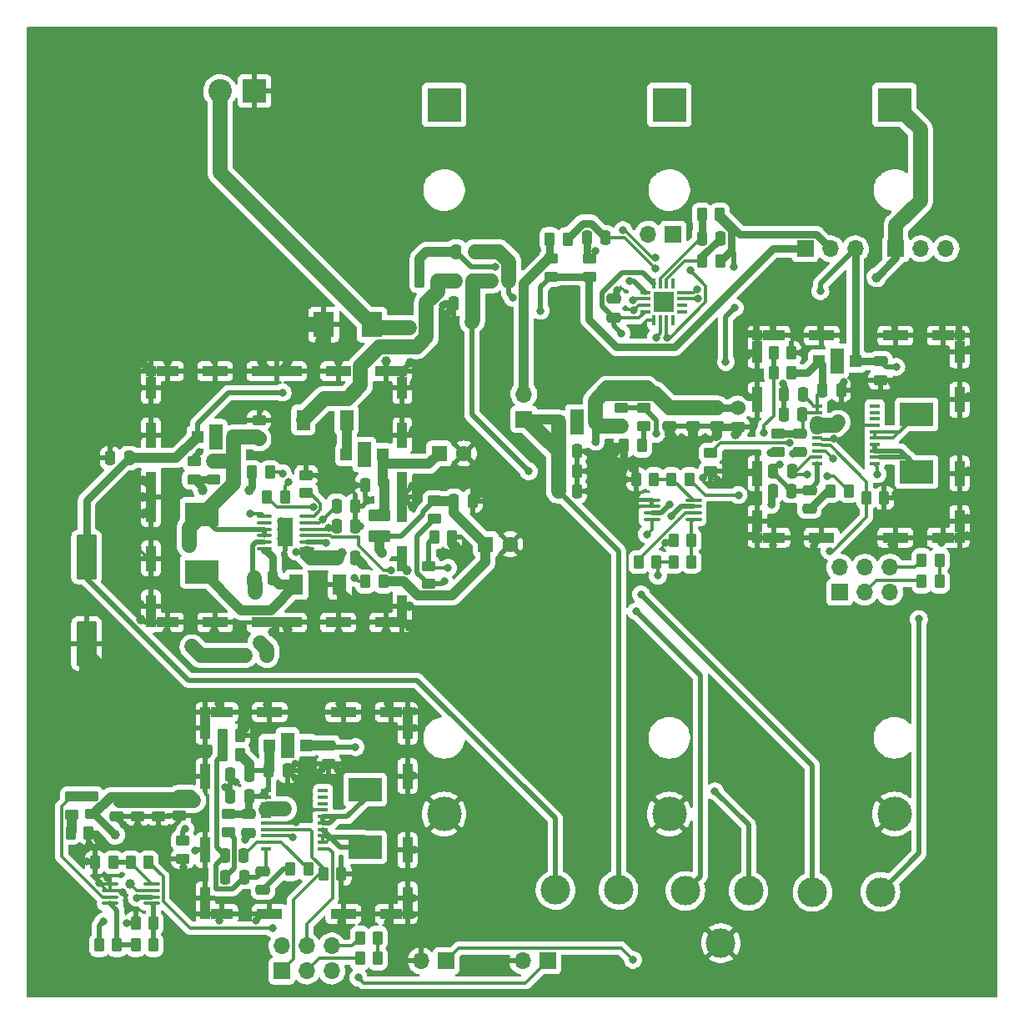
<source format=gbr>
%TF.GenerationSoftware,KiCad,Pcbnew,6.0.2-378541a8eb~116~ubuntu20.04.1*%
%TF.CreationDate,2022-04-05T22:24:08-04:00*%
%TF.ProjectId,power_board,706f7765-725f-4626-9f61-72642e6b6963,rev?*%
%TF.SameCoordinates,Original*%
%TF.FileFunction,Copper,L1,Top*%
%TF.FilePolarity,Positive*%
%FSLAX46Y46*%
G04 Gerber Fmt 4.6, Leading zero omitted, Abs format (unit mm)*
G04 Created by KiCad (PCBNEW 6.0.2-378541a8eb~116~ubuntu20.04.1) date 2022-04-05 22:24:08*
%MOMM*%
%LPD*%
G01*
G04 APERTURE LIST*
G04 Aperture macros list*
%AMRoundRect*
0 Rectangle with rounded corners*
0 $1 Rounding radius*
0 $2 $3 $4 $5 $6 $7 $8 $9 X,Y pos of 4 corners*
0 Add a 4 corners polygon primitive as box body*
4,1,4,$2,$3,$4,$5,$6,$7,$8,$9,$2,$3,0*
0 Add four circle primitives for the rounded corners*
1,1,$1+$1,$2,$3*
1,1,$1+$1,$4,$5*
1,1,$1+$1,$6,$7*
1,1,$1+$1,$8,$9*
0 Add four rect primitives between the rounded corners*
20,1,$1+$1,$2,$3,$4,$5,0*
20,1,$1+$1,$4,$5,$6,$7,0*
20,1,$1+$1,$6,$7,$8,$9,0*
20,1,$1+$1,$8,$9,$2,$3,0*%
G04 Aperture macros list end*
%TA.AperFunction,SMDPad,CuDef*%
%ADD10RoundRect,0.250000X0.450000X-0.262500X0.450000X0.262500X-0.450000X0.262500X-0.450000X-0.262500X0*%
%TD*%
%TA.AperFunction,SMDPad,CuDef*%
%ADD11RoundRect,0.250000X0.250000X0.475000X-0.250000X0.475000X-0.250000X-0.475000X0.250000X-0.475000X0*%
%TD*%
%TA.AperFunction,ComponentPad*%
%ADD12C,3.000000*%
%TD*%
%TA.AperFunction,SMDPad,CuDef*%
%ADD13RoundRect,0.250000X-0.475000X0.250000X-0.475000X-0.250000X0.475000X-0.250000X0.475000X0.250000X0*%
%TD*%
%TA.AperFunction,SMDPad,CuDef*%
%ADD14RoundRect,0.250000X0.475000X-0.250000X0.475000X0.250000X-0.475000X0.250000X-0.475000X-0.250000X0*%
%TD*%
%TA.AperFunction,SMDPad,CuDef*%
%ADD15RoundRect,0.250000X0.262500X0.450000X-0.262500X0.450000X-0.262500X-0.450000X0.262500X-0.450000X0*%
%TD*%
%TA.AperFunction,ComponentPad*%
%ADD16R,1.600000X1.600000*%
%TD*%
%TA.AperFunction,ComponentPad*%
%ADD17C,1.600000*%
%TD*%
%TA.AperFunction,SMDPad,CuDef*%
%ADD18R,1.000000X0.400000*%
%TD*%
%TA.AperFunction,SMDPad,CuDef*%
%ADD19RoundRect,0.250000X-0.250000X-0.475000X0.250000X-0.475000X0.250000X0.475000X-0.250000X0.475000X0*%
%TD*%
%TA.AperFunction,SMDPad,CuDef*%
%ADD20R,2.100000X2.600000*%
%TD*%
%TA.AperFunction,ComponentPad*%
%ADD21R,1.700000X1.700000*%
%TD*%
%TA.AperFunction,ComponentPad*%
%ADD22O,1.700000X1.700000*%
%TD*%
%TA.AperFunction,SMDPad,CuDef*%
%ADD23RoundRect,0.250000X-0.262500X-0.450000X0.262500X-0.450000X0.262500X0.450000X-0.262500X0.450000X0*%
%TD*%
%TA.AperFunction,SMDPad,CuDef*%
%ADD24RoundRect,0.250000X-0.450000X0.262500X-0.450000X-0.262500X0.450000X-0.262500X0.450000X0.262500X0*%
%TD*%
%TA.AperFunction,SMDPad,CuDef*%
%ADD25RoundRect,0.250001X-0.799999X2.049999X-0.799999X-2.049999X0.799999X-2.049999X0.799999X2.049999X0*%
%TD*%
%TA.AperFunction,SMDPad,CuDef*%
%ADD26R,1.400000X2.100000*%
%TD*%
%TA.AperFunction,SMDPad,CuDef*%
%ADD27R,1.200000X1.300000*%
%TD*%
%TA.AperFunction,SMDPad,CuDef*%
%ADD28R,1.400000X2.600000*%
%TD*%
%TA.AperFunction,ComponentPad*%
%ADD29R,2.400000X2.400000*%
%TD*%
%TA.AperFunction,ComponentPad*%
%ADD30C,2.400000*%
%TD*%
%TA.AperFunction,SMDPad,CuDef*%
%ADD31R,3.429000X2.413000*%
%TD*%
%TA.AperFunction,SMDPad,CuDef*%
%ADD32RoundRect,0.100000X-0.712500X-0.100000X0.712500X-0.100000X0.712500X0.100000X-0.712500X0.100000X0*%
%TD*%
%TA.AperFunction,SMDPad,CuDef*%
%ADD33RoundRect,0.100000X0.625000X0.100000X-0.625000X0.100000X-0.625000X-0.100000X0.625000X-0.100000X0*%
%TD*%
%TA.AperFunction,SMDPad,CuDef*%
%ADD34R,1.650000X2.850000*%
%TD*%
%TA.AperFunction,SMDPad,CuDef*%
%ADD35RoundRect,0.087500X-0.425000X-0.087500X0.425000X-0.087500X0.425000X0.087500X-0.425000X0.087500X0*%
%TD*%
%TA.AperFunction,SMDPad,CuDef*%
%ADD36RoundRect,0.087500X-0.087500X-0.425000X0.087500X-0.425000X0.087500X0.425000X-0.087500X0.425000X0*%
%TD*%
%TA.AperFunction,SMDPad,CuDef*%
%ADD37R,2.100000X2.100000*%
%TD*%
%TA.AperFunction,SMDPad,CuDef*%
%ADD38R,1.000000X1.000000*%
%TD*%
%TA.AperFunction,SMDPad,CuDef*%
%ADD39R,2.300000X1.000000*%
%TD*%
%TA.AperFunction,SMDPad,CuDef*%
%ADD40R,2.600000X1.000000*%
%TD*%
%TA.AperFunction,SMDPad,CuDef*%
%ADD41R,1.000000X2.600000*%
%TD*%
%TA.AperFunction,SMDPad,CuDef*%
%ADD42R,1.000000X2.300000*%
%TD*%
%TA.AperFunction,SMDPad,CuDef*%
%ADD43RoundRect,0.250000X-0.850000X0.375000X-0.850000X-0.375000X0.850000X-0.375000X0.850000X0.375000X0*%
%TD*%
%TA.AperFunction,SMDPad,CuDef*%
%ADD44R,0.500000X0.500000*%
%TD*%
%TA.AperFunction,SMDPad,CuDef*%
%ADD45R,1.000000X5.100000*%
%TD*%
%TA.AperFunction,SMDPad,CuDef*%
%ADD46R,5.100000X1.000000*%
%TD*%
%TA.AperFunction,ComponentPad*%
%ADD47R,3.500000X3.500000*%
%TD*%
%TA.AperFunction,ComponentPad*%
%ADD48C,3.500000*%
%TD*%
%TA.AperFunction,ViaPad*%
%ADD49C,0.800000*%
%TD*%
%TA.AperFunction,ViaPad*%
%ADD50C,1.000000*%
%TD*%
%TA.AperFunction,ViaPad*%
%ADD51C,1.500000*%
%TD*%
%TA.AperFunction,Conductor*%
%ADD52C,0.750000*%
%TD*%
%TA.AperFunction,Conductor*%
%ADD53C,0.500000*%
%TD*%
%TA.AperFunction,Conductor*%
%ADD54C,1.000000*%
%TD*%
%TA.AperFunction,Conductor*%
%ADD55C,0.300000*%
%TD*%
%TA.AperFunction,Conductor*%
%ADD56C,1.500000*%
%TD*%
G04 APERTURE END LIST*
D10*
%TO.P,R26,1*%
%TO.N,Net-(C20-Pad1)*%
X113296200Y-63300000D03*
%TO.P,R26,2*%
%TO.N,Net-(C24-Pad1)*%
X113296200Y-61475000D03*
%TD*%
D11*
%TO.P,C10,1*%
%TO.N,Net-(C10-Pad1)*%
X73300000Y-66700000D03*
%TO.P,C10,2*%
%TO.N,GND*%
X71400000Y-66700000D03*
%TD*%
D12*
%TO.P,TP18,1,1*%
%TO.N,GND*%
X107500000Y-113200000D03*
%TD*%
D13*
%TO.P,C33,1*%
%TO.N,TP17*%
X123696200Y-54116800D03*
%TO.P,C33,2*%
%TO.N,GND*%
X123696200Y-56016800D03*
%TD*%
D11*
%TO.P,C42,1*%
%TO.N,Net-(C42-Pad1)*%
X59057800Y-104300000D03*
%TO.P,C42,2*%
%TO.N,Net-(C40-Pad2)*%
X57157800Y-104300000D03*
%TD*%
D14*
%TO.P,C26,1*%
%TO.N,Net-(C26-Pad1)*%
X60600000Y-62000000D03*
%TO.P,C26,2*%
%TO.N,GND*%
X60600000Y-60100000D03*
%TD*%
D15*
%TO.P,R13,1*%
%TO.N,Net-(C11-Pad1)*%
X73225000Y-76500000D03*
%TO.P,R13,2*%
%TO.N,Net-(C16-Pad1)*%
X71400000Y-76500000D03*
%TD*%
D16*
%TO.P,C11,1*%
%TO.N,Net-(C11-Pad1)*%
X83617620Y-72700000D03*
D17*
%TO.P,C11,2*%
%TO.N,GND*%
X86117620Y-72700000D03*
%TD*%
D15*
%TO.P,R45,1*%
%TO.N,GND*%
X68975000Y-106200000D03*
%TO.P,R45,2*%
%TO.N,Net-(J8-Pad1)*%
X67150000Y-106200000D03*
%TD*%
%TO.P,R52,1*%
%TO.N,TP15*%
X107387500Y-39225000D03*
%TO.P,R52,2*%
%TO.N,IV_IN+2*%
X105562500Y-39225000D03*
%TD*%
D11*
%TO.P,C25,1*%
%TO.N,Net-(C24-Pad1)*%
X115775000Y-59500000D03*
%TO.P,C25,2*%
%TO.N,GND*%
X113875000Y-59500000D03*
%TD*%
D18*
%TO.P,U6,1,VOUT*%
%TO.N,Net-(C43-Pad1)*%
X61300000Y-97750000D03*
%TO.P,U6,2,VOUT*%
X61300000Y-98400000D03*
%TO.P,U6,3,VIN*%
%TO.N,Net-(C36-Pad1)*%
X61300000Y-99050000D03*
%TO.P,U6,4,VIN*%
X61300000Y-99700000D03*
%TO.P,U6,5,VIN*%
X61300000Y-100350000D03*
%TO.P,U6,6,SGND*%
%TO.N,GND*%
X61300000Y-101000000D03*
%TO.P,U6,7,BURST*%
%TO.N,Net-(J8-Pad1)*%
X61300000Y-101650000D03*
%TO.P,U6,8,RT*%
%TO.N,Net-(R44-Pad1)*%
X61300000Y-102300000D03*
%TO.P,U6,9,VC*%
%TO.N,Net-(C42-Pad1)*%
X61300000Y-102950000D03*
%TO.P,U6,10,FB*%
%TO.N,Net-(C40-Pad2)*%
X61300000Y-103600000D03*
%TO.P,U6,11,RUN*%
%TO.N,RUN_3.3*%
X67100000Y-103600000D03*
%TO.P,U6,12,SW1*%
%TO.N,Net-(L4-Pad1)*%
X67100000Y-102950000D03*
%TO.P,U6,13,SW1*%
X67100000Y-102300000D03*
%TO.P,U6,14,SW1*%
X67100000Y-101650000D03*
%TO.P,U6,15,SW2*%
%TO.N,Net-(L4-Pad2)*%
X67100000Y-101000000D03*
%TO.P,U6,16,SW2*%
X67100000Y-100350000D03*
%TO.P,U6,17,EP*%
%TO.N,GND*%
X67100000Y-99700000D03*
%TO.P,U6,18*%
%TO.N,N/C*%
X67100000Y-99050000D03*
%TO.P,U6,19*%
X67100000Y-98400000D03*
%TO.P,U6,20*%
X67100000Y-97750000D03*
%TD*%
D11*
%TO.P,C5,1*%
%TO.N,IV_IN+3*%
X82550000Y-43000000D03*
%TO.P,C5,2*%
%TO.N,IV_IN-3*%
X80650000Y-43000000D03*
%TD*%
D19*
%TO.P,C12,1*%
%TO.N,Net-(C11-Pad1)*%
X80400000Y-68300000D03*
%TO.P,C12,2*%
%TO.N,GND*%
X82300000Y-68300000D03*
%TD*%
D20*
%TO.P,D1,1,A1*%
%TO.N,TP16*%
X72070000Y-50400000D03*
%TO.P,D1,2,A2*%
%TO.N,GND*%
X67170000Y-50400000D03*
%TD*%
D21*
%TO.P,J10,1,Pin_1*%
%TO.N,SDA*%
X102662500Y-41225000D03*
D22*
%TO.P,J10,2,Pin_2*%
%TO.N,SCL*%
X100122500Y-41225000D03*
%TD*%
D19*
%TO.P,C24,1*%
%TO.N,Net-(C24-Pad1)*%
X117796200Y-57050600D03*
%TO.P,C24,2*%
%TO.N,GND*%
X119696200Y-57050600D03*
%TD*%
D15*
%TO.P,R51,1*%
%TO.N,GND*%
X58700000Y-92118800D03*
%TO.P,R51,2*%
%TO.N,Net-(C40-Pad2)*%
X56875000Y-92118800D03*
%TD*%
D21*
%TO.P,J6,1,Pin_1*%
%TO.N,TP12*%
X116075000Y-42700000D03*
D22*
%TO.P,J6,2,Pin_2*%
%TO.N,TP15*%
X118615000Y-42700000D03*
%TO.P,J6,3,Pin_3*%
%TO.N,TP17*%
X121155000Y-42700000D03*
%TD*%
D19*
%TO.P,C49,1*%
%TO.N,IV_IN+2*%
X105562500Y-41625000D03*
%TO.P,C49,2*%
%TO.N,IV_IN-2*%
X107462500Y-41625000D03*
%TD*%
D13*
%TO.P,C14,1*%
%TO.N,Net-(C13-Pad1)*%
X104696200Y-58846400D03*
%TO.P,C14,2*%
%TO.N,GND*%
X104696200Y-60746400D03*
%TD*%
D23*
%TO.P,R36,1*%
%TO.N,GND*%
X48075000Y-111200000D03*
%TO.P,R36,2*%
%TO.N,Net-(R36-Pad2)*%
X49900000Y-111200000D03*
%TD*%
D19*
%TO.P,C16,1*%
%TO.N,Net-(C16-Pad1)*%
X68500000Y-68800000D03*
%TO.P,C16,2*%
%TO.N,GND*%
X70400000Y-68800000D03*
%TD*%
D15*
%TO.P,R20,1*%
%TO.N,GND*%
X124087500Y-68000000D03*
%TO.P,R20,2*%
%TO.N,Net-(J3-Pad1)*%
X122262500Y-68000000D03*
%TD*%
D24*
%TO.P,R19,1*%
%TO.N,Net-(R19-Pad1)*%
X106452400Y-63451400D03*
%TO.P,R19,2*%
%TO.N,GND*%
X106452400Y-65276400D03*
%TD*%
D23*
%TO.P,R9,1*%
%TO.N,GND*%
X97671200Y-62700000D03*
%TO.P,R9,2*%
%TO.N,Net-(R8-Pad1)*%
X99496200Y-62700000D03*
%TD*%
%TO.P,R28,1*%
%TO.N,Net-(C20-Pad2)*%
X112867400Y-55300000D03*
%TO.P,R28,2*%
%TO.N,Net-(C24-Pad1)*%
X114692400Y-55300000D03*
%TD*%
D15*
%TO.P,R29,1*%
%TO.N,GND*%
X114667000Y-53300000D03*
%TO.P,R29,2*%
%TO.N,Net-(C20-Pad2)*%
X112842000Y-53300000D03*
%TD*%
%TO.P,R17,1*%
%TO.N,RUN_5*%
X104321200Y-66100000D03*
%TO.P,R17,2*%
%TO.N,Net-(R14-Pad1)*%
X102496200Y-66100000D03*
%TD*%
D14*
%TO.P,C34,1*%
%TO.N,TP17*%
X96600000Y-49700000D03*
%TO.P,C34,2*%
%TO.N,GND*%
X96600000Y-47800000D03*
%TD*%
D12*
%TO.P,TP17,1,1*%
%TO.N,TP17*%
X123700000Y-108000000D03*
%TD*%
D10*
%TO.P,R1,1*%
%TO.N,TP12*%
X90262500Y-45550000D03*
%TO.P,R1,2*%
%TO.N,TP14*%
X90262500Y-43725000D03*
%TD*%
D25*
%TO.P,C32,1*%
%TO.N,TP12*%
X43100000Y-74000000D03*
%TO.P,C32,2*%
%TO.N,GND*%
X43100000Y-82800000D03*
%TD*%
D26*
%TO.P,D3,1,K*%
%TO.N,Net-(C23-Pad2)*%
X64400000Y-76800000D03*
%TO.P,D3,2,A*%
%TO.N,GND*%
X68800000Y-76800000D03*
%TD*%
D13*
%TO.P,C39,1*%
%TO.N,Net-(C36-Pad1)*%
X52500000Y-98380600D03*
%TO.P,C39,2*%
%TO.N,GND*%
X52500000Y-100280600D03*
%TD*%
D21*
%TO.P,J13,1,Pin_1*%
%TO.N,RUN_5*%
X79600000Y-115000000D03*
D22*
%TO.P,J13,2,Pin_2*%
%TO.N,GND*%
X77060000Y-115000000D03*
%TD*%
D23*
%TO.P,R4,1*%
%TO.N,TP14*%
X90106000Y-41726000D03*
%TO.P,R4,2*%
%TO.N,IV_IN-1*%
X91931000Y-41726000D03*
%TD*%
D13*
%TO.P,C15,1*%
%TO.N,Net-(C13-Pad1)*%
X107096200Y-58841200D03*
%TO.P,C15,2*%
%TO.N,GND*%
X107096200Y-60741200D03*
%TD*%
D19*
%TO.P,C20,1*%
%TO.N,Net-(C20-Pad1)*%
X112796200Y-67300000D03*
%TO.P,C20,2*%
%TO.N,Net-(C20-Pad2)*%
X114696200Y-67300000D03*
%TD*%
D14*
%TO.P,C21,1*%
%TO.N,Net-(C21-Pad1)*%
X116496200Y-69100000D03*
%TO.P,C21,2*%
%TO.N,Net-(C20-Pad2)*%
X116496200Y-67200000D03*
%TD*%
D13*
%TO.P,C17,1*%
%TO.N,Net-(C13-Pad1)*%
X109200000Y-58866600D03*
%TO.P,C17,2*%
%TO.N,GND*%
X109200000Y-60766600D03*
%TD*%
D24*
%TO.P,R23,1*%
%TO.N,GND*%
X65400000Y-65675000D03*
%TO.P,R23,2*%
%TO.N,Net-(R23-Pad2)*%
X65400000Y-67500000D03*
%TD*%
%TO.P,R11,1*%
%TO.N,Net-(R11-Pad1)*%
X97384800Y-58876900D03*
%TO.P,R11,2*%
%TO.N,Net-(C13-Pad1)*%
X97384800Y-60701900D03*
%TD*%
D23*
%TO.P,R2,1*%
%TO.N,Net-(D2-Pad2)*%
X80525000Y-46000000D03*
%TO.P,R2,2*%
%TO.N,TP16*%
X82350000Y-46000000D03*
%TD*%
D12*
%TO.P,TP14,1,1*%
%TO.N,TP14*%
X103900000Y-107900000D03*
%TD*%
D11*
%TO.P,C22,1*%
%TO.N,Net-(C22-Pad1)*%
X114700000Y-65300000D03*
%TO.P,C22,2*%
%TO.N,Net-(C20-Pad2)*%
X112800000Y-65300000D03*
%TD*%
D13*
%TO.P,C48,1*%
%TO.N,TP15*%
X67700000Y-93100000D03*
%TO.P,C48,2*%
%TO.N,GND*%
X67700000Y-95000000D03*
%TD*%
D27*
%TO.P,C28,1,1*%
%TO.N,Net-(C26-Pad1)*%
X58050000Y-61800000D03*
D28*
%TO.P,C28,2_4*%
%TO.N,N/C*%
X56200000Y-61800000D03*
D27*
%TO.P,C28,3,3*%
%TO.N,TP12*%
X54350000Y-61800000D03*
%TD*%
D23*
%TO.P,R48,1*%
%TO.N,Net-(C41-Pad1)*%
X63775000Y-105700000D03*
%TO.P,R48,2*%
%TO.N,Net-(C42-Pad1)*%
X65600000Y-105700000D03*
%TD*%
D29*
%TO.P,J1,1,Pin_1*%
%TO.N,GND*%
X60150000Y-26700000D03*
D30*
%TO.P,J1,2,Pin_2*%
%TO.N,TP16*%
X56650000Y-26700000D03*
%TD*%
D31*
%TO.P,L3,1,1*%
%TO.N,Net-(C23-Pad2)*%
X54800000Y-75496000D03*
%TO.P,L3,2,2*%
%TO.N,Net-(C26-Pad1)*%
X54800000Y-69654000D03*
%TD*%
D11*
%TO.P,C46,1*%
%TO.N,Net-(C43-Pad1)*%
X59600000Y-96100000D03*
%TO.P,C46,2*%
%TO.N,GND*%
X57700000Y-96100000D03*
%TD*%
D12*
%TO.P,TP15,1,1*%
%TO.N,TP15*%
X110300000Y-107900000D03*
%TD*%
D19*
%TO.P,C43,1*%
%TO.N,Net-(C43-Pad1)*%
X61600000Y-95700000D03*
%TO.P,C43,2*%
%TO.N,GND*%
X63500000Y-95700000D03*
%TD*%
D15*
%TO.P,R14,1*%
%TO.N,Net-(R14-Pad1)*%
X100721200Y-66100000D03*
%TO.P,R14,2*%
%TO.N,GND*%
X98896200Y-66100000D03*
%TD*%
D32*
%TO.P,U5,1,GND*%
%TO.N,GND*%
X45487500Y-107225000D03*
%TO.P,U5,2,V-*%
X45487500Y-107875000D03*
%TO.P,U5,3,IN+*%
%TO.N,Net-(R37-Pad2)*%
X45487500Y-108525000D03*
%TO.P,U5,4,IN-*%
%TO.N,Net-(R39-Pad2)*%
X45487500Y-109175000D03*
%TO.P,U5,5,HYST*%
%TO.N,Net-(R36-Pad2)*%
X49712500Y-109175000D03*
%TO.P,U5,6,REF*%
%TO.N,Net-(R41-Pad2)*%
X49712500Y-108525000D03*
%TO.P,U5,7,V+*%
%TO.N,Net-(C36-Pad1)*%
X49712500Y-107875000D03*
%TO.P,U5,8,OUT*%
%TO.N,Net-(R42-Pad1)*%
X49712500Y-107225000D03*
%TD*%
D23*
%TO.P,R5,1*%
%TO.N,IV_IN-3*%
X76925000Y-46000000D03*
%TO.P,R5,2*%
%TO.N,Net-(D2-Pad2)*%
X78750000Y-46000000D03*
%TD*%
D18*
%TO.P,U2,1,VOUT*%
%TO.N,Net-(C24-Pad1)*%
X117300000Y-58675000D03*
%TO.P,U2,2,VOUT*%
X117300000Y-59325000D03*
%TO.P,U2,3,VIN*%
%TO.N,Net-(C13-Pad1)*%
X117300000Y-59975000D03*
%TO.P,U2,4,VIN*%
X117300000Y-60625000D03*
%TO.P,U2,5,VIN*%
X117300000Y-61275000D03*
%TO.P,U2,6,SGND*%
%TO.N,GND*%
X117300000Y-61925000D03*
%TO.P,U2,7,BURST*%
%TO.N,Net-(J3-Pad1)*%
X117300000Y-62575000D03*
%TO.P,U2,8,RT*%
%TO.N,Net-(R19-Pad1)*%
X117300000Y-63225000D03*
%TO.P,U2,9,VC*%
%TO.N,Net-(C22-Pad1)*%
X117300000Y-63875000D03*
%TO.P,U2,10,FB*%
%TO.N,Net-(C20-Pad2)*%
X117300000Y-64525000D03*
%TO.P,U2,11,RUN*%
%TO.N,RUN_5*%
X123100000Y-64525000D03*
%TO.P,U2,12,SW1*%
%TO.N,Net-(L2-Pad1)*%
X123100000Y-63875000D03*
%TO.P,U2,13,SW1*%
X123100000Y-63225000D03*
%TO.P,U2,14,SW1*%
X123100000Y-62575000D03*
%TO.P,U2,15,SW2*%
%TO.N,Net-(L2-Pad2)*%
X123100000Y-61925000D03*
%TO.P,U2,16,SW2*%
X123100000Y-61275000D03*
%TO.P,U2,17,EP*%
%TO.N,GND*%
X123100000Y-60625000D03*
%TO.P,U2,18*%
%TO.N,N/C*%
X123100000Y-59975000D03*
%TO.P,U2,19*%
X123100000Y-59325000D03*
%TO.P,U2,20*%
X123100000Y-58675000D03*
%TD*%
D27*
%TO.P,C8,1,1*%
%TO.N,TP13*%
X91046200Y-60300000D03*
D28*
%TO.P,C8,2_4*%
%TO.N,N/C*%
X92896200Y-60300000D03*
D27*
%TO.P,C8,3,3*%
%TO.N,Net-(C13-Pad1)*%
X94746200Y-60300000D03*
%TD*%
D15*
%TO.P,R46,1*%
%TO.N,Net-(R46-Pad1)*%
X72670000Y-114765000D03*
%TO.P,R46,2*%
%TO.N,Net-(J8-Pad3)*%
X70845000Y-114765000D03*
%TD*%
D10*
%TO.P,R15,1*%
%TO.N,Net-(R15-Pad1)*%
X78400000Y-70100000D03*
%TO.P,R15,2*%
%TO.N,Net-(C11-Pad1)*%
X78400000Y-68275000D03*
%TD*%
D11*
%TO.P,C30,1*%
%TO.N,TP12*%
X47400000Y-63950000D03*
%TO.P,C30,2*%
%TO.N,GND*%
X45500000Y-63950000D03*
%TD*%
D19*
%TO.P,C6,1*%
%TO.N,TP13*%
X91010100Y-63277800D03*
%TO.P,C6,2*%
%TO.N,GND*%
X92910100Y-63277800D03*
%TD*%
D15*
%TO.P,R10,1*%
%TO.N,Net-(R10-Pad1)*%
X104521200Y-74500000D03*
%TO.P,R10,2*%
%TO.N,Net-(R10-Pad2)*%
X102696200Y-74500000D03*
%TD*%
D14*
%TO.P,C41,1*%
%TO.N,Net-(C41-Pad1)*%
X61000000Y-107800000D03*
%TO.P,C41,2*%
%TO.N,Net-(C40-Pad2)*%
X61000000Y-105900000D03*
%TD*%
D13*
%TO.P,C36,1*%
%TO.N,Net-(C36-Pad1)*%
X46200000Y-98400000D03*
%TO.P,C36,2*%
%TO.N,GND*%
X46200000Y-100300000D03*
%TD*%
D19*
%TO.P,C1,1*%
%TO.N,GND*%
X80400000Y-48300000D03*
%TO.P,C1,2*%
%TO.N,TP16*%
X82300000Y-48300000D03*
%TD*%
D32*
%TO.P,U1,1,GND*%
%TO.N,GND*%
X100483700Y-68225000D03*
%TO.P,U1,2,V-*%
X100483700Y-68875000D03*
%TO.P,U1,3,IN+*%
%TO.N,Net-(R11-Pad1)*%
X100483700Y-69525000D03*
%TO.P,U1,4,IN-*%
%TO.N,Net-(R10-Pad2)*%
X100483700Y-70175000D03*
%TO.P,U1,5,HYST*%
%TO.N,Net-(R10-Pad1)*%
X104708700Y-70175000D03*
%TO.P,U1,6,REF*%
%TO.N,Net-(R12-Pad2)*%
X104708700Y-69525000D03*
%TO.P,U1,7,V+*%
%TO.N,Net-(C13-Pad1)*%
X104708700Y-68875000D03*
%TO.P,U1,8,OUT*%
%TO.N,Net-(R14-Pad1)*%
X104708700Y-68225000D03*
%TD*%
D21*
%TO.P,J8,1,Pin_1*%
%TO.N,Net-(J8-Pad1)*%
X62920000Y-116040000D03*
D22*
%TO.P,J8,2,Pin_2*%
%TO.N,unconnected-(J8-Pad2)*%
X62920000Y-113500000D03*
%TO.P,J8,3,Pin_3*%
%TO.N,Net-(J8-Pad3)*%
X65460000Y-116040000D03*
%TO.P,J8,4,Pin_4*%
%TO.N,RUN_3.3*%
X65460000Y-113500000D03*
%TO.P,J8,5,Pin_5*%
%TO.N,unconnected-(J8-Pad5)*%
X68000000Y-116040000D03*
%TO.P,J8,6,Pin_6*%
%TO.N,Net-(J8-Pad6)*%
X68000000Y-113500000D03*
%TD*%
D23*
%TO.P,R50,1*%
%TO.N,Net-(C40-Pad2)*%
X56875000Y-94100000D03*
%TO.P,R50,2*%
%TO.N,Net-(C43-Pad1)*%
X58700000Y-94100000D03*
%TD*%
D24*
%TO.P,R18,1*%
%TO.N,Net-(R18-Pad1)*%
X77800000Y-74900000D03*
%TO.P,R18,2*%
%TO.N,Net-(R15-Pad1)*%
X77800000Y-76725000D03*
%TD*%
D12*
%TO.P,TP16,1,1*%
%TO.N,TP16*%
X116800000Y-108000000D03*
%TD*%
D15*
%TO.P,R12,1*%
%TO.N,Net-(R10-Pad2)*%
X100965200Y-74525400D03*
%TO.P,R12,2*%
%TO.N,Net-(R12-Pad2)*%
X99140200Y-74525400D03*
%TD*%
D27*
%TO.P,C7,1,1*%
%TO.N,Net-(C7-Pad1)*%
X69450000Y-63600000D03*
D28*
%TO.P,C7,2_4*%
%TO.N,N/C*%
X71300000Y-63600000D03*
D27*
%TO.P,C7,3,3*%
%TO.N,Net-(C10-Pad1)*%
X73150000Y-63600000D03*
%TD*%
D19*
%TO.P,C40,1*%
%TO.N,Net-(C40-Pad1)*%
X57200000Y-106500000D03*
%TO.P,C40,2*%
%TO.N,Net-(C40-Pad2)*%
X59100000Y-106500000D03*
%TD*%
D24*
%TO.P,R31,1*%
%TO.N,Net-(C26-Pad1)*%
X56000000Y-64275000D03*
%TO.P,R31,2*%
%TO.N,Net-(R27-Pad1)*%
X56000000Y-66100000D03*
%TD*%
D13*
%TO.P,C37,1*%
%TO.N,Net-(C36-Pad1)*%
X48300000Y-98400000D03*
%TO.P,C37,2*%
%TO.N,GND*%
X48300000Y-100300000D03*
%TD*%
D15*
%TO.P,R6,1*%
%TO.N,IV_IN+3*%
X85975000Y-46000000D03*
%TO.P,R6,2*%
%TO.N,TP16*%
X84150000Y-46000000D03*
%TD*%
%TO.P,R41,1*%
%TO.N,Net-(R39-Pad2)*%
X46200000Y-113400000D03*
%TO.P,R41,2*%
%TO.N,Net-(R41-Pad2)*%
X44375000Y-113400000D03*
%TD*%
D13*
%TO.P,C45,1*%
%TO.N,Net-(C43-Pad1)*%
X59500000Y-100100000D03*
%TO.P,C45,2*%
%TO.N,GND*%
X59500000Y-102000000D03*
%TD*%
D23*
%TO.P,R7,1*%
%TO.N,GND*%
X102696200Y-72290200D03*
%TO.P,R7,2*%
%TO.N,Net-(R10-Pad1)*%
X104521200Y-72290200D03*
%TD*%
D15*
%TO.P,R24,1*%
%TO.N,Net-(R22-Pad1)*%
X129717400Y-74315600D03*
%TO.P,R24,2*%
%TO.N,Net-(J3-Pad6)*%
X127892400Y-74315600D03*
%TD*%
%TO.P,R42,1*%
%TO.N,Net-(R42-Pad1)*%
X45800000Y-105000000D03*
%TO.P,R42,2*%
%TO.N,GND*%
X43975000Y-105000000D03*
%TD*%
D11*
%TO.P,C29,1*%
%TO.N,Net-(C24-Pad1)*%
X115800000Y-57500000D03*
%TO.P,C29,2*%
%TO.N,GND*%
X113900000Y-57500000D03*
%TD*%
D23*
%TO.P,R25,1*%
%TO.N,Net-(C21-Pad1)*%
X118671200Y-67300000D03*
%TO.P,R25,2*%
%TO.N,Net-(C22-Pad1)*%
X120496200Y-67300000D03*
%TD*%
D31*
%TO.P,L2,1,1*%
%TO.N,Net-(L2-Pad1)*%
X127375000Y-65371000D03*
%TO.P,L2,2,2*%
%TO.N,Net-(L2-Pad2)*%
X127375000Y-59529000D03*
%TD*%
D19*
%TO.P,C2,1*%
%TO.N,TP13*%
X90996200Y-67300000D03*
%TO.P,C2,2*%
%TO.N,GND*%
X92896200Y-67300000D03*
%TD*%
D33*
%TO.P,U3,1,VIN*%
%TO.N,Net-(C11-Pad1)*%
X65450000Y-73125000D03*
%TO.P,U3,2,VIN_REG*%
%TO.N,Net-(R15-Pad1)*%
X65450000Y-72475000D03*
%TO.P,U3,3,~{SHDN}*%
%TO.N,Net-(R18-Pad1)*%
X65450000Y-71825000D03*
%TO.P,U3,4,~{CHRG}*%
%TO.N,Net-(C19-Pad1)*%
X65450000Y-71175000D03*
%TO.P,U3,5,~{FAULT}*%
%TO.N,Net-(C16-Pad1)*%
X65450000Y-70525000D03*
%TO.P,U3,6,TIMER*%
%TO.N,Net-(R23-Pad2)*%
X65450000Y-69875000D03*
%TO.P,U3,7,VFB*%
%TO.N,Net-(R27-Pad2)*%
X61150000Y-69875000D03*
%TO.P,U3,8,NTC*%
%TO.N,unconnected-(U3-Pad8)*%
X61150000Y-70525000D03*
%TO.P,U3,9,BAT*%
%TO.N,Net-(C26-Pad1)*%
X61150000Y-71175000D03*
%TO.P,U3,10,SENSE*%
X61150000Y-71825000D03*
%TO.P,U3,11,BOOST*%
%TO.N,Net-(C23-Pad1)*%
X61150000Y-72475000D03*
%TO.P,U3,12,SW*%
%TO.N,Net-(C23-Pad2)*%
X61150000Y-73125000D03*
D34*
%TO.P,U3,13,GND*%
%TO.N,GND*%
X63300000Y-71500000D03*
%TD*%
D35*
%TO.P,U4,1,IN-3*%
%TO.N,IV_IN-3*%
X99800000Y-47150000D03*
%TO.P,U4,2,IN+3*%
%TO.N,IV_IN+3*%
X99800000Y-47800000D03*
%TO.P,U4,3,GND*%
%TO.N,GND*%
X99800000Y-48450000D03*
%TO.P,U4,4,VS*%
%TO.N,TP17*%
X99800000Y-49100000D03*
D36*
%TO.P,U4,5,A0*%
%TO.N,GND*%
X100687500Y-49987500D03*
%TO.P,U4,6,SCL*%
%TO.N,SCL*%
X101337500Y-49987500D03*
%TO.P,U4,7,SDA*%
%TO.N,SDA*%
X101987500Y-49987500D03*
%TO.P,U4,8,WARNING*%
%TO.N,unconnected-(U4-Pad8)*%
X102637500Y-49987500D03*
D35*
%TO.P,U4,9,CRITICAL*%
%TO.N,unconnected-(U4-Pad9)*%
X103525000Y-49100000D03*
%TO.P,U4,10,PV*%
%TO.N,unconnected-(U4-Pad10)*%
X103525000Y-48450000D03*
%TO.P,U4,11,IN-1*%
%TO.N,IV_IN-1*%
X103525000Y-47800000D03*
%TO.P,U4,12,IN+1*%
%TO.N,IV_IN+1*%
X103525000Y-47150000D03*
D36*
%TO.P,U4,13,TC*%
%TO.N,unconnected-(U4-Pad13)*%
X102637500Y-46262500D03*
%TO.P,U4,14,IN-2*%
%TO.N,IV_IN-2*%
X101987500Y-46262500D03*
%TO.P,U4,15,IN+2*%
%TO.N,IV_IN+2*%
X101337500Y-46262500D03*
%TO.P,U4,16,VPU*%
%TO.N,TP17*%
X100687500Y-46262500D03*
D37*
%TO.P,U4,17,EP*%
%TO.N,unconnected-(U4-Pad17)*%
X101662500Y-48125000D03*
%TD*%
D38*
%TO.P,J9,1,Shield*%
%TO.N,GND*%
X75675000Y-89750000D03*
D39*
X74025000Y-89750000D03*
D40*
X69175000Y-89750000D03*
D38*
X55175000Y-110250000D03*
D41*
X75675000Y-103750000D03*
D42*
X55175000Y-91400000D03*
D41*
X55175000Y-96250000D03*
D39*
X74025000Y-110250000D03*
D38*
X55175000Y-89750000D03*
D42*
X55175000Y-108600000D03*
X75675000Y-108600000D03*
D38*
X75675000Y-110250000D03*
D39*
X56825000Y-89750000D03*
D40*
X61675000Y-89750000D03*
D41*
X75675000Y-96250000D03*
X55175000Y-103750000D03*
D40*
X69175000Y-110250000D03*
D39*
X56825000Y-110250000D03*
D42*
X75675000Y-91400000D03*
D40*
X61675000Y-110250000D03*
%TD*%
D21*
%TO.P,J7,1,Pin_1*%
%TO.N,TP12*%
X125275000Y-42700000D03*
D22*
%TO.P,J7,2,Pin_2*%
%TO.N,TP15*%
X127815000Y-42700000D03*
%TO.P,J7,3,Pin_3*%
%TO.N,TP17*%
X130355000Y-42700000D03*
%TD*%
D43*
%TO.P,L1,1,1*%
%TO.N,Net-(C10-Pad1)*%
X72800000Y-69750000D03*
%TO.P,L1,2,2*%
%TO.N,Net-(C11-Pad1)*%
X72800000Y-71900000D03*
%TD*%
D44*
%TO.P,D4,1,K*%
%TO.N,Net-(C23-Pad1)*%
X61410000Y-84000000D03*
%TO.P,D4,2,A*%
%TO.N,Net-(C26-Pad1)*%
X59210000Y-84000000D03*
%TD*%
D19*
%TO.P,C3,1*%
%TO.N,TP13*%
X90996200Y-65300000D03*
%TO.P,C3,2*%
%TO.N,GND*%
X92896200Y-65300000D03*
%TD*%
D24*
%TO.P,R40,1*%
%TO.N,Net-(R37-Pad2)*%
X43600000Y-98275000D03*
%TO.P,R40,2*%
%TO.N,Net-(C36-Pad1)*%
X43600000Y-100100000D03*
%TD*%
D13*
%TO.P,C13,1*%
%TO.N,Net-(C13-Pad1)*%
X102296200Y-58846400D03*
%TO.P,C13,2*%
%TO.N,GND*%
X102296200Y-60746400D03*
%TD*%
D19*
%TO.P,C4,1*%
%TO.N,IV_IN+1*%
X93887500Y-41562500D03*
%TO.P,C4,2*%
%TO.N,IV_IN-1*%
X95787500Y-41562500D03*
%TD*%
D26*
%TO.P,D2,1,K*%
%TO.N,Net-(C7-Pad1)*%
X69500000Y-60100000D03*
%TO.P,D2,2,A*%
%TO.N,Net-(D2-Pad2)*%
X65100000Y-60100000D03*
%TD*%
D27*
%TO.P,C47,1,1*%
%TO.N,Net-(C43-Pad1)*%
X61650000Y-93100000D03*
D28*
%TO.P,C47,2_4*%
%TO.N,N/C*%
X63500000Y-93100000D03*
D27*
%TO.P,C47,3,3*%
%TO.N,TP15*%
X65350000Y-93100000D03*
%TD*%
D10*
%TO.P,R37,1*%
%TO.N,Net-(R37-Pad1)*%
X41600000Y-100125000D03*
%TO.P,R37,2*%
%TO.N,Net-(R37-Pad2)*%
X41600000Y-98300000D03*
%TD*%
D11*
%TO.P,C18,1*%
%TO.N,GND*%
X70400000Y-74100000D03*
%TO.P,C18,2*%
%TO.N,Net-(C11-Pad1)*%
X68500000Y-74100000D03*
%TD*%
D38*
%TO.P,J5,1,Shield*%
%TO.N,GND*%
X131725000Y-72025000D03*
D41*
X131725000Y-65525000D03*
X131725000Y-58025000D03*
X111225000Y-65525000D03*
D38*
X111225000Y-72025000D03*
D42*
X111225000Y-70375000D03*
D40*
X125225000Y-51525000D03*
X125225000Y-72025000D03*
D38*
X131725000Y-51525000D03*
D39*
X112875000Y-72025000D03*
X130075000Y-51525000D03*
X130075000Y-72025000D03*
D42*
X131725000Y-53175000D03*
D39*
X112875000Y-51525000D03*
D42*
X111225000Y-53175000D03*
D38*
X111225000Y-51525000D03*
D40*
X117725000Y-51525000D03*
X117725000Y-72025000D03*
D42*
X131725000Y-70375000D03*
D41*
X111225000Y-58025000D03*
%TD*%
D27*
%TO.P,C31,1,1*%
%TO.N,Net-(C24-Pad1)*%
X117446200Y-54100000D03*
D28*
%TO.P,C31,2_4*%
%TO.N,N/C*%
X119296200Y-54100000D03*
D27*
%TO.P,C31,3,3*%
%TO.N,TP17*%
X121146200Y-54100000D03*
%TD*%
D15*
%TO.P,R16,1*%
%TO.N,Net-(C11-Pad1)*%
X63225000Y-67900000D03*
%TO.P,R16,2*%
%TO.N,Net-(C19-Pad1)*%
X61400000Y-67900000D03*
%TD*%
D23*
%TO.P,R27,1*%
%TO.N,Net-(R27-Pad1)*%
X59900000Y-65400000D03*
%TO.P,R27,2*%
%TO.N,Net-(R27-Pad2)*%
X61725000Y-65400000D03*
%TD*%
D21*
%TO.P,J2,1,Pin_1*%
%TO.N,TP13*%
X87500000Y-60000000D03*
D22*
%TO.P,J2,2,Pin_2*%
%TO.N,TP14*%
X87500000Y-57460000D03*
%TD*%
D12*
%TO.P,TP12,1,1*%
%TO.N,TP12*%
X90700000Y-107800000D03*
%TD*%
D10*
%TO.P,R8,1*%
%TO.N,Net-(R8-Pad1)*%
X99696200Y-60700000D03*
%TO.P,R8,2*%
%TO.N,Net-(R11-Pad1)*%
X99696200Y-58875000D03*
%TD*%
D15*
%TO.P,R38,1*%
%TO.N,GND*%
X43300000Y-102000000D03*
%TO.P,R38,2*%
%TO.N,Net-(R37-Pad1)*%
X41475000Y-102000000D03*
%TD*%
D45*
%TO.P,J4,1,Shield*%
%TO.N,GND*%
X49650000Y-67900000D03*
D42*
X49650000Y-79000000D03*
D41*
X75150000Y-61650000D03*
D39*
X73500000Y-80650000D03*
D42*
X75150000Y-79000000D03*
D40*
X68650000Y-80650000D03*
D46*
X62400000Y-80650000D03*
D39*
X73500000Y-55150000D03*
D42*
X75150000Y-56800000D03*
X49650000Y-56800000D03*
D45*
X75150000Y-67900000D03*
D38*
X49650000Y-55150000D03*
X49650000Y-80650000D03*
D40*
X56150000Y-55150000D03*
D39*
X51300000Y-80650000D03*
D41*
X49650000Y-61650000D03*
D40*
X56150000Y-80650000D03*
D39*
X51300000Y-55150000D03*
D38*
X75150000Y-55150000D03*
X75150000Y-80650000D03*
D46*
X62400000Y-55150000D03*
D40*
X68650000Y-55150000D03*
D41*
X49650000Y-74150000D03*
X75150000Y-74150000D03*
%TD*%
D24*
%TO.P,R30,1*%
%TO.N,GND*%
X54000000Y-64275000D03*
%TO.P,R30,2*%
%TO.N,Net-(R27-Pad1)*%
X54000000Y-66100000D03*
%TD*%
D19*
%TO.P,C19,1*%
%TO.N,Net-(C19-Pad1)*%
X68500000Y-70900000D03*
%TO.P,C19,2*%
%TO.N,GND*%
X70400000Y-70900000D03*
%TD*%
D10*
%TO.P,R3,1*%
%TO.N,TP12*%
X94162500Y-45550000D03*
%TO.P,R3,2*%
%TO.N,IV_IN+1*%
X94162500Y-43725000D03*
%TD*%
D15*
%TO.P,R43,1*%
%TO.N,RUN_3.3*%
X49403000Y-105000000D03*
%TO.P,R43,2*%
%TO.N,Net-(R42-Pad1)*%
X47578000Y-105000000D03*
%TD*%
%TO.P,R39,1*%
%TO.N,Net-(R36-Pad2)*%
X49900000Y-113400000D03*
%TO.P,R39,2*%
%TO.N,Net-(R39-Pad2)*%
X48075000Y-113400000D03*
%TD*%
D21*
%TO.P,J12,1,Pin_1*%
%TO.N,RUN_3.3*%
X89900000Y-115000000D03*
D22*
%TO.P,J12,2,Pin_2*%
%TO.N,GND*%
X87360000Y-115000000D03*
%TD*%
D15*
%TO.P,R22,1*%
%TO.N,Net-(R22-Pad1)*%
X129721200Y-76500000D03*
%TO.P,R22,2*%
%TO.N,Net-(J3-Pad3)*%
X127896200Y-76500000D03*
%TD*%
D10*
%TO.P,R49,1*%
%TO.N,Net-(C40-Pad1)*%
X57500000Y-101925000D03*
%TO.P,R49,2*%
%TO.N,Net-(C43-Pad1)*%
X57500000Y-100100000D03*
%TD*%
D13*
%TO.P,C27,1*%
%TO.N,Net-(C24-Pad1)*%
X115496200Y-61467800D03*
%TO.P,C27,2*%
%TO.N,GND*%
X115496200Y-63367800D03*
%TD*%
D12*
%TO.P,TP13,1,1*%
%TO.N,TP13*%
X97100000Y-107800000D03*
%TD*%
D15*
%TO.P,R21,1*%
%TO.N,GND*%
X80212500Y-72000000D03*
%TO.P,R21,2*%
%TO.N,Net-(R18-Pad1)*%
X78387500Y-72000000D03*
%TD*%
D24*
%TO.P,R32,1*%
%TO.N,Net-(C26-Pad1)*%
X58000000Y-64275000D03*
%TO.P,R32,2*%
X58000000Y-66100000D03*
%TD*%
D15*
%TO.P,R47,1*%
%TO.N,Net-(R46-Pad1)*%
X72670000Y-112665000D03*
%TO.P,R47,2*%
%TO.N,Net-(J8-Pad6)*%
X70845000Y-112665000D03*
%TD*%
D11*
%TO.P,C44,1*%
%TO.N,Net-(C43-Pad1)*%
X59600000Y-98300000D03*
%TO.P,C44,2*%
%TO.N,GND*%
X57700000Y-98300000D03*
%TD*%
D21*
%TO.P,J3,1,Pin_1*%
%TO.N,Net-(J3-Pad1)*%
X119571200Y-77575000D03*
D22*
%TO.P,J3,2,Pin_2*%
%TO.N,unconnected-(J3-Pad2)*%
X119571200Y-75035000D03*
%TO.P,J3,3,Pin_3*%
%TO.N,Net-(J3-Pad3)*%
X122111200Y-77575000D03*
%TO.P,J3,4,Pin_4*%
%TO.N,RUN_5*%
X122111200Y-75035000D03*
%TO.P,J3,5,Pin_5*%
%TO.N,unconnected-(J3-Pad5)*%
X124651200Y-77575000D03*
%TO.P,J3,6,Pin_6*%
%TO.N,Net-(J3-Pad6)*%
X124651200Y-75035000D03*
%TD*%
D16*
%TO.P,C9,1*%
%TO.N,Net-(C10-Pad1)*%
X78900000Y-63500000D03*
D17*
%TO.P,C9,2*%
%TO.N,GND*%
X81400000Y-63500000D03*
%TD*%
D31*
%TO.P,L4,1,1*%
%TO.N,Net-(L4-Pad1)*%
X71375000Y-103467000D03*
%TO.P,L4,2,2*%
%TO.N,Net-(L4-Pad2)*%
X71375000Y-97625000D03*
%TD*%
D19*
%TO.P,C23,1*%
%TO.N,Net-(C23-Pad1)*%
X60100000Y-76100000D03*
%TO.P,C23,2*%
%TO.N,Net-(C23-Pad2)*%
X62000000Y-76100000D03*
%TD*%
D15*
%TO.P,10mOhms1,1*%
%TO.N,TP15*%
X107462500Y-43925000D03*
%TO.P,10mOhms1,2*%
%TO.N,IV_IN-2*%
X105637500Y-43925000D03*
%TD*%
D13*
%TO.P,C38,1*%
%TO.N,Net-(C36-Pad1)*%
X50400000Y-98400000D03*
%TO.P,C38,2*%
%TO.N,GND*%
X50400000Y-100300000D03*
%TD*%
D24*
%TO.P,R44,1*%
%TO.N,Net-(R44-Pad1)*%
X52878000Y-102791400D03*
%TO.P,R44,2*%
%TO.N,GND*%
X52878000Y-104616400D03*
%TD*%
D47*
%TO.P,BT2,1,+*%
%TO.N,TP12*%
X125120000Y-28100000D03*
D48*
%TO.P,BT2,2,-*%
%TO.N,GND*%
X125120000Y-100100000D03*
%TD*%
D47*
%TO.P,BT1,1,+*%
%TO.N,TP12*%
X102260000Y-28100000D03*
D48*
%TO.P,BT1,2,-*%
%TO.N,GND*%
X102260000Y-100100000D03*
%TD*%
D47*
%TO.P,BT3,1,+*%
%TO.N,TP12*%
X79400000Y-28100000D03*
D48*
%TO.P,BT3,2,-*%
%TO.N,GND*%
X79400000Y-100100000D03*
%TD*%
D49*
%TO.N,TP15*%
X108800000Y-44500000D03*
X106900000Y-97800000D03*
X108900000Y-48700000D03*
X70400000Y-93300000D03*
X108000000Y-54200000D03*
%TO.N,TP12*%
X89200000Y-49000000D03*
D50*
X123300000Y-45600000D03*
D49*
X63000000Y-57300000D03*
%TO.N,TP16*%
X88000000Y-65300000D03*
D51*
X82200000Y-50100000D03*
X75900000Y-50700000D03*
D49*
X99400000Y-77800000D03*
%TO.N,IV_IN+1*%
X94800000Y-42900000D03*
X97560200Y-40813000D03*
X100872000Y-43627487D03*
X105076027Y-46808216D03*
%TO.N,IV_IN-1*%
X100872000Y-44700000D03*
X105200000Y-47800000D03*
%TO.N,IV_IN+3*%
X86400500Y-47700000D03*
X98600000Y-47900000D03*
%TO.N,IV_IN-3*%
X98200000Y-46000000D03*
X84572535Y-44527465D03*
%TO.N,Net-(C11-Pad1)*%
X64378521Y-73468258D03*
D50*
X69000701Y-73599299D03*
D49*
X63600000Y-66400000D03*
D50*
X73100000Y-73549500D03*
D51*
%TO.N,Net-(C13-Pad1)*%
X109200000Y-58866600D03*
X119400000Y-60325000D03*
D49*
X94800000Y-62300000D03*
X102483049Y-69883048D03*
%TO.N,Net-(C16-Pad1)*%
X67100000Y-70200000D03*
X70300000Y-76100000D03*
%TO.N,Net-(C19-Pad1)*%
X66100000Y-68900000D03*
X67655071Y-71075500D03*
%TO.N,Net-(C20-Pad1)*%
X112600000Y-68700000D03*
X112500000Y-63400000D03*
%TO.N,Net-(C20-Pad2)*%
X111900000Y-61400000D03*
X113500000Y-64600000D03*
%TO.N,Net-(C22-Pad1)*%
X118300000Y-65800000D03*
X116300000Y-65600000D03*
D51*
%TO.N,Net-(C23-Pad1)*%
X60700000Y-82700000D03*
X60200000Y-77600000D03*
%TO.N,Net-(C26-Pad1)*%
X53800000Y-83100000D03*
X53500000Y-72800000D03*
D49*
%TO.N,TP17*%
X125300000Y-54700000D03*
X97400000Y-51300000D03*
X127600000Y-80300000D03*
X117600000Y-47000000D03*
D50*
%TO.N,Net-(C36-Pad1)*%
X47500000Y-107200000D03*
D51*
X63200000Y-99550000D03*
D50*
X46000000Y-102200000D03*
D51*
X53975000Y-98725000D03*
D49*
%TO.N,TP14*%
X98900000Y-79500000D03*
%TO.N,Net-(J3-Pad1)*%
X118550000Y-73375000D03*
%TO.N,Net-(R11-Pad1)*%
X100900000Y-61500000D03*
X102300000Y-68700000D03*
%TO.N,Net-(R10-Pad2)*%
X101100000Y-75900000D03*
X100000000Y-71700000D03*
%TO.N,Net-(R15-Pad1)*%
X67400000Y-72600000D03*
X79400000Y-76500000D03*
%TO.N,Net-(R18-Pad1)*%
X79800000Y-75100000D03*
X74050498Y-75350000D03*
%TO.N,Net-(R19-Pad1)*%
X114462020Y-62442300D03*
X118853652Y-63992406D03*
D50*
%TO.N,Net-(R27-Pad1)*%
X59600000Y-67200000D03*
X54900000Y-67200000D03*
D49*
%TO.N,Net-(R27-Pad2)*%
X63000000Y-65500000D03*
X59700000Y-69600000D03*
%TO.N,Net-(R41-Pad2)*%
X48200000Y-108600000D03*
X44800000Y-111000000D03*
%TO.N,Net-(R44-Pad1)*%
X64000000Y-102424500D03*
X53100000Y-101600000D03*
%TO.N,SCL*%
X100900000Y-51700000D03*
%TO.N,SDA*%
X102000000Y-51700000D03*
X104400000Y-44900000D03*
%TO.N,RUN_5*%
X123400000Y-65600000D03*
X109300000Y-67700000D03*
X98575000Y-114900000D03*
%TO.N,RUN_3.3*%
X70700000Y-116700000D03*
X62000000Y-111700000D03*
%TO.N,GND*%
X121725000Y-60525000D03*
X61400000Y-89000000D03*
D50*
X80600000Y-73000000D03*
X107000000Y-61700000D03*
D49*
X132600000Y-65200000D03*
X105700000Y-66000000D03*
X62800000Y-72100000D03*
X70400000Y-66700000D03*
X57200000Y-97400000D03*
D50*
X48632860Y-80367140D03*
D49*
X119000000Y-62000000D03*
X62850500Y-70400000D03*
X50400000Y-101400000D03*
X58300000Y-96900000D03*
X110100000Y-51300000D03*
X96700000Y-63400000D03*
X43400000Y-103100000D03*
X125000000Y-50300000D03*
X44400000Y-107100000D03*
D50*
X68700000Y-81700000D03*
X48500000Y-78800000D03*
D49*
X129800000Y-50100000D03*
X68900000Y-111100000D03*
D50*
X76000000Y-54300000D03*
D49*
X64400000Y-100925500D03*
X132600000Y-57700000D03*
X79600000Y-49300000D03*
X76300000Y-108600000D03*
D50*
X102571398Y-61828602D03*
D49*
X97000000Y-46900000D03*
X56500000Y-88900000D03*
X46800000Y-101200000D03*
X43100000Y-104900000D03*
X110000000Y-65300000D03*
D51*
X65200000Y-50400000D03*
D50*
X56100000Y-53900000D03*
D49*
X73700000Y-88900000D03*
X76400000Y-103700000D03*
X115700000Y-53300000D03*
X117600000Y-50200000D03*
D50*
X45700000Y-62400000D03*
D49*
X98500000Y-65000000D03*
X71600000Y-68200000D03*
D50*
X68700000Y-54100000D03*
D49*
X53700000Y-108500000D03*
D51*
X83000000Y-67300000D03*
D50*
X63500000Y-81400000D03*
D49*
X53800000Y-110300000D03*
X94000000Y-65300000D03*
X124800000Y-72700000D03*
D50*
X104700000Y-61700000D03*
D49*
X46786492Y-108043781D03*
X48250000Y-73050000D03*
X62850500Y-71200000D03*
D50*
X48400000Y-61700000D03*
X75615609Y-75342765D03*
D49*
X132500000Y-70000000D03*
X94000000Y-67300000D03*
X131500000Y-50100000D03*
X76200000Y-110300000D03*
D50*
X75900000Y-81100000D03*
D49*
X132500000Y-71800000D03*
D50*
X51300000Y-54100000D03*
D49*
X68600000Y-95600000D03*
X97800000Y-66100000D03*
X68800000Y-88900000D03*
X66700000Y-65800000D03*
X112700000Y-50300000D03*
X116900000Y-72900000D03*
X44200000Y-102700000D03*
X120000000Y-56200000D03*
X73700000Y-111100000D03*
X70900000Y-70900000D03*
X107150500Y-66100000D03*
X98800000Y-68900000D03*
X59200000Y-102700000D03*
D50*
X62000000Y-81600000D03*
D49*
X132600000Y-52900000D03*
X110100000Y-72000000D03*
X60700000Y-59000000D03*
D50*
X48800000Y-66200000D03*
X76200000Y-68900000D03*
D49*
X114800000Y-63500000D03*
D51*
X67000000Y-52300000D03*
D49*
X56600000Y-110900000D03*
D50*
X76200000Y-66800000D03*
D49*
X53700000Y-91300000D03*
X109800000Y-70100000D03*
X110200000Y-53600000D03*
D50*
X56100000Y-81500000D03*
D49*
X93900000Y-63300000D03*
X124900000Y-56400000D03*
X54100000Y-103800000D03*
D50*
X76300000Y-61100000D03*
D49*
X52900000Y-105500000D03*
X101900000Y-72600000D03*
X53800000Y-89700000D03*
D50*
X73500000Y-54100000D03*
D49*
X54500000Y-63300000D03*
D50*
X48800000Y-67900000D03*
D49*
X76300000Y-96200000D03*
X51800000Y-101500000D03*
X45200000Y-106600000D03*
X60300000Y-110900000D03*
X47200000Y-111200000D03*
X112800000Y-72800000D03*
D50*
X59200000Y-91400000D03*
D51*
X70000000Y-78700000D03*
D49*
X111000000Y-50200000D03*
X98800000Y-68100000D03*
X79300000Y-48400000D03*
X97600000Y-63800000D03*
X98690879Y-48949662D03*
X99200000Y-50800000D03*
D50*
X76400000Y-56350500D03*
D49*
X125200000Y-67600000D03*
X76400000Y-89700000D03*
X76400000Y-91400000D03*
X65725000Y-99625000D03*
X129900000Y-72600000D03*
D50*
X48400000Y-56800000D03*
D49*
X53900000Y-96300000D03*
D50*
X51200000Y-81600000D03*
D49*
X48300000Y-101200000D03*
D51*
X44900000Y-85700000D03*
D50*
X109600000Y-57100000D03*
D49*
X113800000Y-56400000D03*
D50*
X60900000Y-54200000D03*
X73500000Y-81500000D03*
D51*
X42800000Y-86100000D03*
D50*
X63500000Y-54200000D03*
X75900000Y-79000000D03*
X48900000Y-69600000D03*
D49*
X67000000Y-95600000D03*
D50*
X71100000Y-74749000D03*
X108949500Y-61588480D03*
D49*
X64317572Y-94987860D03*
X64300000Y-96400000D03*
D50*
X48900000Y-54400000D03*
%TD*%
D52*
%TO.N,TP15*%
X117190489Y-41275489D02*
X109437989Y-41275489D01*
X108537020Y-40808473D02*
X108537020Y-42850480D01*
D53*
X108800000Y-44500000D02*
X108800000Y-43113460D01*
X108000000Y-49600000D02*
X108900000Y-48700000D01*
X70400000Y-93300000D02*
X67900000Y-93300000D01*
D52*
X118615000Y-42700000D02*
X117190489Y-41275489D01*
D53*
X108000000Y-54200000D02*
X108000000Y-49600000D01*
X67900000Y-93300000D02*
X67700000Y-93100000D01*
D52*
X107387500Y-39658953D02*
X108537020Y-40808473D01*
D53*
X110300000Y-101200000D02*
X106900000Y-97800000D01*
X108800000Y-43113460D02*
X108537020Y-42850480D01*
D52*
X107387500Y-39225000D02*
X107387500Y-39658953D01*
D54*
X67700000Y-93100000D02*
X65350000Y-93100000D01*
D52*
X108537020Y-42850480D02*
X107462500Y-43925000D01*
X109437989Y-41275489D02*
X107387500Y-39225000D01*
D53*
X110300000Y-107900000D02*
X110300000Y-101200000D01*
D55*
%TO.N,IV_IN-2*%
X105637500Y-43925000D02*
X103844461Y-43925000D01*
X101987500Y-45781961D02*
X101987500Y-46262500D01*
X103844461Y-43925000D02*
X101987500Y-45781961D01*
D52*
X105637500Y-43450000D02*
X105637500Y-43925000D01*
X107462500Y-41625000D02*
X105637500Y-43450000D01*
D53*
%TO.N,TP12*%
X43100000Y-76177076D02*
X43100000Y-74000000D01*
D52*
X125275000Y-42700000D02*
X125275000Y-43625000D01*
X43100000Y-68250000D02*
X47400000Y-63950000D01*
D56*
X125160000Y-28000000D02*
X127759521Y-30599521D01*
X125275000Y-40325000D02*
X125275000Y-42700000D01*
D53*
X90700000Y-107800000D02*
X90700000Y-100545828D01*
D54*
X47400000Y-63950000D02*
X52200000Y-63950000D01*
D53*
X54350000Y-60450000D02*
X56300000Y-58500000D01*
D52*
X94100000Y-45612500D02*
X94162500Y-45550000D01*
D53*
X57500000Y-57300000D02*
X63000000Y-57300000D01*
D52*
X96900000Y-52700000D02*
X94100000Y-49900000D01*
D53*
X76654172Y-86500000D02*
X53422924Y-86500000D01*
D52*
X90262500Y-45550000D02*
X94162500Y-45550000D01*
X125275000Y-43625000D02*
X123300000Y-45600000D01*
X102800000Y-52700000D02*
X96900000Y-52700000D01*
D53*
X54350000Y-61800000D02*
X54350000Y-60450000D01*
X90700000Y-100545828D02*
X76654172Y-86500000D01*
X56300000Y-58500000D02*
X57500000Y-57300000D01*
D52*
X112800000Y-42700000D02*
X102800000Y-52700000D01*
D53*
X89200000Y-49000000D02*
X89200000Y-46612500D01*
X89200000Y-46612500D02*
X90262500Y-45550000D01*
D56*
X127759521Y-30599521D02*
X127759521Y-37840479D01*
D52*
X116075000Y-42700000D02*
X112800000Y-42700000D01*
D56*
X127759521Y-37840479D02*
X125275000Y-40325000D01*
D52*
X94100000Y-49900000D02*
X94100000Y-45612500D01*
D53*
X53422924Y-86500000D02*
X43100000Y-76177076D01*
D52*
X43100000Y-74000000D02*
X43100000Y-68250000D01*
D54*
X52200000Y-63950000D02*
X54350000Y-61800000D01*
D56*
%TO.N,TP16*%
X75900000Y-50700000D02*
X72370000Y-50700000D01*
D53*
X116800000Y-95200000D02*
X116800000Y-108000000D01*
D56*
X82300000Y-48300000D02*
X82300000Y-50000000D01*
X72070000Y-50400000D02*
X56650000Y-34980000D01*
X56650000Y-34980000D02*
X56650000Y-26700000D01*
X82300000Y-46050000D02*
X82350000Y-46000000D01*
D53*
X88000000Y-65300000D02*
X82200000Y-59500000D01*
X99400000Y-77800000D02*
X116800000Y-95200000D01*
D56*
X72070000Y-50400000D02*
X72200000Y-50400000D01*
X82350000Y-46000000D02*
X84150000Y-46000000D01*
X82300000Y-50000000D02*
X82200000Y-50100000D01*
X72370000Y-50700000D02*
X72070000Y-50400000D01*
D53*
X82200000Y-59500000D02*
X82200000Y-50100000D01*
D56*
X82300000Y-48300000D02*
X82300000Y-46050000D01*
%TO.N,TP13*%
X91010100Y-63277800D02*
X91010100Y-67286100D01*
D53*
X97100000Y-73403800D02*
X90996200Y-67300000D01*
D56*
X87500000Y-60000000D02*
X87732300Y-60000000D01*
D53*
X97100000Y-107800000D02*
X97100000Y-73403800D01*
D54*
X91046200Y-67250000D02*
X90996200Y-67300000D01*
D56*
X91010100Y-67286100D02*
X90996200Y-67300000D01*
D54*
X91046200Y-60300000D02*
X91046200Y-67250000D01*
X90746200Y-60000000D02*
X91046200Y-60300000D01*
D56*
X91010100Y-60336100D02*
X91046200Y-60300000D01*
X91010100Y-63277800D02*
X91010100Y-60336100D01*
D54*
X87500000Y-60000000D02*
X90746200Y-60000000D01*
D56*
X87732300Y-60000000D02*
X91010100Y-63277800D01*
D55*
%TO.N,IV_IN+1*%
X103525000Y-47150000D02*
X104734243Y-47150000D01*
D52*
X93887500Y-43450000D02*
X94162500Y-43725000D01*
D55*
X94800000Y-43087500D02*
X94162500Y-43725000D01*
X97691428Y-40813000D02*
X97560200Y-40813000D01*
D52*
X93887500Y-41562500D02*
X93887500Y-43450000D01*
D55*
X94800000Y-42900000D02*
X94800000Y-43087500D01*
X100872000Y-43627487D02*
X100505915Y-43627487D01*
X100505915Y-43627487D02*
X97691428Y-40813000D01*
X104734243Y-47150000D02*
X105076027Y-46808216D01*
D52*
%TO.N,IV_IN-1*%
X93458953Y-40100000D02*
X94325000Y-40100000D01*
X91931000Y-41627953D02*
X93458953Y-40100000D01*
X91931000Y-41726000D02*
X91931000Y-41627953D01*
D55*
X100872000Y-44700000D02*
X97734500Y-41562500D01*
X103525000Y-47800000D02*
X105200000Y-47800000D01*
X97734500Y-41562500D02*
X95787500Y-41562500D01*
D52*
X94325000Y-40100000D02*
X95787500Y-41562500D01*
D54*
%TO.N,IV_IN+3*%
X85975000Y-44375000D02*
X84600000Y-43000000D01*
X84600000Y-43000000D02*
X82550000Y-43000000D01*
D53*
X85975000Y-46000000D02*
X85975000Y-47274500D01*
X85975000Y-47274500D02*
X86400500Y-47700000D01*
D56*
X85975000Y-46000000D02*
X85975000Y-44021432D01*
D54*
X85975000Y-46000000D02*
X85975000Y-44375000D01*
D56*
X85975000Y-44021432D02*
X84953568Y-43000000D01*
X84953568Y-43000000D02*
X82550000Y-43000000D01*
D55*
X99800000Y-47800000D02*
X98700000Y-47800000D01*
X98700000Y-47800000D02*
X98600000Y-47900000D01*
D53*
%TO.N,IV_IN-3*%
X98200000Y-46000000D02*
X98650000Y-46000000D01*
D54*
X77600000Y-43000000D02*
X80650000Y-43000000D01*
X76925000Y-46000000D02*
X76925000Y-43675000D01*
D53*
X82177465Y-44527465D02*
X80650000Y-43000000D01*
X98650000Y-46000000D02*
X99800000Y-47150000D01*
X82177465Y-44527465D02*
X84572535Y-44527465D01*
D54*
X76925000Y-43675000D02*
X77600000Y-43000000D01*
%TO.N,Net-(C7-Pad1)*%
X69500000Y-63550000D02*
X69450000Y-63600000D01*
X69500000Y-60100000D02*
X69500000Y-63550000D01*
%TO.N,Net-(C10-Pad1)*%
X73300000Y-66700000D02*
X73300000Y-69250000D01*
X73150000Y-63600000D02*
X73150000Y-64550000D01*
X73150000Y-66550000D02*
X73300000Y-66700000D01*
X77850000Y-64550000D02*
X78900000Y-63500000D01*
X73300000Y-69250000D02*
X72800000Y-69750000D01*
X73199511Y-63649511D02*
X73150000Y-63600000D01*
X73150000Y-64550000D02*
X77850000Y-64550000D01*
X73150000Y-64550000D02*
X73150000Y-66550000D01*
%TO.N,Net-(C11-Pad1)*%
X83617620Y-72700000D02*
X80400000Y-69482380D01*
D55*
X63225000Y-67900000D02*
X63225000Y-66775000D01*
D53*
X77250480Y-69424520D02*
X77250480Y-69649520D01*
D54*
X83617620Y-74500000D02*
X80180600Y-77937020D01*
D55*
X64378521Y-73468258D02*
X65106742Y-73468258D01*
D53*
X78400000Y-68275000D02*
X77250480Y-69424520D01*
D55*
X65106742Y-73468258D02*
X65450000Y-73125000D01*
D53*
X77250480Y-69649520D02*
X75000000Y-71900000D01*
D55*
X68500000Y-74100000D02*
X66425000Y-74100000D01*
D53*
X75000000Y-71900000D02*
X72800000Y-71900000D01*
D54*
X72800000Y-71900000D02*
X72800000Y-73249500D01*
X72800000Y-73249500D02*
X73100000Y-73549500D01*
X80400000Y-69482380D02*
X80400000Y-68300000D01*
X76737020Y-77937020D02*
X75300000Y-76500000D01*
D56*
X68500000Y-74100000D02*
X65875480Y-74100000D01*
D54*
X80180600Y-77937020D02*
X76737020Y-77937020D01*
X80400000Y-68300000D02*
X78425000Y-68300000D01*
D56*
X65875480Y-74100000D02*
X65450000Y-73674520D01*
D54*
X83617620Y-72700000D02*
X83617620Y-74500000D01*
X75300000Y-76500000D02*
X73225000Y-76500000D01*
D55*
X66425000Y-74100000D02*
X65450000Y-73125000D01*
D54*
X78425000Y-68300000D02*
X78400000Y-68275000D01*
D55*
X63225000Y-66775000D02*
X63600000Y-66400000D01*
D56*
%TO.N,Net-(C13-Pad1)*%
X117300000Y-60625000D02*
X117300000Y-60474511D01*
D54*
X94746200Y-60300000D02*
X94746200Y-57753800D01*
D52*
X107121600Y-58866600D02*
X107096200Y-58841200D01*
D53*
X103491097Y-68875000D02*
X102483049Y-69883048D01*
D52*
X102296200Y-58846400D02*
X104696200Y-58846400D01*
D53*
X104708700Y-68875000D02*
X103491097Y-68875000D01*
D54*
X94746200Y-57753800D02*
X95900000Y-56600000D01*
D56*
X102296200Y-58846400D02*
X100862780Y-57412980D01*
D52*
X94746200Y-62246200D02*
X94800000Y-62300000D01*
D56*
X117300000Y-60625000D02*
X119100000Y-60625000D01*
D52*
X104696200Y-58846400D02*
X107091000Y-58846400D01*
D54*
X95900000Y-56600000D02*
X100049800Y-56600000D01*
D52*
X102296200Y-58846400D02*
X109179800Y-58846400D01*
D56*
X102301400Y-58841200D02*
X102296200Y-58846400D01*
X100862780Y-57412980D02*
X95483220Y-57412980D01*
D52*
X109200000Y-58866600D02*
X107121600Y-58866600D01*
D56*
X107096200Y-58841200D02*
X102301400Y-58841200D01*
X94746200Y-58150000D02*
X94746200Y-60300000D01*
X117300000Y-60625000D02*
X117300000Y-60775489D01*
D54*
X100049800Y-56600000D02*
X102296200Y-58846400D01*
D56*
X94746200Y-60300000D02*
X95148100Y-60701900D01*
X119100000Y-60625000D02*
X119400000Y-60325000D01*
X95483220Y-57412980D02*
X94746200Y-58150000D01*
D52*
X109179800Y-58846400D02*
X109200000Y-58866600D01*
X94746200Y-60300000D02*
X94746200Y-62246200D01*
D56*
X95148100Y-60701900D02*
X97384800Y-60701900D01*
D52*
X107091000Y-58846400D02*
X107096200Y-58841200D01*
D55*
%TO.N,Net-(C16-Pad1)*%
X67100000Y-70200000D02*
X66775000Y-70525000D01*
X66775000Y-70525000D02*
X65450000Y-70525000D01*
X68500000Y-68800000D02*
X67100000Y-70200000D01*
X71400000Y-76500000D02*
X70700000Y-76500000D01*
X70700000Y-76500000D02*
X70300000Y-76100000D01*
%TO.N,Net-(C19-Pad1)*%
X66050480Y-68949520D02*
X66100000Y-68900000D01*
X61400000Y-67900000D02*
X62449520Y-68949520D01*
X68225000Y-71175000D02*
X65450000Y-71175000D01*
X68500000Y-70900000D02*
X68225000Y-71175000D01*
X62449520Y-68949520D02*
X66050480Y-68949520D01*
D52*
%TO.N,Net-(C20-Pad1)*%
X112600000Y-68700000D02*
X112600000Y-67496200D01*
X112600000Y-63300000D02*
X112500000Y-63400000D01*
X113296200Y-63300000D02*
X112600000Y-63300000D01*
X112600000Y-67496200D02*
X112796200Y-67300000D01*
D53*
%TO.N,Net-(C20-Pad2)*%
X112800000Y-65403800D02*
X114696200Y-67300000D01*
D55*
X112867400Y-59692570D02*
X112867400Y-55300000D01*
D53*
X114696200Y-67300000D02*
X116396200Y-67300000D01*
X116396200Y-67300000D02*
X116496200Y-67200000D01*
X117300000Y-66396200D02*
X116496200Y-67200000D01*
D55*
X111900000Y-60659970D02*
X112867400Y-59692570D01*
X111900000Y-61400000D02*
X111900000Y-60659970D01*
X112800000Y-65300000D02*
X113500000Y-64600000D01*
D53*
X112842000Y-55274600D02*
X112867400Y-55300000D01*
X112800000Y-65300000D02*
X112800000Y-65403800D01*
X112842000Y-53300000D02*
X112842000Y-55274600D01*
X117300000Y-64525000D02*
X117300000Y-66396200D01*
D52*
%TO.N,Net-(C21-Pad1)*%
X118671200Y-67300000D02*
X118296200Y-67300000D01*
X118296200Y-67300000D02*
X116496200Y-69100000D01*
D55*
%TO.N,Net-(C22-Pad1)*%
X118996200Y-65800000D02*
X118300000Y-65800000D01*
X116625000Y-63875000D02*
X117300000Y-63875000D01*
X116300000Y-65600000D02*
X115000000Y-65600000D01*
X114700000Y-65300000D02*
X115200000Y-65300000D01*
X115200000Y-65300000D02*
X116625000Y-63875000D01*
X115000000Y-65600000D02*
X114700000Y-65300000D01*
X120496200Y-67300000D02*
X118996200Y-65800000D01*
D53*
%TO.N,Net-(C23-Pad1)*%
X60100000Y-76100000D02*
X59975480Y-75975480D01*
X59975480Y-75975480D02*
X59975480Y-72797382D01*
D56*
X61410000Y-84000000D02*
X61410000Y-83410000D01*
X61410000Y-83410000D02*
X60700000Y-82700000D01*
D53*
X59975480Y-72797382D02*
X60297862Y-72475000D01*
X60297862Y-72475000D02*
X61150000Y-72475000D01*
D56*
X60200000Y-77600000D02*
X60200000Y-76721377D01*
X60200000Y-76721377D02*
X60100000Y-76621377D01*
X60100000Y-76621377D02*
X60100000Y-76100000D01*
D54*
%TO.N,Net-(C23-Pad2)*%
X58800000Y-79400000D02*
X61800000Y-79400000D01*
X61800000Y-79400000D02*
X64400000Y-76800000D01*
D52*
X61324520Y-73299520D02*
X61150000Y-73299520D01*
X62000000Y-73975000D02*
X61324520Y-73299520D01*
D54*
X62700000Y-76800000D02*
X62000000Y-76100000D01*
X64400000Y-76800000D02*
X62700000Y-76800000D01*
D52*
X62000000Y-76100000D02*
X62000000Y-73975000D01*
D54*
X54800000Y-75400000D02*
X58800000Y-79400000D01*
D52*
%TO.N,Net-(C24-Pad1)*%
X113303400Y-61467800D02*
X113296200Y-61475000D01*
X114692400Y-55300000D02*
X116246200Y-55300000D01*
D55*
X115800000Y-61164000D02*
X115496200Y-61467800D01*
D52*
X117796200Y-54450000D02*
X117446200Y-54100000D01*
D55*
X117300000Y-59325000D02*
X115975000Y-59325000D01*
X116975000Y-58675000D02*
X115800000Y-57500000D01*
D52*
X116246200Y-55300000D02*
X117446200Y-54100000D01*
X117796200Y-57050600D02*
X117796200Y-54450000D01*
X115496200Y-61467800D02*
X113303400Y-61467800D01*
D55*
X115800000Y-59500000D02*
X115800000Y-61164000D01*
X115975000Y-59325000D02*
X115800000Y-59500000D01*
X117300000Y-57546800D02*
X117796200Y-57050600D01*
X117300000Y-58675000D02*
X117300000Y-57546800D01*
X117300000Y-58675000D02*
X117300000Y-59325000D01*
X117300000Y-58675000D02*
X116975000Y-58675000D01*
D56*
%TO.N,Net-(C26-Pad1)*%
X58000000Y-61850000D02*
X58050000Y-61800000D01*
D53*
X56225000Y-71175000D02*
X54800000Y-69750000D01*
X61150000Y-71175000D02*
X56225000Y-71175000D01*
X61150000Y-71175000D02*
X61150000Y-71775480D01*
D56*
X58000000Y-64275000D02*
X58000000Y-61850000D01*
X58000000Y-66550000D02*
X58000000Y-66100000D01*
X54700000Y-84000000D02*
X53800000Y-83100000D01*
X53500000Y-72800000D02*
X53500000Y-71050000D01*
X58000000Y-66100000D02*
X58000000Y-64275000D01*
X54800000Y-69750000D02*
X58000000Y-66550000D01*
X59210000Y-84000000D02*
X54700000Y-84000000D01*
X56000000Y-64275000D02*
X58000000Y-64275000D01*
X60400000Y-61800000D02*
X60600000Y-62000000D01*
X53500000Y-71050000D02*
X54800000Y-69750000D01*
X58050000Y-61800000D02*
X60400000Y-61800000D01*
D53*
%TO.N,TP17*%
X95425480Y-48525480D02*
X95425480Y-47174520D01*
X127600000Y-104100000D02*
X127600000Y-80300000D01*
X96600000Y-49700000D02*
X95425480Y-48525480D01*
X96600000Y-50500000D02*
X97400000Y-51300000D01*
X123700000Y-108000000D02*
X127600000Y-104100000D01*
D52*
X121163000Y-54116800D02*
X121146200Y-54100000D01*
D55*
X95525480Y-48625480D02*
X96600000Y-49700000D01*
D53*
X117600000Y-47000000D02*
X117600000Y-46255000D01*
D55*
X96600000Y-49700000D02*
X99200000Y-49700000D01*
D53*
X99575489Y-45150489D02*
X97848120Y-45150489D01*
X125300000Y-54700000D02*
X124279400Y-54700000D01*
X124279400Y-54700000D02*
X123696200Y-54116800D01*
X100687500Y-46262500D02*
X99575489Y-45150489D01*
X97449511Y-45150489D02*
X99575489Y-45150489D01*
D52*
X121155000Y-54091200D02*
X121146200Y-54100000D01*
D55*
X99200000Y-49700000D02*
X99800000Y-49100000D01*
D53*
X96600000Y-49700000D02*
X96600000Y-50500000D01*
X95425480Y-47174520D02*
X97449511Y-45150489D01*
X117600000Y-46255000D02*
X121155000Y-42700000D01*
D52*
X123696200Y-54116800D02*
X121163000Y-54116800D01*
D55*
X95525480Y-47301671D02*
X95525480Y-48625480D01*
D52*
X121155000Y-42700000D02*
X121155000Y-54091200D01*
D55*
%TO.N,Net-(C36-Pad1)*%
X49687989Y-107850489D02*
X48150489Y-107850489D01*
D54*
X43830324Y-100100000D02*
X43600000Y-100100000D01*
D55*
X61300000Y-100350000D02*
X61300000Y-99050000D01*
D54*
X52500000Y-98380600D02*
X46219400Y-98380600D01*
D52*
X50419400Y-98380600D02*
X50400000Y-98400000D01*
D55*
X48150489Y-107850489D02*
X47500000Y-107200000D01*
D52*
X43600000Y-100100000D02*
X43900000Y-100100000D01*
D56*
X52500000Y-98380600D02*
X53630600Y-98380600D01*
X53975000Y-98725000D02*
X46525000Y-98725000D01*
D55*
X49712500Y-107875000D02*
X49687989Y-107850489D01*
D56*
X63200000Y-99550000D02*
X61450000Y-99550000D01*
D52*
X52500000Y-98380600D02*
X50419400Y-98380600D01*
D54*
X45530324Y-98400000D02*
X43830324Y-100100000D01*
D56*
X61450000Y-99550000D02*
X61300000Y-99700000D01*
D52*
X46200000Y-98400000D02*
X48300000Y-98400000D01*
X50400000Y-98400000D02*
X48300000Y-98400000D01*
D56*
X53630600Y-98380600D02*
X53975000Y-98725000D01*
D54*
X46219400Y-98380600D02*
X46200000Y-98400000D01*
D52*
X43900000Y-100100000D02*
X46000000Y-102200000D01*
D53*
%TO.N,Net-(C40-Pad1)*%
X57500000Y-101925000D02*
X58107320Y-102532320D01*
X58107320Y-102532320D02*
X58107320Y-105592680D01*
X58107320Y-105592680D02*
X57200000Y-106500000D01*
D54*
%TO.N,Net-(C40-Pad2)*%
X56875000Y-92118800D02*
X56875000Y-94100000D01*
D55*
X61300000Y-103600000D02*
X61300000Y-105600000D01*
D53*
X56274520Y-107674520D02*
X57925480Y-107674520D01*
D55*
X61300000Y-105600000D02*
X61000000Y-105900000D01*
D53*
X57925480Y-107674520D02*
X59100000Y-106500000D01*
X57157800Y-104300000D02*
X56250480Y-105207320D01*
X56350480Y-94624520D02*
X56875000Y-94100000D01*
X56250480Y-105207320D02*
X56250480Y-107650480D01*
X57157800Y-104300000D02*
X56350480Y-103492680D01*
X59100000Y-106500000D02*
X60400000Y-106500000D01*
X60400000Y-106500000D02*
X61000000Y-105900000D01*
X56350480Y-103492680D02*
X56350480Y-94624520D01*
X56250480Y-107650480D02*
X56274520Y-107674520D01*
%TO.N,Net-(C41-Pad1)*%
X63100000Y-105700000D02*
X61000000Y-107800000D01*
X63775000Y-105700000D02*
X63100000Y-105700000D01*
D55*
%TO.N,Net-(C42-Pad1)*%
X60407800Y-102950000D02*
X61300000Y-102950000D01*
X61300000Y-102950000D02*
X62850000Y-102950000D01*
X59057800Y-104300000D02*
X60407800Y-102950000D01*
X62850000Y-102950000D02*
X65600000Y-105700000D01*
D53*
%TO.N,Net-(C43-Pad1)*%
X61600000Y-95700000D02*
X61600000Y-97450000D01*
X60000000Y-95700000D02*
X59600000Y-96100000D01*
D54*
X61650000Y-95650000D02*
X61600000Y-95700000D01*
X59600000Y-95000000D02*
X59600000Y-96100000D01*
D53*
X61600000Y-97450000D02*
X61300000Y-97750000D01*
D54*
X58700000Y-94100000D02*
X59600000Y-95000000D01*
D53*
X60750000Y-98300000D02*
X61300000Y-97750000D01*
D52*
X59500000Y-100100000D02*
X59500000Y-98400000D01*
D54*
X61650000Y-93100000D02*
X61650000Y-95650000D01*
D52*
X57500000Y-100100000D02*
X59500000Y-100100000D01*
D53*
X61600000Y-95700000D02*
X60000000Y-95700000D01*
X59600000Y-98300000D02*
X60750000Y-98300000D01*
D52*
X59500000Y-98400000D02*
X59600000Y-98300000D01*
D53*
X61300000Y-97750000D02*
X61300000Y-98350480D01*
D52*
%TO.N,IV_IN+2*%
X105562500Y-39225000D02*
X105562500Y-41625000D01*
D55*
X101337500Y-46262500D02*
X101337500Y-45725533D01*
X101337500Y-45725533D02*
X105438033Y-41625000D01*
X105438033Y-41625000D02*
X105562500Y-41625000D01*
D56*
%TO.N,Net-(D2-Pad2)*%
X72849511Y-52650489D02*
X70899511Y-54600489D01*
X78750000Y-46000000D02*
X78750000Y-47041502D01*
X77599520Y-51650969D02*
X76600000Y-52650489D01*
X70899511Y-54600489D02*
X70899511Y-56599511D01*
X80525000Y-46000000D02*
X78750000Y-46000000D01*
X76600000Y-52650489D02*
X72849511Y-52650489D01*
X78750000Y-47041502D02*
X77599520Y-48191982D01*
X77599520Y-48191982D02*
X77599520Y-51650969D01*
X70899511Y-56599511D02*
X69599022Y-57900000D01*
D54*
X78750000Y-46000000D02*
X78750000Y-46230324D01*
D56*
X67200000Y-57900000D02*
X65100000Y-60000000D01*
X69599022Y-57900000D02*
X67200000Y-57900000D01*
X65100000Y-60000000D02*
X65100000Y-60100000D01*
D53*
%TO.N,TP14*%
X105400000Y-86000000D02*
X98900000Y-79500000D01*
D52*
X90106000Y-43568500D02*
X90262500Y-43725000D01*
D53*
X103900000Y-107900000D02*
X105400000Y-106400000D01*
D54*
X90032176Y-43725000D02*
X87500000Y-46257176D01*
D53*
X105400000Y-106400000D02*
X105400000Y-86000000D01*
D54*
X90262500Y-43725000D02*
X90032176Y-43725000D01*
X87500000Y-46257176D02*
X87500000Y-57460000D01*
D52*
X90106000Y-41726000D02*
X90106000Y-43568500D01*
D55*
%TO.N,Net-(J3-Pad1)*%
X118874022Y-73375000D02*
X122271200Y-69977822D01*
X122271200Y-69977822D02*
X122271200Y-66350000D01*
X118596200Y-62675000D02*
X117796200Y-62675000D01*
X118550000Y-73375000D02*
X118874022Y-73375000D01*
X122271200Y-66350000D02*
X118596200Y-62675000D01*
%TO.N,Net-(J3-Pad3)*%
X127771689Y-76375489D02*
X127896200Y-76500000D01*
X123310711Y-76375489D02*
X127771689Y-76375489D01*
X122111200Y-77575000D02*
X123310711Y-76375489D01*
%TO.N,Net-(J3-Pad6)*%
X124651200Y-75035000D02*
X127173000Y-75035000D01*
X127173000Y-75035000D02*
X127892400Y-74315600D01*
%TO.N,Net-(J8-Pad1)*%
X64119511Y-114840489D02*
X64119511Y-108780489D01*
X61325000Y-101675000D02*
X65775000Y-101675000D01*
X64119511Y-108780489D02*
X67200000Y-105700000D01*
X65775000Y-101675000D02*
X66000000Y-101900000D01*
X66000000Y-104500000D02*
X67200000Y-105700000D01*
X62920000Y-116040000D02*
X64119511Y-114840489D01*
X66000000Y-101900000D02*
X66000000Y-104500000D01*
%TO.N,Net-(J8-Pad3)*%
X66735000Y-114765000D02*
X70845000Y-114765000D01*
X65460000Y-116040000D02*
X66735000Y-114765000D01*
%TO.N,Net-(J8-Pad6)*%
X70010000Y-113500000D02*
X70845000Y-112665000D01*
X68000000Y-113500000D02*
X70010000Y-113500000D01*
D53*
%TO.N,Net-(L2-Pad1)*%
X125779000Y-63225000D02*
X127300000Y-64746000D01*
X127300000Y-64746000D02*
X126429489Y-63875489D01*
X123100000Y-63225000D02*
X123100000Y-62624520D01*
X126429489Y-63875489D02*
X123600000Y-63875489D01*
X123100000Y-63225000D02*
X125779000Y-63225000D01*
D55*
%TO.N,Net-(L2-Pad2)*%
X123100000Y-61275000D02*
X123100000Y-61925000D01*
X124979000Y-61925000D02*
X127375000Y-59529000D01*
X123100000Y-61925000D02*
X124979000Y-61925000D01*
X127375000Y-59529000D02*
X125629000Y-61275000D01*
X125629000Y-61275000D02*
X123100000Y-61275000D01*
D53*
%TO.N,Net-(L4-Pad1)*%
X71300000Y-102472000D02*
X67547000Y-102472000D01*
X71375000Y-103467000D02*
X68867480Y-103467000D01*
D55*
X67425000Y-102950000D02*
X67903000Y-102472000D01*
D53*
X71300000Y-102472000D02*
X67903000Y-102472000D01*
X68867480Y-103467000D02*
X67100000Y-101699520D01*
D55*
X67100000Y-102950000D02*
X67100000Y-102300000D01*
D53*
X67547000Y-102472000D02*
X67400000Y-102325000D01*
D55*
X67100000Y-102950000D02*
X67425000Y-102950000D01*
D53*
%TO.N,Net-(L4-Pad2)*%
X67775000Y-101000000D02*
X68400000Y-100375000D01*
X67100000Y-100350000D02*
X67100000Y-101000000D01*
X71300000Y-98622000D02*
X69547000Y-100375000D01*
X67100000Y-101000000D02*
X67775000Y-101000000D01*
X69547000Y-100375000D02*
X68400000Y-100375000D01*
X68400000Y-100375000D02*
X67125000Y-100375000D01*
D55*
%TO.N,Net-(R10-Pad1)*%
X104521200Y-70362500D02*
X104708700Y-70175000D01*
X104521200Y-74500000D02*
X104521200Y-72290200D01*
X104521200Y-72290200D02*
X104521200Y-70362500D01*
D53*
%TO.N,Net-(R8-Pad1)*%
X99696200Y-60700000D02*
X99696200Y-62500000D01*
X99696200Y-62500000D02*
X99496200Y-62700000D01*
%TO.N,Net-(R11-Pad1)*%
X99694300Y-58876900D02*
X99696200Y-58875000D01*
X101475000Y-69525000D02*
X100483700Y-69525000D01*
X102300000Y-68700000D02*
X101475000Y-69525000D01*
X97384800Y-58876900D02*
X99694300Y-58876900D01*
X99696200Y-58875000D02*
X100900000Y-60078800D01*
X100900000Y-60078800D02*
X100900000Y-61500000D01*
D55*
%TO.N,Net-(R10-Pad2)*%
X100483700Y-71216300D02*
X100000000Y-71700000D01*
X101100000Y-74660200D02*
X100965200Y-74525400D01*
X102670800Y-74525400D02*
X102696200Y-74500000D01*
X101100000Y-75900000D02*
X101100000Y-74660200D01*
X100483700Y-70175000D02*
X100483700Y-71216300D01*
X100965200Y-74525400D02*
X102670800Y-74525400D01*
%TO.N,Net-(R12-Pad2)*%
X103901051Y-69525000D02*
X99140200Y-74285851D01*
X104708700Y-69525000D02*
X103901051Y-69525000D01*
X99140200Y-74285851D02*
X99140200Y-74525400D01*
%TO.N,Net-(R14-Pad1)*%
X102496200Y-66100000D02*
X102583700Y-66100000D01*
X100721200Y-66100000D02*
X102496200Y-66100000D01*
X102583700Y-66100000D02*
X104708700Y-68225000D01*
D53*
%TO.N,Net-(R15-Pad1)*%
X67400000Y-72600000D02*
X67275000Y-72475000D01*
X77800000Y-76725000D02*
X76650480Y-75575480D01*
X76650480Y-71849520D02*
X78400000Y-70100000D01*
X77800000Y-76725000D02*
X79175000Y-76725000D01*
X67275000Y-72475000D02*
X65450000Y-72475000D01*
X76650480Y-75575480D02*
X76650480Y-71849520D01*
X79175000Y-76725000D02*
X79400000Y-76500000D01*
D55*
%TO.N,Net-(R18-Pad1)*%
X65450000Y-71825000D02*
X67852151Y-71825000D01*
X73250000Y-75350000D02*
X74050498Y-75350000D01*
X79800000Y-75100000D02*
X78000000Y-75100000D01*
D53*
X77800000Y-72587500D02*
X78387500Y-72000000D01*
X77800000Y-74900000D02*
X77800000Y-72587500D01*
D55*
X70725020Y-71974520D02*
X70725020Y-72825020D01*
X67852151Y-71825000D02*
X68001671Y-71974520D01*
X68001671Y-71974520D02*
X70725020Y-71974520D01*
X78000000Y-75100000D02*
X77800000Y-74900000D01*
X70725020Y-72825020D02*
X73250000Y-75350000D01*
%TO.N,Net-(R19-Pad1)*%
X118086246Y-63225000D02*
X118853652Y-63992406D01*
X114457700Y-62437980D02*
X114462020Y-62442300D01*
X117300000Y-63225000D02*
X118086246Y-63225000D01*
X107465820Y-62437980D02*
X114457700Y-62437980D01*
X106452400Y-63451400D02*
X107465820Y-62437980D01*
%TO.N,Net-(R22-Pad1)*%
X129717400Y-76496200D02*
X129721200Y-76500000D01*
X129717400Y-74315600D02*
X129717400Y-76496200D01*
%TO.N,Net-(R23-Pad2)*%
X66184970Y-69875000D02*
X65450000Y-69875000D01*
X66849511Y-69210459D02*
X66184970Y-69875000D01*
X65400000Y-67500000D02*
X65759970Y-67500000D01*
X66849511Y-68589541D02*
X66849511Y-69210459D01*
X65759970Y-67500000D02*
X66849511Y-68589541D01*
D52*
%TO.N,Net-(R27-Pad1)*%
X54900000Y-67000000D02*
X54000000Y-66100000D01*
X59900000Y-66900000D02*
X59600000Y-67200000D01*
X54000000Y-66100000D02*
X56000000Y-66100000D01*
X59900000Y-65400000D02*
X59900000Y-66900000D01*
X54900000Y-67200000D02*
X54900000Y-67000000D01*
D55*
%TO.N,Net-(R27-Pad2)*%
X59700000Y-69600000D02*
X60875000Y-69600000D01*
X60875000Y-69600000D02*
X61150000Y-69875000D01*
X61725000Y-65400000D02*
X62900000Y-65400000D01*
X62900000Y-65400000D02*
X63000000Y-65500000D01*
D53*
%TO.N,Net-(R36-Pad2)*%
X49900000Y-113400000D02*
X49900000Y-111200000D01*
X49900000Y-109362500D02*
X49762020Y-109224520D01*
X49762020Y-109224520D02*
X49712500Y-109224520D01*
X49900000Y-111200000D02*
X49900000Y-109362500D01*
D54*
%TO.N,Net-(R37-Pad1)*%
X41600000Y-100125000D02*
X41600000Y-101875000D01*
X41600000Y-101875000D02*
X41475000Y-102000000D01*
%TO.N,Net-(R37-Pad2)*%
X41625000Y-98275000D02*
X41600000Y-98300000D01*
D55*
X45487500Y-108525000D02*
X44689283Y-108525000D01*
D54*
X43600000Y-98275000D02*
X41625000Y-98275000D01*
D55*
X44689283Y-108525000D02*
X40550480Y-104386197D01*
X40550480Y-99349520D02*
X41600000Y-98300000D01*
X40550480Y-104386197D02*
X40550480Y-99349520D01*
D53*
%TO.N,Net-(R39-Pad2)*%
X46200000Y-113400000D02*
X48075000Y-113400000D01*
X46200000Y-113400000D02*
X46200000Y-109887500D01*
X45487500Y-109175000D02*
X46200000Y-109887500D01*
%TO.N,Net-(R41-Pad2)*%
X48200000Y-108600000D02*
X48275000Y-108525000D01*
X48275000Y-108525000D02*
X49712500Y-108525000D01*
X44375000Y-111425000D02*
X44800000Y-111000000D01*
X44375000Y-113400000D02*
X44375000Y-111425000D01*
D55*
%TO.N,Net-(R42-Pad1)*%
X47578000Y-105000000D02*
X47578000Y-105090500D01*
D53*
X47578000Y-105000000D02*
X45800000Y-105000000D01*
D55*
X47578000Y-105090500D02*
X49712500Y-107225000D01*
D53*
%TO.N,Net-(R44-Pad1)*%
X52878000Y-101822000D02*
X53100000Y-101600000D01*
X52878000Y-102791400D02*
X52878000Y-101822000D01*
D55*
X63875500Y-102300000D02*
X64000000Y-102424500D01*
X61300000Y-102300000D02*
X63875500Y-102300000D01*
%TO.N,Net-(R46-Pad1)*%
X72670000Y-112665000D02*
X72670000Y-114765000D01*
%TO.N,SCL*%
X100900000Y-51700000D02*
X101337500Y-51262500D01*
X101337500Y-51262500D02*
X101337500Y-49987500D01*
%TO.N,SDA*%
X105949511Y-46449511D02*
X104400000Y-44900000D01*
X102000000Y-51700000D02*
X102359970Y-51700000D01*
X101987500Y-51687500D02*
X102000000Y-51700000D01*
X105949511Y-48110459D02*
X105949511Y-46449511D01*
X102359970Y-51700000D02*
X105949511Y-48110459D01*
X101987500Y-49987500D02*
X101987500Y-51687500D01*
%TO.N,RUN_5*%
X79600000Y-115000000D02*
X80899511Y-113700489D01*
X104321200Y-66100000D02*
X105921200Y-67700000D01*
X123400000Y-65600000D02*
X123400000Y-64825000D01*
X80899511Y-113700489D02*
X97375489Y-113700489D01*
X123400000Y-64825000D02*
X123100000Y-64525000D01*
X105921200Y-67700000D02*
X109300000Y-67700000D01*
X97375489Y-113700489D02*
X98575000Y-114900000D01*
%TO.N,RUN_3.3*%
X68062020Y-103962020D02*
X68062020Y-108637980D01*
X53500000Y-111600000D02*
X53600000Y-111700000D01*
X67700000Y-103600000D02*
X68062020Y-103962020D01*
X50874520Y-106471520D02*
X50874520Y-108974520D01*
X87660489Y-117239511D02*
X89900000Y-115000000D01*
X65460000Y-113500000D02*
X65460000Y-111240000D01*
X49403000Y-105000000D02*
X50874520Y-106471520D01*
X50874520Y-108974520D02*
X53500000Y-111600000D01*
X67700000Y-103600000D02*
X67100000Y-103600000D01*
X65460000Y-111240000D02*
X68062020Y-108637980D01*
X70700000Y-116700000D02*
X71239511Y-117239511D01*
X53600000Y-111700000D02*
X62000000Y-111700000D01*
X71239511Y-117239511D02*
X87660489Y-117239511D01*
D53*
%TO.N,GND*%
X71400000Y-68500000D02*
X71600000Y-68300000D01*
X71600000Y-68300000D02*
X71600000Y-68200000D01*
D55*
X106423600Y-65276400D02*
X105700000Y-66000000D01*
D53*
X68650000Y-80650000D02*
X68650000Y-81650000D01*
X75350000Y-96250000D02*
X76250000Y-96250000D01*
X52878000Y-104616400D02*
X52878000Y-105478000D01*
D55*
X96600000Y-47300000D02*
X97000000Y-46900000D01*
D53*
X111046200Y-51250000D02*
X110150000Y-51250000D01*
X45500000Y-63950000D02*
X45500000Y-62600000D01*
D54*
X104696200Y-60746400D02*
X104696200Y-61696200D01*
D53*
X132400000Y-70100000D02*
X132500000Y-70000000D01*
X63500000Y-95700000D02*
X63605432Y-95700000D01*
X110150000Y-51250000D02*
X110100000Y-51300000D01*
D55*
X45487500Y-107875000D02*
X45175000Y-107875000D01*
D53*
X48075000Y-111200000D02*
X47200000Y-111200000D01*
X59500000Y-102400000D02*
X59200000Y-102700000D01*
D55*
X100483700Y-68225000D02*
X98925000Y-68225000D01*
D53*
X75200000Y-67900000D02*
X76200000Y-68900000D01*
D55*
X45487500Y-107225000D02*
X44525000Y-107225000D01*
D53*
X61350000Y-110250000D02*
X60950000Y-110250000D01*
X62400000Y-55150000D02*
X62550000Y-55150000D01*
X49650000Y-67050000D02*
X48800000Y-66200000D01*
X49650000Y-68850000D02*
X48900000Y-69600000D01*
X125046200Y-71750000D02*
X125046200Y-72453800D01*
X48450000Y-61650000D02*
X48400000Y-61700000D01*
X68850000Y-88950000D02*
X68800000Y-88900000D01*
X63500000Y-95700000D02*
X63600000Y-95700000D01*
X56150000Y-80650000D02*
X56150000Y-81450000D01*
X48700000Y-79000000D02*
X48500000Y-78800000D01*
D55*
X118975000Y-62025000D02*
X119000000Y-62000000D01*
D53*
X54850000Y-91400000D02*
X53800000Y-91400000D01*
X51300000Y-80650000D02*
X51300000Y-81500000D01*
X75150000Y-80650000D02*
X75450000Y-80650000D01*
X67600000Y-95000000D02*
X67000000Y-95600000D01*
D55*
X124087500Y-68000000D02*
X124800000Y-68000000D01*
D52*
X109200000Y-60766600D02*
X107121600Y-60766600D01*
D53*
X111046200Y-51250000D02*
X111046200Y-50246200D01*
X57700000Y-98300000D02*
X57700000Y-97900000D01*
X43975000Y-105000000D02*
X43200000Y-105000000D01*
X114932200Y-63367800D02*
X114800000Y-63500000D01*
D54*
X107096200Y-61603800D02*
X107000000Y-61700000D01*
D53*
X54850000Y-108600000D02*
X53800000Y-108600000D01*
D52*
X80400000Y-48300000D02*
X79400000Y-48300000D01*
D53*
X129896200Y-51250000D02*
X129896200Y-50196200D01*
X132550000Y-65250000D02*
X132600000Y-65200000D01*
X56150000Y-55150000D02*
X56150000Y-53950000D01*
X111046200Y-50246200D02*
X111000000Y-50200000D01*
X92896200Y-67300000D02*
X94000000Y-67300000D01*
X54000000Y-64275000D02*
X54000000Y-63800000D01*
X75950500Y-56800000D02*
X76400000Y-56350500D01*
X46200000Y-100300000D02*
X46200000Y-100600000D01*
D52*
X97671200Y-62700000D02*
X97671200Y-63728800D01*
D53*
X68650000Y-54150000D02*
X68700000Y-54100000D01*
D55*
X121825000Y-60625000D02*
X121725000Y-60525000D01*
D53*
X125046200Y-51250000D02*
X125046200Y-50346200D01*
X71100000Y-68800000D02*
X71400000Y-68500000D01*
X54850000Y-96250000D02*
X53950000Y-96250000D01*
D55*
X98825000Y-68875000D02*
X98800000Y-68900000D01*
D53*
X110350000Y-71750000D02*
X110100000Y-72000000D01*
X92910100Y-63277800D02*
X93877800Y-63277800D01*
X68850000Y-111050000D02*
X68900000Y-111100000D01*
X114096200Y-56696200D02*
X113800000Y-56400000D01*
X61350000Y-89050000D02*
X61400000Y-89000000D01*
D56*
X43100000Y-85800000D02*
X42800000Y-86100000D01*
D54*
X82300000Y-68300000D02*
X82300000Y-68000000D01*
D55*
X106452400Y-65276400D02*
X106423600Y-65276400D01*
D53*
X57700000Y-96300000D02*
X58300000Y-96900000D01*
X53800000Y-91400000D02*
X53700000Y-91300000D01*
X51300000Y-81500000D02*
X51200000Y-81600000D01*
D54*
X80212500Y-72000000D02*
X80212500Y-72612500D01*
D53*
X43300000Y-102000000D02*
X43300000Y-103000000D01*
X98896200Y-66100000D02*
X98896200Y-65396200D01*
X117546200Y-72253800D02*
X116900000Y-72900000D01*
X62750000Y-80650000D02*
X63500000Y-81400000D01*
X131546200Y-57750000D02*
X132550000Y-57750000D01*
X56150000Y-53950000D02*
X56100000Y-53900000D01*
X92896200Y-65300000D02*
X94000000Y-65300000D01*
X70400000Y-70900000D02*
X70900000Y-70900000D01*
D54*
X82300000Y-68000000D02*
X83000000Y-67300000D01*
D53*
X50400000Y-100300000D02*
X50400000Y-101400000D01*
X49650000Y-61650000D02*
X48450000Y-61650000D01*
X68850000Y-110250000D02*
X68850000Y-111050000D01*
X52500000Y-100280600D02*
X52500000Y-100800000D01*
X76350000Y-103750000D02*
X76400000Y-103700000D01*
X119696200Y-56503800D02*
X120000000Y-56200000D01*
X56500000Y-110800000D02*
X56600000Y-110900000D01*
X112696200Y-51250000D02*
X112696200Y-50303800D01*
X124516800Y-56016800D02*
X124900000Y-56400000D01*
D52*
X111046200Y-57750000D02*
X110250000Y-57750000D01*
D53*
X132550000Y-57750000D02*
X132600000Y-57700000D01*
X75150000Y-61650000D02*
X75750000Y-61650000D01*
X131546200Y-65250000D02*
X132550000Y-65250000D01*
X111046200Y-70100000D02*
X109800000Y-70100000D01*
D52*
X109200000Y-61337980D02*
X108949500Y-61588480D01*
D54*
X104696200Y-61696200D02*
X104700000Y-61700000D01*
D55*
X102209800Y-72290200D02*
X101900000Y-72600000D01*
D53*
X49650000Y-80650000D02*
X48915720Y-80650000D01*
X73500000Y-55150000D02*
X73500000Y-54100000D01*
X112696200Y-71750000D02*
X112696200Y-72696200D01*
D54*
X70451000Y-74100000D02*
X71100000Y-74749000D01*
D53*
X68850000Y-89750000D02*
X68850000Y-88950000D01*
X43300000Y-103000000D02*
X43400000Y-103100000D01*
D55*
X96600000Y-47800000D02*
X96600000Y-47300000D01*
D53*
X75350000Y-103750000D02*
X76350000Y-103750000D01*
X67700000Y-95000000D02*
X68000000Y-95000000D01*
D54*
X68800000Y-77500000D02*
X70000000Y-78700000D01*
D53*
X111046200Y-71750000D02*
X110350000Y-71750000D01*
X110346200Y-53600000D02*
X111046200Y-52900000D01*
D55*
X67100000Y-99700000D02*
X65800000Y-99700000D01*
D53*
X119696200Y-57050600D02*
X119696200Y-56503800D01*
X76350000Y-89750000D02*
X76400000Y-89700000D01*
X56500000Y-89750000D02*
X56500000Y-88900000D01*
X49650000Y-55150000D02*
X48900000Y-54400000D01*
X63300000Y-71500000D02*
X63300000Y-71600000D01*
X48915720Y-80650000D02*
X48632860Y-80367140D01*
X49650000Y-67900000D02*
X48800000Y-67900000D01*
D55*
X123100000Y-60625000D02*
X121825000Y-60625000D01*
D53*
X49650000Y-56800000D02*
X48400000Y-56800000D01*
D52*
X97400000Y-62700000D02*
X96700000Y-63400000D01*
D53*
X56150000Y-81450000D02*
X56100000Y-81500000D01*
X76250000Y-96250000D02*
X76300000Y-96200000D01*
X98896200Y-65396200D02*
X98500000Y-65000000D01*
X51300000Y-55150000D02*
X51300000Y-54100000D01*
X111046200Y-65250000D02*
X110050000Y-65250000D01*
D56*
X43100000Y-83900000D02*
X44900000Y-85700000D01*
D53*
X75350000Y-89750000D02*
X76350000Y-89750000D01*
X129896200Y-50196200D02*
X129800000Y-50100000D01*
D55*
X64300500Y-101025000D02*
X64400000Y-100925500D01*
D53*
X110200000Y-53600000D02*
X110346200Y-53600000D01*
X54000000Y-63800000D02*
X54500000Y-63300000D01*
X63300000Y-71600000D02*
X62800000Y-72100000D01*
D52*
X97671200Y-63728800D02*
X97600000Y-63800000D01*
D53*
X53950000Y-96250000D02*
X53900000Y-96300000D01*
D55*
X99800000Y-48450000D02*
X99190541Y-48450000D01*
D53*
X112696200Y-72696200D02*
X112800000Y-72800000D01*
X75150000Y-55150000D02*
X76000000Y-54300000D01*
D52*
X58700000Y-92118800D02*
X58700000Y-91900000D01*
D53*
X62400000Y-80650000D02*
X62750000Y-80650000D01*
X117546200Y-51250000D02*
X117546200Y-50253800D01*
D52*
X109200000Y-60766600D02*
X109200000Y-61337980D01*
D53*
X75150000Y-79000000D02*
X75900000Y-79000000D01*
D56*
X67170000Y-52130000D02*
X67000000Y-52300000D01*
D53*
X60950000Y-110250000D02*
X60300000Y-110900000D01*
X60600000Y-60100000D02*
X60600000Y-59100000D01*
X73700000Y-89750000D02*
X73700000Y-88900000D01*
X131546200Y-70100000D02*
X132400000Y-70100000D01*
X62400000Y-81200000D02*
X62000000Y-81600000D01*
X68650000Y-55150000D02*
X68650000Y-54150000D01*
X117546200Y-50253800D02*
X117600000Y-50200000D01*
D55*
X100483700Y-68875000D02*
X98825000Y-68875000D01*
D53*
X115496200Y-63367800D02*
X114932200Y-63367800D01*
X66575000Y-65675000D02*
X66700000Y-65800000D01*
X76150000Y-110250000D02*
X76200000Y-110300000D01*
X71400000Y-66700000D02*
X70400000Y-66700000D01*
X43300000Y-102000000D02*
X43500000Y-102000000D01*
D52*
X110250000Y-57750000D02*
X109600000Y-57100000D01*
D53*
X49650000Y-67900000D02*
X49650000Y-68850000D01*
X53850000Y-110250000D02*
X53800000Y-110300000D01*
X49650000Y-67900000D02*
X49650000Y-67050000D01*
D54*
X68800000Y-76800000D02*
X68800000Y-77500000D01*
D53*
X54850000Y-103750000D02*
X54150000Y-103750000D01*
X68650000Y-81650000D02*
X68700000Y-81700000D01*
X63605432Y-95700000D02*
X64317572Y-94987860D01*
X129896200Y-71750000D02*
X129896200Y-72596200D01*
X60600000Y-59100000D02*
X60700000Y-59000000D01*
D52*
X80400000Y-48300000D02*
X80400000Y-48500000D01*
D56*
X67170000Y-50400000D02*
X65200000Y-50400000D01*
D53*
X70400000Y-68800000D02*
X71100000Y-68800000D01*
D55*
X65800000Y-99700000D02*
X65725000Y-99625000D01*
D56*
X43100000Y-82800000D02*
X43100000Y-83900000D01*
D53*
X131546200Y-71750000D02*
X132450000Y-71750000D01*
X131546200Y-51250000D02*
X131546200Y-50146200D01*
X75350000Y-108600000D02*
X76300000Y-108600000D01*
D55*
X99190541Y-48450000D02*
X98690879Y-48949662D01*
X45487500Y-107225000D02*
X45487500Y-106887500D01*
D54*
X107096200Y-60741200D02*
X107096200Y-61603800D01*
D52*
X107121600Y-60766600D02*
X107096200Y-60741200D01*
D53*
X61350000Y-89750000D02*
X61350000Y-89050000D01*
X54850000Y-110250000D02*
X53850000Y-110250000D01*
X53850000Y-89750000D02*
X53800000Y-89700000D01*
X45500000Y-62600000D02*
X45700000Y-62400000D01*
X114667000Y-53300000D02*
X115700000Y-53300000D01*
X57700000Y-97900000D02*
X57200000Y-97400000D01*
X93877800Y-63277800D02*
X93900000Y-63300000D01*
X123696200Y-56016800D02*
X124516800Y-56016800D01*
X61850000Y-55150000D02*
X60900000Y-54200000D01*
X43500000Y-102000000D02*
X44200000Y-102700000D01*
D54*
X102296200Y-60746400D02*
X102296200Y-61553404D01*
D53*
X56500000Y-110250000D02*
X56500000Y-110800000D01*
D55*
X106452400Y-65401900D02*
X107150500Y-66100000D01*
D56*
X43100000Y-82800000D02*
X43100000Y-85800000D01*
D53*
X75350000Y-110250000D02*
X76150000Y-110250000D01*
X98896200Y-66100000D02*
X97800000Y-66100000D01*
D55*
X98925000Y-68225000D02*
X98800000Y-68100000D01*
D53*
X43200000Y-105000000D02*
X43100000Y-104900000D01*
X65400000Y-65675000D02*
X66575000Y-65675000D01*
X131546200Y-50146200D02*
X131500000Y-50100000D01*
D55*
X100687500Y-49987500D02*
X100012500Y-49987500D01*
X45487500Y-107875000D02*
X46617711Y-107875000D01*
D54*
X70400000Y-74100000D02*
X70451000Y-74100000D01*
D55*
X46617711Y-107875000D02*
X46786492Y-108043781D01*
D53*
X62550000Y-55150000D02*
X63500000Y-54200000D01*
X48300000Y-100300000D02*
X48300000Y-101200000D01*
X63600000Y-95700000D02*
X64300000Y-96400000D01*
D55*
X44525000Y-107225000D02*
X44400000Y-107100000D01*
D53*
X114096200Y-57500000D02*
X114096200Y-56696200D01*
X129896200Y-72596200D02*
X129900000Y-72600000D01*
X75750000Y-61650000D02*
X76300000Y-61100000D01*
X75150000Y-67850000D02*
X76200000Y-66800000D01*
X53800000Y-108600000D02*
X53700000Y-108500000D01*
X63300000Y-71500000D02*
X63300000Y-70849500D01*
X62400000Y-55150000D02*
X61850000Y-55150000D01*
D56*
X67170000Y-50400000D02*
X67170000Y-52130000D01*
D53*
X52500000Y-100800000D02*
X51800000Y-101500000D01*
X125046200Y-50346200D02*
X125000000Y-50300000D01*
D55*
X117796200Y-62025000D02*
X118975000Y-62025000D01*
D53*
X125046200Y-72453800D02*
X124800000Y-72700000D01*
X75350000Y-91400000D02*
X76400000Y-91400000D01*
X46200000Y-100600000D02*
X46800000Y-101200000D01*
D55*
X61600000Y-101025000D02*
X64300500Y-101025000D01*
D53*
X131546200Y-52900000D02*
X132600000Y-52900000D01*
D52*
X80400000Y-48500000D02*
X79600000Y-49300000D01*
D55*
X45175000Y-107875000D02*
X44400000Y-107100000D01*
D54*
X102296200Y-61553404D02*
X102571398Y-61828602D01*
X80212500Y-72612500D02*
X80600000Y-73000000D01*
D53*
X62400000Y-80650000D02*
X62400000Y-81200000D01*
X63150500Y-71500000D02*
X62850500Y-71200000D01*
D55*
X45487500Y-106887500D02*
X45200000Y-106600000D01*
D53*
X110050000Y-65250000D02*
X110000000Y-65300000D01*
D52*
X58700000Y-91900000D02*
X59200000Y-91400000D01*
D53*
X54850000Y-89750000D02*
X53850000Y-89750000D01*
X63300000Y-71500000D02*
X63150500Y-71500000D01*
X59500000Y-102000000D02*
X59500000Y-102400000D01*
X132450000Y-71750000D02*
X132500000Y-71800000D01*
D55*
X102696200Y-72290200D02*
X102209800Y-72290200D01*
D53*
X75450000Y-80650000D02*
X75900000Y-81100000D01*
X73500000Y-80650000D02*
X73500000Y-81500000D01*
D55*
X49350000Y-74150000D02*
X48250000Y-73050000D01*
X49650000Y-74150000D02*
X49350000Y-74150000D01*
D53*
X63300000Y-70849500D02*
X62850500Y-70400000D01*
D55*
X124800000Y-68000000D02*
X125200000Y-67600000D01*
D53*
X52878000Y-105478000D02*
X52900000Y-105500000D01*
D55*
X100012500Y-49987500D02*
X99200000Y-50800000D01*
D53*
X75150000Y-56800000D02*
X75950500Y-56800000D01*
X75150000Y-74150000D02*
X75150000Y-74877156D01*
D52*
X79400000Y-48300000D02*
X79300000Y-48400000D01*
D53*
X112696200Y-50303800D02*
X112700000Y-50300000D01*
X57700000Y-96100000D02*
X57700000Y-96300000D01*
D55*
X113900000Y-57500000D02*
X113900000Y-59500000D01*
D53*
X67700000Y-95000000D02*
X67600000Y-95000000D01*
X75150000Y-74877156D02*
X75615609Y-75342765D01*
D55*
X106452400Y-65276400D02*
X106452400Y-65401900D01*
D53*
X73700000Y-110250000D02*
X73700000Y-111100000D01*
X68000000Y-95000000D02*
X68600000Y-95600000D01*
X54150000Y-103750000D02*
X54100000Y-103800000D01*
X49650000Y-79000000D02*
X48700000Y-79000000D01*
%TD*%
%TA.AperFunction,Conductor*%
%TO.N,GND*%
G36*
X135534121Y-20203002D02*
G01*
X135580614Y-20256658D01*
X135592000Y-20309000D01*
X135592000Y-118566000D01*
X135571998Y-118634121D01*
X135518342Y-118680614D01*
X135466000Y-118692000D01*
X37159000Y-118692000D01*
X37090879Y-118671998D01*
X37044386Y-118618342D01*
X37033000Y-118566000D01*
X37033000Y-99328672D01*
X39887074Y-99328672D01*
X39887820Y-99336563D01*
X39891421Y-99374658D01*
X39891980Y-99386516D01*
X39891980Y-104304141D01*
X39891421Y-104315997D01*
X39889692Y-104323734D01*
X39889941Y-104331656D01*
X39891918Y-104394566D01*
X39891980Y-104398524D01*
X39891980Y-104427629D01*
X39892536Y-104432029D01*
X39893468Y-104443861D01*
X39894918Y-104490028D01*
X39897130Y-104497641D01*
X39897130Y-104497642D01*
X39900899Y-104510613D01*
X39904910Y-104529979D01*
X39907598Y-104551261D01*
X39910514Y-104558626D01*
X39910515Y-104558630D01*
X39924606Y-104594218D01*
X39928445Y-104605428D01*
X39941335Y-104649797D01*
X39952255Y-104668262D01*
X39960946Y-104686002D01*
X39968845Y-104705953D01*
X39995851Y-104743124D01*
X39995996Y-104743323D01*
X40002513Y-104753245D01*
X40021987Y-104786174D01*
X40021990Y-104786178D01*
X40026027Y-104793004D01*
X40041191Y-104808168D01*
X40054031Y-104823201D01*
X40066639Y-104840554D01*
X40102232Y-104869999D01*
X40111012Y-104877989D01*
X42138045Y-106905021D01*
X44134387Y-108901363D01*
X44168413Y-108963675D01*
X44170214Y-109006904D01*
X44166500Y-109035115D01*
X44166501Y-109314884D01*
X44167039Y-109318969D01*
X44167039Y-109318973D01*
X44179125Y-109410783D01*
X44182162Y-109433850D01*
X44201544Y-109480643D01*
X44240311Y-109574234D01*
X44243476Y-109581876D01*
X44248502Y-109588426D01*
X44335570Y-109701893D01*
X44341013Y-109708987D01*
X44347563Y-109714013D01*
X44347566Y-109714016D01*
X44404569Y-109757756D01*
X44468125Y-109806524D01*
X44616150Y-109867838D01*
X44618441Y-109868140D01*
X44676710Y-109903657D01*
X44707731Y-109967517D01*
X44699303Y-110038012D01*
X44654100Y-110092759D01*
X44609673Y-110111659D01*
X44517712Y-110131206D01*
X44511682Y-110133891D01*
X44511681Y-110133891D01*
X44349278Y-110206197D01*
X44349276Y-110206198D01*
X44343248Y-110208882D01*
X44188747Y-110321134D01*
X44060960Y-110463056D01*
X43965473Y-110628444D01*
X43963432Y-110634726D01*
X43911313Y-110795130D01*
X43866162Y-110857675D01*
X43860081Y-110862150D01*
X43860077Y-110862154D01*
X43854182Y-110866492D01*
X43849443Y-110872070D01*
X43849440Y-110872073D01*
X43819965Y-110906768D01*
X43813035Y-110914284D01*
X43807340Y-110919979D01*
X43805060Y-110922861D01*
X43789719Y-110942251D01*
X43786928Y-110945655D01*
X43744443Y-110995663D01*
X43739667Y-111001285D01*
X43736339Y-111007801D01*
X43732972Y-111012850D01*
X43729805Y-111017979D01*
X43725266Y-111023716D01*
X43694345Y-111089875D01*
X43692442Y-111093769D01*
X43659231Y-111158808D01*
X43657492Y-111165916D01*
X43655393Y-111171559D01*
X43653476Y-111177322D01*
X43650378Y-111183950D01*
X43648888Y-111191112D01*
X43648888Y-111191113D01*
X43635514Y-111255412D01*
X43634544Y-111259696D01*
X43617192Y-111330610D01*
X43616500Y-111341764D01*
X43616464Y-111341762D01*
X43616225Y-111345755D01*
X43615851Y-111349947D01*
X43614360Y-111357115D01*
X43614558Y-111364432D01*
X43616454Y-111434521D01*
X43616500Y-111437928D01*
X43616500Y-112321085D01*
X43596498Y-112389206D01*
X43579674Y-112410102D01*
X43513195Y-112476697D01*
X43509355Y-112482927D01*
X43509354Y-112482928D01*
X43432483Y-112607636D01*
X43420385Y-112627262D01*
X43414036Y-112646403D01*
X43368418Y-112783940D01*
X43364703Y-112795139D01*
X43354000Y-112899600D01*
X43354000Y-113900400D01*
X43354337Y-113903646D01*
X43354337Y-113903650D01*
X43364127Y-113998002D01*
X43364974Y-114006166D01*
X43367155Y-114012702D01*
X43367155Y-114012704D01*
X43396902Y-114101866D01*
X43420950Y-114173946D01*
X43514022Y-114324348D01*
X43519204Y-114329521D01*
X43560129Y-114370375D01*
X43639197Y-114449305D01*
X43645427Y-114453145D01*
X43645428Y-114453146D01*
X43782590Y-114537694D01*
X43789762Y-114542115D01*
X43834124Y-114556829D01*
X43951111Y-114595632D01*
X43951113Y-114595632D01*
X43957639Y-114597797D01*
X43964475Y-114598497D01*
X43964478Y-114598498D01*
X44007531Y-114602909D01*
X44062100Y-114608500D01*
X44687900Y-114608500D01*
X44691146Y-114608163D01*
X44691150Y-114608163D01*
X44786808Y-114598238D01*
X44786812Y-114598237D01*
X44793666Y-114597526D01*
X44800202Y-114595345D01*
X44800204Y-114595345D01*
X44932306Y-114551272D01*
X44961446Y-114541550D01*
X45111848Y-114448478D01*
X45198284Y-114361891D01*
X45260566Y-114327812D01*
X45331386Y-114332815D01*
X45376475Y-114361736D01*
X45385129Y-114370375D01*
X45464197Y-114449305D01*
X45470427Y-114453145D01*
X45470428Y-114453146D01*
X45607590Y-114537694D01*
X45614762Y-114542115D01*
X45659124Y-114556829D01*
X45776111Y-114595632D01*
X45776113Y-114595632D01*
X45782639Y-114597797D01*
X45789475Y-114598497D01*
X45789478Y-114598498D01*
X45832531Y-114602909D01*
X45887100Y-114608500D01*
X46512900Y-114608500D01*
X46516146Y-114608163D01*
X46516150Y-114608163D01*
X46611808Y-114598238D01*
X46611812Y-114598237D01*
X46618666Y-114597526D01*
X46625202Y-114595345D01*
X46625204Y-114595345D01*
X46757306Y-114551272D01*
X46786446Y-114541550D01*
X46936848Y-114448478D01*
X46970770Y-114414497D01*
X47048241Y-114336891D01*
X47110524Y-114302812D01*
X47181344Y-114307815D01*
X47226431Y-114336735D01*
X47339197Y-114449305D01*
X47345427Y-114453145D01*
X47345428Y-114453146D01*
X47482590Y-114537694D01*
X47489762Y-114542115D01*
X47534124Y-114556829D01*
X47651111Y-114595632D01*
X47651113Y-114595632D01*
X47657639Y-114597797D01*
X47664475Y-114598497D01*
X47664478Y-114598498D01*
X47707531Y-114602909D01*
X47762100Y-114608500D01*
X48387900Y-114608500D01*
X48391146Y-114608163D01*
X48391150Y-114608163D01*
X48486808Y-114598238D01*
X48486812Y-114598237D01*
X48493666Y-114597526D01*
X48500202Y-114595345D01*
X48500204Y-114595345D01*
X48632306Y-114551272D01*
X48661446Y-114541550D01*
X48811848Y-114448478D01*
X48898284Y-114361891D01*
X48960566Y-114327812D01*
X49031386Y-114332815D01*
X49076475Y-114361736D01*
X49085129Y-114370375D01*
X49164197Y-114449305D01*
X49170427Y-114453145D01*
X49170428Y-114453146D01*
X49307590Y-114537694D01*
X49314762Y-114542115D01*
X49359124Y-114556829D01*
X49476111Y-114595632D01*
X49476113Y-114595632D01*
X49482639Y-114597797D01*
X49489475Y-114598497D01*
X49489478Y-114598498D01*
X49532531Y-114602909D01*
X49587100Y-114608500D01*
X50212900Y-114608500D01*
X50216146Y-114608163D01*
X50216150Y-114608163D01*
X50311808Y-114598238D01*
X50311812Y-114598237D01*
X50318666Y-114597526D01*
X50325202Y-114595345D01*
X50325204Y-114595345D01*
X50457306Y-114551272D01*
X50486446Y-114541550D01*
X50636848Y-114448478D01*
X50761805Y-114323303D01*
X50827177Y-114217251D01*
X50850775Y-114178968D01*
X50850776Y-114178966D01*
X50854615Y-114172738D01*
X50900668Y-114033891D01*
X50908132Y-114011389D01*
X50908132Y-114011387D01*
X50910297Y-114004861D01*
X50911526Y-113992872D01*
X50915447Y-113954595D01*
X50921000Y-113900400D01*
X50921000Y-112899600D01*
X50916460Y-112855840D01*
X50910738Y-112800692D01*
X50910737Y-112800688D01*
X50910026Y-112793834D01*
X50854050Y-112626054D01*
X50760978Y-112475652D01*
X50695482Y-112410269D01*
X50661403Y-112347987D01*
X50658500Y-112321097D01*
X50658500Y-112278915D01*
X50678502Y-112210794D01*
X50695327Y-112189897D01*
X50756634Y-112128483D01*
X50761805Y-112123303D01*
X50771480Y-112107607D01*
X50850775Y-111978968D01*
X50850776Y-111978966D01*
X50854615Y-111972738D01*
X50884259Y-111883365D01*
X50908132Y-111811389D01*
X50908132Y-111811387D01*
X50910297Y-111804861D01*
X50921000Y-111700400D01*
X50921000Y-110699600D01*
X50913617Y-110628444D01*
X50910738Y-110600692D01*
X50910737Y-110600688D01*
X50910026Y-110593834D01*
X50881015Y-110506876D01*
X50856368Y-110433002D01*
X50854050Y-110426054D01*
X50760978Y-110275652D01*
X50695482Y-110210269D01*
X50661403Y-110147987D01*
X50658500Y-110121097D01*
X50658500Y-109993950D01*
X50678502Y-109925829D01*
X50732158Y-109879336D01*
X50802432Y-109869232D01*
X50867012Y-109898726D01*
X50873595Y-109904855D01*
X52975542Y-112006801D01*
X52975547Y-112006807D01*
X53028880Y-112060139D01*
X53076348Y-112107607D01*
X53084338Y-112116389D01*
X53088584Y-112123080D01*
X53140272Y-112171618D01*
X53143114Y-112174373D01*
X53163667Y-112194926D01*
X53166801Y-112197357D01*
X53167163Y-112197638D01*
X53176191Y-112205348D01*
X53209867Y-112236972D01*
X53216818Y-112240793D01*
X53216819Y-112240794D01*
X53228655Y-112247301D01*
X53245184Y-112258158D01*
X53255869Y-112266447D01*
X53255871Y-112266448D01*
X53262131Y-112271304D01*
X53304544Y-112289657D01*
X53315181Y-112294868D01*
X53355663Y-112317124D01*
X53363342Y-112319096D01*
X53363343Y-112319096D01*
X53376434Y-112322457D01*
X53395136Y-112328859D01*
X53414823Y-112337379D01*
X53422652Y-112338619D01*
X53460448Y-112344605D01*
X53472074Y-112347013D01*
X53509135Y-112356529D01*
X53509136Y-112356529D01*
X53516812Y-112358500D01*
X53538258Y-112358500D01*
X53557968Y-112360051D01*
X53579151Y-112363406D01*
X53625135Y-112359059D01*
X53636994Y-112358500D01*
X61319776Y-112358500D01*
X61387897Y-112378502D01*
X61393834Y-112382562D01*
X61431741Y-112410103D01*
X61516270Y-112471517D01*
X61543248Y-112491118D01*
X61549276Y-112493802D01*
X61549278Y-112493803D01*
X61649878Y-112538593D01*
X61717712Y-112568794D01*
X61718071Y-112568870D01*
X61774769Y-112607636D01*
X61802408Y-112673032D01*
X61790304Y-112742989D01*
X61781322Y-112758397D01*
X61734743Y-112826680D01*
X61640688Y-113029305D01*
X61580989Y-113244570D01*
X61557251Y-113466695D01*
X61557548Y-113471848D01*
X61557548Y-113471851D01*
X61563324Y-113572022D01*
X61570110Y-113689715D01*
X61571247Y-113694761D01*
X61571248Y-113694767D01*
X61584906Y-113755369D01*
X61619222Y-113907639D01*
X61659663Y-114007234D01*
X61700938Y-114108882D01*
X61703266Y-114114616D01*
X61705965Y-114119020D01*
X61771550Y-114226045D01*
X61819987Y-114305088D01*
X61966250Y-114473938D01*
X61970230Y-114477242D01*
X61974981Y-114481187D01*
X62014616Y-114540090D01*
X62016113Y-114611071D01*
X61978997Y-114671593D01*
X61938725Y-114696112D01*
X61850095Y-114729338D01*
X61823295Y-114739385D01*
X61706739Y-114826739D01*
X61619385Y-114943295D01*
X61568255Y-115079684D01*
X61561500Y-115141866D01*
X61561500Y-116938134D01*
X61568255Y-117000316D01*
X61619385Y-117136705D01*
X61706739Y-117253261D01*
X61823295Y-117340615D01*
X61959684Y-117391745D01*
X62021866Y-117398500D01*
X63818134Y-117398500D01*
X63880316Y-117391745D01*
X64016705Y-117340615D01*
X64133261Y-117253261D01*
X64220615Y-117136705D01*
X64242893Y-117077279D01*
X64264598Y-117019382D01*
X64307240Y-116962618D01*
X64373802Y-116937918D01*
X64443150Y-116953126D01*
X64477817Y-116981114D01*
X64506250Y-117013938D01*
X64678126Y-117156632D01*
X64871000Y-117269338D01*
X65079692Y-117349030D01*
X65084760Y-117350061D01*
X65084763Y-117350062D01*
X65192017Y-117371883D01*
X65298597Y-117393567D01*
X65303772Y-117393757D01*
X65303774Y-117393757D01*
X65516673Y-117401564D01*
X65516677Y-117401564D01*
X65521837Y-117401753D01*
X65526957Y-117401097D01*
X65526959Y-117401097D01*
X65738288Y-117374025D01*
X65738289Y-117374025D01*
X65743416Y-117373368D01*
X65748366Y-117371883D01*
X65952429Y-117310661D01*
X65952434Y-117310659D01*
X65957384Y-117309174D01*
X66157994Y-117210896D01*
X66339860Y-117081173D01*
X66498096Y-116923489D01*
X66628453Y-116742077D01*
X66629776Y-116743028D01*
X66676645Y-116699857D01*
X66746580Y-116687625D01*
X66812026Y-116715144D01*
X66839875Y-116746994D01*
X66899987Y-116845088D01*
X67046250Y-117013938D01*
X67218126Y-117156632D01*
X67411000Y-117269338D01*
X67619692Y-117349030D01*
X67624760Y-117350061D01*
X67624763Y-117350062D01*
X67732017Y-117371883D01*
X67838597Y-117393567D01*
X67843772Y-117393757D01*
X67843774Y-117393757D01*
X68056673Y-117401564D01*
X68056677Y-117401564D01*
X68061837Y-117401753D01*
X68066957Y-117401097D01*
X68066959Y-117401097D01*
X68278288Y-117374025D01*
X68278289Y-117374025D01*
X68283416Y-117373368D01*
X68288366Y-117371883D01*
X68492429Y-117310661D01*
X68492434Y-117310659D01*
X68497384Y-117309174D01*
X68697994Y-117210896D01*
X68879860Y-117081173D01*
X69038096Y-116923489D01*
X69168453Y-116742077D01*
X69189320Y-116699857D01*
X69265136Y-116546453D01*
X69265137Y-116546451D01*
X69267430Y-116541811D01*
X69323124Y-116358500D01*
X69330865Y-116333023D01*
X69330865Y-116333021D01*
X69332370Y-116328069D01*
X69361529Y-116106590D01*
X69361976Y-116088297D01*
X69363074Y-116043365D01*
X69363074Y-116043361D01*
X69363156Y-116040000D01*
X69344852Y-115817361D01*
X69290431Y-115600702D01*
X69288366Y-115595952D01*
X69286703Y-115591068D01*
X69288837Y-115590342D01*
X69281193Y-115529297D01*
X69311859Y-115465265D01*
X69372275Y-115427977D01*
X69405563Y-115423500D01*
X69761643Y-115423500D01*
X69829764Y-115443502D01*
X69876257Y-115497158D01*
X69881166Y-115509622D01*
X69888630Y-115531995D01*
X69888633Y-115532002D01*
X69890950Y-115538946D01*
X69984022Y-115689348D01*
X70107231Y-115812342D01*
X70109197Y-115814305D01*
X70108824Y-115814679D01*
X70147070Y-115868625D01*
X70150300Y-115939548D01*
X70114674Y-116000958D01*
X70101976Y-116011522D01*
X70094094Y-116017249D01*
X70088747Y-116021134D01*
X70084326Y-116026044D01*
X70084325Y-116026045D01*
X70008815Y-116109908D01*
X69960960Y-116163056D01*
X69865473Y-116328444D01*
X69806458Y-116510072D01*
X69786496Y-116700000D01*
X69806458Y-116889928D01*
X69865473Y-117071556D01*
X69868776Y-117077278D01*
X69868777Y-117077279D01*
X69871025Y-117081173D01*
X69960960Y-117236944D01*
X69965378Y-117241851D01*
X69965379Y-117241852D01*
X70084325Y-117373955D01*
X70088747Y-117378866D01*
X70243248Y-117491118D01*
X70249276Y-117493802D01*
X70249278Y-117493803D01*
X70411681Y-117566109D01*
X70417712Y-117568794D01*
X70511112Y-117588647D01*
X70598056Y-117607128D01*
X70598061Y-117607128D01*
X70604513Y-117608500D01*
X70625050Y-117608500D01*
X70693171Y-117628502D01*
X70714145Y-117645405D01*
X70715856Y-117647116D01*
X70723846Y-117655896D01*
X70728095Y-117662591D01*
X70733873Y-117668017D01*
X70733874Y-117668018D01*
X70779768Y-117711115D01*
X70782610Y-117713870D01*
X70803178Y-117734438D01*
X70806681Y-117737155D01*
X70815706Y-117744863D01*
X70849378Y-117776483D01*
X70856329Y-117780304D01*
X70856330Y-117780305D01*
X70868169Y-117786814D01*
X70884693Y-117797668D01*
X70894782Y-117805493D01*
X70901643Y-117810815D01*
X70908915Y-117813962D01*
X70908917Y-117813963D01*
X70944046Y-117829165D01*
X70954706Y-117834387D01*
X70984679Y-117850865D01*
X70995174Y-117856635D01*
X71015952Y-117861970D01*
X71034642Y-117868369D01*
X71054335Y-117876891D01*
X71089074Y-117882393D01*
X71099959Y-117884117D01*
X71111582Y-117886524D01*
X71136265Y-117892861D01*
X71156323Y-117898011D01*
X71177770Y-117898011D01*
X71197480Y-117899562D01*
X71218663Y-117902917D01*
X71264652Y-117898570D01*
X71276507Y-117898011D01*
X87578433Y-117898011D01*
X87590289Y-117898570D01*
X87590292Y-117898570D01*
X87598026Y-117900299D01*
X87668858Y-117898073D01*
X87672816Y-117898011D01*
X87701921Y-117898011D01*
X87706321Y-117897455D01*
X87718153Y-117896523D01*
X87764320Y-117895073D01*
X87784910Y-117889091D01*
X87804271Y-117885081D01*
X87811905Y-117884117D01*
X87817693Y-117883386D01*
X87817694Y-117883386D01*
X87825553Y-117882393D01*
X87832918Y-117879477D01*
X87832922Y-117879476D01*
X87868510Y-117865385D01*
X87879720Y-117861546D01*
X87924089Y-117848656D01*
X87942554Y-117837736D01*
X87960294Y-117829045D01*
X87980245Y-117821146D01*
X88017618Y-117793993D01*
X88027537Y-117787478D01*
X88060466Y-117768004D01*
X88060470Y-117768001D01*
X88067296Y-117763964D01*
X88082460Y-117748800D01*
X88097494Y-117735959D01*
X88114846Y-117723352D01*
X88144292Y-117687758D01*
X88152281Y-117678979D01*
X89435855Y-116395405D01*
X89498167Y-116361379D01*
X89524950Y-116358500D01*
X90798134Y-116358500D01*
X90860316Y-116351745D01*
X90996705Y-116300615D01*
X91113261Y-116213261D01*
X91200615Y-116096705D01*
X91251745Y-115960316D01*
X91258500Y-115898134D01*
X91258500Y-114484989D01*
X91278502Y-114416868D01*
X91332158Y-114370375D01*
X91384500Y-114358989D01*
X97050539Y-114358989D01*
X97118660Y-114378991D01*
X97139634Y-114395894D01*
X97632030Y-114888290D01*
X97666056Y-114950602D01*
X97668244Y-114964211D01*
X97681458Y-115089928D01*
X97740473Y-115271556D01*
X97835960Y-115436944D01*
X97963747Y-115578866D01*
X98001197Y-115606075D01*
X98107240Y-115683120D01*
X98118248Y-115691118D01*
X98124276Y-115693802D01*
X98124278Y-115693803D01*
X98286681Y-115766109D01*
X98292712Y-115768794D01*
X98386113Y-115788647D01*
X98473056Y-115807128D01*
X98473061Y-115807128D01*
X98479513Y-115808500D01*
X98670487Y-115808500D01*
X98676939Y-115807128D01*
X98676944Y-115807128D01*
X98763887Y-115788647D01*
X98857288Y-115768794D01*
X98863319Y-115766109D01*
X99025722Y-115693803D01*
X99025724Y-115693802D01*
X99031752Y-115691118D01*
X99042761Y-115683120D01*
X99148803Y-115606075D01*
X99186253Y-115578866D01*
X99314040Y-115436944D01*
X99409527Y-115271556D01*
X99468542Y-115089928D01*
X99470397Y-115072285D01*
X99487814Y-114906565D01*
X99488504Y-114900000D01*
X99480679Y-114825551D01*
X99476906Y-114789654D01*
X106275618Y-114789654D01*
X106282673Y-114799627D01*
X106313679Y-114825551D01*
X106320598Y-114830579D01*
X106545272Y-114971515D01*
X106552807Y-114975556D01*
X106794520Y-115084694D01*
X106802551Y-115087680D01*
X107056832Y-115163002D01*
X107065184Y-115164869D01*
X107327340Y-115204984D01*
X107335874Y-115205700D01*
X107601045Y-115209867D01*
X107609596Y-115209418D01*
X107872883Y-115177557D01*
X107881284Y-115175955D01*
X108137824Y-115108653D01*
X108145926Y-115105926D01*
X108390949Y-115004434D01*
X108398617Y-115000628D01*
X108627598Y-114866822D01*
X108634679Y-114862009D01*
X108714655Y-114799301D01*
X108723125Y-114787442D01*
X108716608Y-114775818D01*
X107512812Y-113572022D01*
X107498868Y-113564408D01*
X107497035Y-113564539D01*
X107490420Y-113568790D01*
X106282910Y-114776300D01*
X106275618Y-114789654D01*
X99476906Y-114789654D01*
X99469232Y-114716635D01*
X99469232Y-114716633D01*
X99468542Y-114710072D01*
X99409527Y-114528444D01*
X99314040Y-114363056D01*
X99290342Y-114336736D01*
X99190675Y-114226045D01*
X99190674Y-114226044D01*
X99186253Y-114221134D01*
X99031752Y-114108882D01*
X99025724Y-114106198D01*
X99025722Y-114106197D01*
X98863319Y-114033891D01*
X98863318Y-114033891D01*
X98857288Y-114031206D01*
X98763888Y-114011353D01*
X98676944Y-113992872D01*
X98676939Y-113992872D01*
X98670487Y-113991500D01*
X98649950Y-113991500D01*
X98581829Y-113971498D01*
X98560855Y-113954595D01*
X97899144Y-113292884D01*
X97891154Y-113284104D01*
X97891152Y-113284102D01*
X97886905Y-113277409D01*
X97869454Y-113261021D01*
X97835232Y-113228885D01*
X97832390Y-113226130D01*
X97811822Y-113205562D01*
X97808315Y-113202842D01*
X97799293Y-113195136D01*
X97786587Y-113183204D01*
X105487665Y-113183204D01*
X105502932Y-113447969D01*
X105504005Y-113456470D01*
X105555065Y-113716722D01*
X105557276Y-113724974D01*
X105643184Y-113975894D01*
X105646499Y-113983779D01*
X105765664Y-114220713D01*
X105770020Y-114228079D01*
X105899347Y-114416250D01*
X105909601Y-114424594D01*
X105923342Y-114417448D01*
X107127978Y-113212812D01*
X107134356Y-113201132D01*
X107864408Y-113201132D01*
X107864539Y-113202965D01*
X107868790Y-113209580D01*
X109075730Y-114416520D01*
X109087939Y-114423187D01*
X109099439Y-114414497D01*
X109196831Y-114281913D01*
X109201418Y-114274685D01*
X109327962Y-114041621D01*
X109331530Y-114033827D01*
X109425271Y-113785750D01*
X109427748Y-113777544D01*
X109486954Y-113519038D01*
X109488294Y-113510577D01*
X109512031Y-113244616D01*
X109512277Y-113239677D01*
X109512666Y-113202485D01*
X109512523Y-113197519D01*
X109494362Y-112931123D01*
X109493201Y-112922649D01*
X109439419Y-112662944D01*
X109437120Y-112654709D01*
X109348588Y-112404705D01*
X109345191Y-112396854D01*
X109223550Y-112161178D01*
X109219122Y-112153866D01*
X109100031Y-111984417D01*
X109089509Y-111976037D01*
X109076121Y-111983089D01*
X107872022Y-113187188D01*
X107864408Y-113201132D01*
X107134356Y-113201132D01*
X107135592Y-113198868D01*
X107135461Y-113197035D01*
X107131210Y-113190420D01*
X105923814Y-111983024D01*
X105911804Y-111976466D01*
X105900064Y-111985434D01*
X105791935Y-112135911D01*
X105787418Y-112143196D01*
X105663325Y-112377567D01*
X105659839Y-112385395D01*
X105568700Y-112634446D01*
X105566311Y-112642670D01*
X105509812Y-112901795D01*
X105508563Y-112910250D01*
X105487754Y-113174653D01*
X105487665Y-113183204D01*
X97786587Y-113183204D01*
X97765622Y-113163517D01*
X97758670Y-113159695D01*
X97746831Y-113153186D01*
X97730307Y-113142332D01*
X97719621Y-113134044D01*
X97713357Y-113129185D01*
X97706085Y-113126038D01*
X97706083Y-113126037D01*
X97670954Y-113110835D01*
X97660294Y-113105613D01*
X97626773Y-113087184D01*
X97626771Y-113087183D01*
X97619826Y-113083365D01*
X97599048Y-113078030D01*
X97580358Y-113071631D01*
X97560665Y-113063109D01*
X97515041Y-113055883D01*
X97503418Y-113053476D01*
X97469150Y-113044678D01*
X97458677Y-113041989D01*
X97437230Y-113041989D01*
X97417520Y-113040438D01*
X97404166Y-113038323D01*
X97396337Y-113037083D01*
X97350348Y-113041430D01*
X97338493Y-113041989D01*
X80981567Y-113041989D01*
X80969711Y-113041430D01*
X80969708Y-113041430D01*
X80961974Y-113039701D01*
X80906957Y-113041430D01*
X80891142Y-113041927D01*
X80887184Y-113041989D01*
X80858079Y-113041989D01*
X80853679Y-113042545D01*
X80841847Y-113043477D01*
X80795680Y-113044927D01*
X80775090Y-113050909D01*
X80755729Y-113054919D01*
X80748741Y-113055801D01*
X80742307Y-113056614D01*
X80742306Y-113056614D01*
X80734447Y-113057607D01*
X80727082Y-113060523D01*
X80727078Y-113060524D01*
X80691490Y-113074615D01*
X80680280Y-113078454D01*
X80635911Y-113091344D01*
X80617446Y-113102264D01*
X80599706Y-113110955D01*
X80579755Y-113118854D01*
X80542385Y-113146005D01*
X80532463Y-113152522D01*
X80499534Y-113171996D01*
X80499530Y-113171999D01*
X80492704Y-113176036D01*
X80477540Y-113191200D01*
X80462507Y-113204040D01*
X80445154Y-113216648D01*
X80426103Y-113239677D01*
X80415709Y-113252241D01*
X80407719Y-113261021D01*
X80064145Y-113604595D01*
X80001833Y-113638621D01*
X79975050Y-113641500D01*
X78701866Y-113641500D01*
X78639684Y-113648255D01*
X78503295Y-113699385D01*
X78386739Y-113786739D01*
X78299385Y-113903295D01*
X78296233Y-113911704D01*
X78296232Y-113911705D01*
X78254722Y-114022433D01*
X78212081Y-114079198D01*
X78145519Y-114103898D01*
X78076170Y-114088691D01*
X78043546Y-114063004D01*
X77992799Y-114007234D01*
X77985273Y-114000215D01*
X77818139Y-113868222D01*
X77809552Y-113862517D01*
X77623117Y-113759599D01*
X77613705Y-113755369D01*
X77412959Y-113684280D01*
X77402988Y-113681646D01*
X77331837Y-113668972D01*
X77318540Y-113670432D01*
X77314000Y-113684989D01*
X77314000Y-115128000D01*
X77293998Y-115196121D01*
X77240342Y-115242614D01*
X77188000Y-115254000D01*
X75743225Y-115254000D01*
X75729694Y-115257973D01*
X75728257Y-115267966D01*
X75758565Y-115402446D01*
X75761645Y-115412275D01*
X75841770Y-115609603D01*
X75846413Y-115618794D01*
X75957694Y-115800388D01*
X75963777Y-115808699D01*
X76103213Y-115969667D01*
X76110580Y-115976883D01*
X76274434Y-116112916D01*
X76282881Y-116118831D01*
X76466756Y-116226279D01*
X76476042Y-116230729D01*
X76675001Y-116306703D01*
X76684899Y-116309579D01*
X76792842Y-116331540D01*
X76855608Y-116364722D01*
X76890470Y-116426570D01*
X76886361Y-116497447D01*
X76844585Y-116554852D01*
X76778405Y-116580557D01*
X76767722Y-116581011D01*
X71708136Y-116581011D01*
X71640015Y-116561009D01*
X71593522Y-116507353D01*
X71588303Y-116493948D01*
X71548841Y-116372499D01*
X71534527Y-116328444D01*
X71439040Y-116163056D01*
X71387482Y-116105795D01*
X71356764Y-116041788D01*
X71365529Y-115971334D01*
X71410992Y-115916803D01*
X71425823Y-115908426D01*
X71431446Y-115906550D01*
X71437666Y-115902701D01*
X71437670Y-115902699D01*
X71575620Y-115817332D01*
X71581848Y-115813478D01*
X71668284Y-115726891D01*
X71730566Y-115692812D01*
X71801386Y-115697815D01*
X71846476Y-115726736D01*
X71934197Y-115814305D01*
X71940427Y-115818145D01*
X71940428Y-115818146D01*
X72077590Y-115902694D01*
X72084762Y-115907115D01*
X72113971Y-115916803D01*
X72246111Y-115960632D01*
X72246113Y-115960632D01*
X72252639Y-115962797D01*
X72259475Y-115963497D01*
X72259478Y-115963498D01*
X72302531Y-115967909D01*
X72357100Y-115973500D01*
X72982900Y-115973500D01*
X72986146Y-115973163D01*
X72986150Y-115973163D01*
X73081808Y-115963238D01*
X73081812Y-115963237D01*
X73088666Y-115962526D01*
X73095202Y-115960345D01*
X73095204Y-115960345D01*
X73227306Y-115916272D01*
X73256446Y-115906550D01*
X73406848Y-115813478D01*
X73531805Y-115688303D01*
X73599263Y-115578866D01*
X73620775Y-115543968D01*
X73620776Y-115543966D01*
X73624615Y-115537738D01*
X73680297Y-115369861D01*
X73691000Y-115265400D01*
X73691000Y-114734183D01*
X75724389Y-114734183D01*
X75725912Y-114742607D01*
X75738292Y-114746000D01*
X76787885Y-114746000D01*
X76803124Y-114741525D01*
X76804329Y-114740135D01*
X76806000Y-114732452D01*
X76806000Y-113683102D01*
X76802082Y-113669758D01*
X76787806Y-113667771D01*
X76749324Y-113673660D01*
X76739288Y-113676051D01*
X76536868Y-113742212D01*
X76527359Y-113746209D01*
X76338463Y-113844542D01*
X76329738Y-113850036D01*
X76159433Y-113977905D01*
X76151726Y-113984748D01*
X76004590Y-114138717D01*
X75998104Y-114146727D01*
X75878098Y-114322649D01*
X75873000Y-114331623D01*
X75783338Y-114524783D01*
X75779775Y-114534470D01*
X75724389Y-114734183D01*
X73691000Y-114734183D01*
X73691000Y-114264600D01*
X73686490Y-114221134D01*
X73680738Y-114165692D01*
X73680737Y-114165688D01*
X73680026Y-114158834D01*
X73673315Y-114138717D01*
X73626368Y-113998002D01*
X73624050Y-113991054D01*
X73530978Y-113840652D01*
X73525796Y-113835479D01*
X73525792Y-113835474D01*
X73494392Y-113804129D01*
X73460312Y-113741847D01*
X73465315Y-113671027D01*
X73494235Y-113625939D01*
X73526633Y-113593484D01*
X73531805Y-113588303D01*
X73543833Y-113568790D01*
X73620775Y-113443968D01*
X73620776Y-113443966D01*
X73624615Y-113437738D01*
X73675573Y-113284104D01*
X73678132Y-113276389D01*
X73678132Y-113276387D01*
X73680297Y-113269861D01*
X73682103Y-113252241D01*
X73687953Y-113195136D01*
X73691000Y-113165400D01*
X73691000Y-112164600D01*
X73688748Y-112142894D01*
X73680738Y-112065692D01*
X73680737Y-112065688D01*
X73680026Y-112058834D01*
X73673384Y-112038924D01*
X73626368Y-111898002D01*
X73624050Y-111891054D01*
X73530978Y-111740652D01*
X73405803Y-111615695D01*
X73400620Y-111612500D01*
X106276584Y-111612500D01*
X106282980Y-111623770D01*
X107487188Y-112827978D01*
X107501132Y-112835592D01*
X107502965Y-112835461D01*
X107509580Y-112831210D01*
X108716604Y-111624186D01*
X108723795Y-111611017D01*
X108716473Y-111600780D01*
X108669233Y-111562115D01*
X108662261Y-111557160D01*
X108436122Y-111418582D01*
X108428552Y-111414624D01*
X108185704Y-111308022D01*
X108177644Y-111305120D01*
X107922592Y-111232467D01*
X107914214Y-111230685D01*
X107651656Y-111193318D01*
X107643111Y-111192691D01*
X107377908Y-111191302D01*
X107369374Y-111191839D01*
X107106433Y-111226456D01*
X107098035Y-111228149D01*
X106842238Y-111298127D01*
X106834143Y-111300946D01*
X106590199Y-111404997D01*
X106582577Y-111408881D01*
X106355013Y-111545075D01*
X106347981Y-111549962D01*
X106285053Y-111600377D01*
X106276584Y-111612500D01*
X73400620Y-111612500D01*
X73291237Y-111545075D01*
X73261468Y-111526725D01*
X73261466Y-111526724D01*
X73255238Y-111522885D01*
X73197074Y-111503593D01*
X73138714Y-111463163D01*
X73111477Y-111397598D01*
X73124010Y-111327717D01*
X73172335Y-111275705D01*
X73236741Y-111258000D01*
X73752885Y-111258000D01*
X73768124Y-111253525D01*
X73769329Y-111252135D01*
X73771000Y-111244452D01*
X73771000Y-111239884D01*
X74279000Y-111239884D01*
X74283475Y-111255123D01*
X74284865Y-111256328D01*
X74292548Y-111257999D01*
X75126893Y-111257999D01*
X75126929Y-111258000D01*
X75402885Y-111258000D01*
X75418124Y-111253525D01*
X75419329Y-111252135D01*
X75421000Y-111244452D01*
X75421000Y-111239884D01*
X75929000Y-111239884D01*
X75933475Y-111255123D01*
X75934865Y-111256328D01*
X75942548Y-111257999D01*
X76219669Y-111257999D01*
X76226490Y-111257629D01*
X76277352Y-111252105D01*
X76292604Y-111248479D01*
X76413054Y-111203324D01*
X76428649Y-111194786D01*
X76530724Y-111118285D01*
X76543285Y-111105724D01*
X76619786Y-111003649D01*
X76628324Y-110988054D01*
X76673478Y-110867606D01*
X76677105Y-110852351D01*
X76682631Y-110801486D01*
X76683000Y-110794672D01*
X76683000Y-110522115D01*
X76678525Y-110506876D01*
X76677135Y-110505671D01*
X76669452Y-110504000D01*
X75947115Y-110504000D01*
X75931876Y-110508475D01*
X75930671Y-110509865D01*
X75929000Y-110517548D01*
X75929000Y-111239884D01*
X75421000Y-111239884D01*
X75421000Y-110522115D01*
X75416525Y-110506876D01*
X75415135Y-110505671D01*
X75407452Y-110504000D01*
X74297115Y-110504000D01*
X74281876Y-110508475D01*
X74280671Y-110509865D01*
X74279000Y-110517548D01*
X74279000Y-111239884D01*
X73771000Y-111239884D01*
X73771000Y-110522115D01*
X73766525Y-110506876D01*
X73765135Y-110505671D01*
X73757452Y-110504000D01*
X72385116Y-110504000D01*
X72369877Y-110508475D01*
X72368672Y-110509865D01*
X72367001Y-110517548D01*
X72367001Y-110794669D01*
X72367371Y-110801490D01*
X72372895Y-110852352D01*
X72376521Y-110867604D01*
X72421676Y-110988054D01*
X72430214Y-111003649D01*
X72506715Y-111105724D01*
X72519276Y-111118285D01*
X72621351Y-111194786D01*
X72636948Y-111203325D01*
X72661470Y-111212518D01*
X72718235Y-111255159D01*
X72742935Y-111321721D01*
X72727728Y-111391070D01*
X72677442Y-111441188D01*
X72617241Y-111456500D01*
X72357100Y-111456500D01*
X72353854Y-111456837D01*
X72353850Y-111456837D01*
X72258192Y-111466762D01*
X72258188Y-111466763D01*
X72251334Y-111467474D01*
X72244798Y-111469655D01*
X72244796Y-111469655D01*
X72143285Y-111503522D01*
X72083554Y-111523450D01*
X71933152Y-111616522D01*
X71849820Y-111700000D01*
X71846716Y-111703109D01*
X71784434Y-111737188D01*
X71713614Y-111732185D01*
X71668525Y-111703264D01*
X71585983Y-111620866D01*
X71580803Y-111615695D01*
X71466237Y-111545075D01*
X71436468Y-111526725D01*
X71436466Y-111526724D01*
X71430238Y-111522885D01*
X71350495Y-111496436D01*
X71268889Y-111469368D01*
X71268887Y-111469368D01*
X71262361Y-111467203D01*
X71255525Y-111466503D01*
X71255522Y-111466502D01*
X71212469Y-111462091D01*
X71157900Y-111456500D01*
X70732759Y-111456500D01*
X70664638Y-111436498D01*
X70618145Y-111382842D01*
X70608041Y-111312568D01*
X70637535Y-111247988D01*
X70688530Y-111212518D01*
X70713052Y-111203325D01*
X70728649Y-111194786D01*
X70830724Y-111118285D01*
X70843285Y-111105724D01*
X70919786Y-111003649D01*
X70928324Y-110988054D01*
X70973478Y-110867606D01*
X70977105Y-110852351D01*
X70982631Y-110801486D01*
X70983000Y-110794672D01*
X70983000Y-110522115D01*
X70978525Y-110506876D01*
X70977135Y-110505671D01*
X70969452Y-110504000D01*
X69447115Y-110504000D01*
X69431876Y-110508475D01*
X69430671Y-110509865D01*
X69429000Y-110517548D01*
X69429000Y-111239884D01*
X69433475Y-111255123D01*
X69434865Y-111256328D01*
X69442548Y-111257999D01*
X70278406Y-111257999D01*
X70346527Y-111278001D01*
X70393020Y-111331657D01*
X70403124Y-111401931D01*
X70373630Y-111466511D01*
X70318283Y-111503522D01*
X70265507Y-111521130D01*
X70265505Y-111521131D01*
X70258554Y-111523450D01*
X70108152Y-111616522D01*
X69983195Y-111741697D01*
X69979355Y-111747927D01*
X69979354Y-111747928D01*
X69939421Y-111812712D01*
X69890385Y-111892262D01*
X69888081Y-111899209D01*
X69841740Y-112038924D01*
X69834703Y-112060139D01*
X69824000Y-112164600D01*
X69824000Y-112702550D01*
X69803998Y-112770671D01*
X69787095Y-112791645D01*
X69774145Y-112804595D01*
X69711833Y-112838621D01*
X69685050Y-112841500D01*
X69260632Y-112841500D01*
X69192511Y-112821498D01*
X69154840Y-112783940D01*
X69082822Y-112672617D01*
X69082820Y-112672614D01*
X69080014Y-112668277D01*
X68929670Y-112503051D01*
X68925619Y-112499852D01*
X68925615Y-112499848D01*
X68758414Y-112367800D01*
X68758410Y-112367798D01*
X68754359Y-112364598D01*
X68743313Y-112358500D01*
X68685487Y-112326579D01*
X68558789Y-112256638D01*
X68553920Y-112254914D01*
X68553916Y-112254912D01*
X68353087Y-112183795D01*
X68353083Y-112183794D01*
X68348212Y-112182069D01*
X68343119Y-112181162D01*
X68343116Y-112181161D01*
X68133373Y-112143800D01*
X68133367Y-112143799D01*
X68128284Y-112142894D01*
X68054452Y-112141992D01*
X67910081Y-112140228D01*
X67910079Y-112140228D01*
X67904911Y-112140165D01*
X67684091Y-112173955D01*
X67471756Y-112243357D01*
X67443848Y-112257885D01*
X67288760Y-112338619D01*
X67273607Y-112346507D01*
X67269474Y-112349610D01*
X67269471Y-112349612D01*
X67099100Y-112477530D01*
X67094965Y-112480635D01*
X67091393Y-112484373D01*
X66947980Y-112634446D01*
X66940629Y-112642138D01*
X66833201Y-112799621D01*
X66778293Y-112844621D01*
X66707768Y-112852792D01*
X66644021Y-112821538D01*
X66623324Y-112797054D01*
X66542822Y-112672617D01*
X66542820Y-112672614D01*
X66540014Y-112668277D01*
X66389670Y-112503051D01*
X66385619Y-112499852D01*
X66385615Y-112499848D01*
X66231964Y-112378502D01*
X66214359Y-112364598D01*
X66209841Y-112362104D01*
X66209835Y-112362100D01*
X66183605Y-112347620D01*
X66133635Y-112297187D01*
X66118500Y-112237312D01*
X66118500Y-111564950D01*
X66138502Y-111496829D01*
X66155405Y-111475855D01*
X67151906Y-110479354D01*
X67214218Y-110445328D01*
X67285033Y-110450393D01*
X67341869Y-110492940D01*
X67366680Y-110559460D01*
X67367001Y-110568449D01*
X67367001Y-110794669D01*
X67367371Y-110801490D01*
X67372895Y-110852352D01*
X67376521Y-110867604D01*
X67421676Y-110988054D01*
X67430214Y-111003649D01*
X67506715Y-111105724D01*
X67519276Y-111118285D01*
X67621351Y-111194786D01*
X67636946Y-111203324D01*
X67757394Y-111248478D01*
X67772649Y-111252105D01*
X67823514Y-111257631D01*
X67830328Y-111258000D01*
X68902885Y-111258000D01*
X68918124Y-111253525D01*
X68919329Y-111252135D01*
X68921000Y-111244452D01*
X68921000Y-109977885D01*
X69429000Y-109977885D01*
X69433475Y-109993124D01*
X69434865Y-109994329D01*
X69442548Y-109996000D01*
X70964884Y-109996000D01*
X70980123Y-109991525D01*
X70981328Y-109990135D01*
X70982999Y-109982452D01*
X70982999Y-109977885D01*
X72367000Y-109977885D01*
X72371475Y-109993124D01*
X72372865Y-109994329D01*
X72380548Y-109996000D01*
X73752885Y-109996000D01*
X73768124Y-109991525D01*
X73769329Y-109990135D01*
X73771000Y-109982452D01*
X73771000Y-109977885D01*
X74279000Y-109977885D01*
X74283475Y-109993124D01*
X74284865Y-109994329D01*
X74292548Y-109996000D01*
X75402885Y-109996000D01*
X75418124Y-109991525D01*
X75419329Y-109990135D01*
X75421000Y-109982452D01*
X75421000Y-109977885D01*
X75929000Y-109977885D01*
X75933475Y-109993124D01*
X75934865Y-109994329D01*
X75942548Y-109996000D01*
X76664884Y-109996000D01*
X76680123Y-109991525D01*
X76681328Y-109990135D01*
X76682999Y-109982452D01*
X76682999Y-109798105D01*
X76683000Y-109798073D01*
X76683000Y-108872115D01*
X76678525Y-108856876D01*
X76677135Y-108855671D01*
X76669452Y-108854000D01*
X75947115Y-108854000D01*
X75931876Y-108858475D01*
X75930671Y-108859865D01*
X75929000Y-108867548D01*
X75929000Y-109977885D01*
X75421000Y-109977885D01*
X75421000Y-108872115D01*
X75416525Y-108856876D01*
X75415135Y-108855671D01*
X75407452Y-108854000D01*
X74685116Y-108854000D01*
X74669877Y-108858475D01*
X74668672Y-108859865D01*
X74667001Y-108867548D01*
X74667001Y-109116000D01*
X74646999Y-109184121D01*
X74593343Y-109230614D01*
X74541001Y-109242000D01*
X74297115Y-109242000D01*
X74281876Y-109246475D01*
X74280671Y-109247865D01*
X74279000Y-109255548D01*
X74279000Y-109977885D01*
X73771000Y-109977885D01*
X73771000Y-109260115D01*
X73766525Y-109244876D01*
X73765135Y-109243671D01*
X73757452Y-109242000D01*
X72830331Y-109242001D01*
X72823510Y-109242371D01*
X72772648Y-109247895D01*
X72757396Y-109251521D01*
X72636946Y-109296676D01*
X72621351Y-109305214D01*
X72519276Y-109381715D01*
X72506715Y-109394276D01*
X72430214Y-109496351D01*
X72421676Y-109511946D01*
X72376522Y-109632394D01*
X72372895Y-109647649D01*
X72367369Y-109698514D01*
X72367000Y-109705328D01*
X72367000Y-109977885D01*
X70982999Y-109977885D01*
X70982999Y-109705331D01*
X70982629Y-109698510D01*
X70977105Y-109647648D01*
X70973479Y-109632396D01*
X70928324Y-109511946D01*
X70919786Y-109496351D01*
X70843285Y-109394276D01*
X70830724Y-109381715D01*
X70728649Y-109305214D01*
X70713054Y-109296676D01*
X70592606Y-109251522D01*
X70577351Y-109247895D01*
X70526486Y-109242369D01*
X70519672Y-109242000D01*
X69447115Y-109242000D01*
X69431876Y-109246475D01*
X69430671Y-109247865D01*
X69429000Y-109255548D01*
X69429000Y-109977885D01*
X68921000Y-109977885D01*
X68921000Y-109260116D01*
X68916525Y-109244877D01*
X68915135Y-109243672D01*
X68907452Y-109242001D01*
X68689307Y-109242001D01*
X68621186Y-109221999D01*
X68574693Y-109168343D01*
X68564589Y-109098069D01*
X68591475Y-109042174D01*
X68588905Y-109040306D01*
X68593564Y-109033894D01*
X68598992Y-109028113D01*
X68605462Y-109016344D01*
X68609323Y-109009322D01*
X68620177Y-108992798D01*
X68628465Y-108982112D01*
X68633324Y-108975848D01*
X68638592Y-108963675D01*
X68651674Y-108933445D01*
X68656896Y-108922785D01*
X68675325Y-108889264D01*
X68675326Y-108889262D01*
X68679144Y-108882317D01*
X68684479Y-108861539D01*
X68690878Y-108842849D01*
X68699400Y-108823156D01*
X68706626Y-108777532D01*
X68709033Y-108765909D01*
X68718548Y-108728848D01*
X68720520Y-108721168D01*
X68720520Y-108699721D01*
X68722071Y-108680011D01*
X68724186Y-108666657D01*
X68725426Y-108658828D01*
X68721079Y-108612839D01*
X68720520Y-108600984D01*
X68720520Y-107410207D01*
X68721000Y-107405741D01*
X68721000Y-107389884D01*
X69229000Y-107389884D01*
X69233475Y-107405123D01*
X69234865Y-107406328D01*
X69242548Y-107407999D01*
X69284595Y-107407999D01*
X69291114Y-107407662D01*
X69313607Y-107405328D01*
X74667000Y-107405328D01*
X74667001Y-108327885D01*
X74671476Y-108343124D01*
X74672866Y-108344329D01*
X74680549Y-108346000D01*
X75402885Y-108346000D01*
X75418124Y-108341525D01*
X75419329Y-108340135D01*
X75421000Y-108332452D01*
X75421000Y-108327885D01*
X75929000Y-108327885D01*
X75933475Y-108343124D01*
X75934865Y-108344329D01*
X75942548Y-108346000D01*
X76664884Y-108346000D01*
X76680123Y-108341525D01*
X76681328Y-108340135D01*
X76682999Y-108332452D01*
X76682999Y-107405331D01*
X76682629Y-107398510D01*
X76677105Y-107347648D01*
X76673479Y-107332396D01*
X76628324Y-107211946D01*
X76619786Y-107196351D01*
X76543285Y-107094276D01*
X76530724Y-107081715D01*
X76428649Y-107005214D01*
X76413054Y-106996676D01*
X76292606Y-106951522D01*
X76277351Y-106947895D01*
X76226486Y-106942369D01*
X76219672Y-106942000D01*
X75947115Y-106942000D01*
X75931876Y-106946475D01*
X75930671Y-106947865D01*
X75929000Y-106955548D01*
X75929000Y-108327885D01*
X75421000Y-108327885D01*
X75421000Y-106960116D01*
X75416525Y-106944877D01*
X75415135Y-106943672D01*
X75407452Y-106942001D01*
X75130331Y-106942001D01*
X75123510Y-106942371D01*
X75072648Y-106947895D01*
X75057396Y-106951521D01*
X74936946Y-106996676D01*
X74921351Y-107005214D01*
X74819276Y-107081715D01*
X74806715Y-107094276D01*
X74730214Y-107196351D01*
X74721676Y-107211946D01*
X74676522Y-107332394D01*
X74672895Y-107347649D01*
X74667369Y-107398514D01*
X74667000Y-107405328D01*
X69313607Y-107405328D01*
X69386706Y-107397743D01*
X69400100Y-107394851D01*
X69554284Y-107343412D01*
X69567462Y-107337239D01*
X69705307Y-107251937D01*
X69716708Y-107242901D01*
X69831239Y-107128171D01*
X69840251Y-107116760D01*
X69925316Y-106978757D01*
X69931463Y-106965576D01*
X69982638Y-106811290D01*
X69985505Y-106797914D01*
X69995172Y-106703562D01*
X69995500Y-106697146D01*
X69995500Y-106472115D01*
X69991025Y-106456876D01*
X69989635Y-106455671D01*
X69981952Y-106454000D01*
X69247115Y-106454000D01*
X69231876Y-106458475D01*
X69230671Y-106459865D01*
X69229000Y-106467548D01*
X69229000Y-107389884D01*
X68721000Y-107389884D01*
X68721000Y-104993705D01*
X68720520Y-104990366D01*
X68720520Y-104352417D01*
X68740522Y-104284296D01*
X68794178Y-104237803D01*
X68843112Y-104226463D01*
X68874846Y-104225604D01*
X68877001Y-104225546D01*
X68880408Y-104225500D01*
X69026000Y-104225500D01*
X69094121Y-104245502D01*
X69140614Y-104299158D01*
X69152000Y-104351500D01*
X69152000Y-104721634D01*
X69158755Y-104783816D01*
X69163147Y-104795531D01*
X69204056Y-104904655D01*
X69209885Y-104920205D01*
X69214748Y-104926694D01*
X69229825Y-104995625D01*
X69229000Y-105001385D01*
X69229000Y-105927885D01*
X69233475Y-105943124D01*
X69234865Y-105944329D01*
X69242548Y-105946000D01*
X69977384Y-105946000D01*
X69992623Y-105941525D01*
X69993828Y-105940135D01*
X69995499Y-105932452D01*
X69995499Y-105702905D01*
X69995162Y-105696386D01*
X69985243Y-105600794D01*
X69982351Y-105587400D01*
X69930912Y-105433216D01*
X69924738Y-105420038D01*
X69896437Y-105374303D01*
X69877599Y-105305851D01*
X69898760Y-105238081D01*
X69953201Y-105192510D01*
X70003581Y-105182000D01*
X73137634Y-105182000D01*
X73199816Y-105175245D01*
X73336205Y-105124115D01*
X73375495Y-105094669D01*
X74667001Y-105094669D01*
X74667371Y-105101490D01*
X74672895Y-105152352D01*
X74676521Y-105167604D01*
X74721676Y-105288054D01*
X74730214Y-105303649D01*
X74806715Y-105405724D01*
X74819276Y-105418285D01*
X74921351Y-105494786D01*
X74936946Y-105503324D01*
X75057394Y-105548478D01*
X75072649Y-105552105D01*
X75123514Y-105557631D01*
X75130328Y-105558000D01*
X75402885Y-105558000D01*
X75418124Y-105553525D01*
X75419329Y-105552135D01*
X75421000Y-105544452D01*
X75421000Y-105539884D01*
X75929000Y-105539884D01*
X75933475Y-105555123D01*
X75934865Y-105556328D01*
X75942548Y-105557999D01*
X76219669Y-105557999D01*
X76226490Y-105557629D01*
X76277352Y-105552105D01*
X76292604Y-105548479D01*
X76413054Y-105503324D01*
X76428649Y-105494786D01*
X76530724Y-105418285D01*
X76543285Y-105405724D01*
X76619786Y-105303649D01*
X76628324Y-105288054D01*
X76673478Y-105167606D01*
X76677105Y-105152351D01*
X76682631Y-105101486D01*
X76683000Y-105094672D01*
X76683000Y-104022115D01*
X76678525Y-104006876D01*
X76677135Y-104005671D01*
X76669452Y-104004000D01*
X75947115Y-104004000D01*
X75931876Y-104008475D01*
X75930671Y-104009865D01*
X75929000Y-104017548D01*
X75929000Y-105539884D01*
X75421000Y-105539884D01*
X75421000Y-104022115D01*
X75416525Y-104006876D01*
X75415135Y-104005671D01*
X75407452Y-104004000D01*
X74685116Y-104004000D01*
X74669877Y-104008475D01*
X74668672Y-104009865D01*
X74667001Y-104017548D01*
X74667001Y-105094669D01*
X73375495Y-105094669D01*
X73452761Y-105036761D01*
X73540115Y-104920205D01*
X73545945Y-104904655D01*
X73586853Y-104795531D01*
X73591245Y-104783816D01*
X73598000Y-104721634D01*
X73598000Y-103477885D01*
X74667000Y-103477885D01*
X74671475Y-103493124D01*
X74672865Y-103494329D01*
X74680548Y-103496000D01*
X75402885Y-103496000D01*
X75418124Y-103491525D01*
X75419329Y-103490135D01*
X75421000Y-103482452D01*
X75421000Y-103477885D01*
X75929000Y-103477885D01*
X75933475Y-103493124D01*
X75934865Y-103494329D01*
X75942548Y-103496000D01*
X76664884Y-103496000D01*
X76680123Y-103491525D01*
X76681328Y-103490135D01*
X76682999Y-103482452D01*
X76682999Y-102405331D01*
X76682629Y-102398510D01*
X76677105Y-102347648D01*
X76673479Y-102332396D01*
X76628324Y-102211946D01*
X76619786Y-102196351D01*
X76543285Y-102094276D01*
X76530724Y-102081715D01*
X76428649Y-102005214D01*
X76413054Y-101996676D01*
X76292606Y-101951522D01*
X76277351Y-101947895D01*
X76226486Y-101942369D01*
X76219672Y-101942000D01*
X75947115Y-101942000D01*
X75931876Y-101946475D01*
X75930671Y-101947865D01*
X75929000Y-101955548D01*
X75929000Y-103477885D01*
X75421000Y-103477885D01*
X75421000Y-101960116D01*
X75416525Y-101944877D01*
X75415135Y-101943672D01*
X75407452Y-101942001D01*
X75130331Y-101942001D01*
X75123510Y-101942371D01*
X75072648Y-101947895D01*
X75057396Y-101951521D01*
X74936946Y-101996676D01*
X74921351Y-102005214D01*
X74819276Y-102081715D01*
X74806715Y-102094276D01*
X74730214Y-102196351D01*
X74721676Y-102211946D01*
X74676522Y-102332394D01*
X74672895Y-102347649D01*
X74667369Y-102398514D01*
X74667000Y-102405328D01*
X74667000Y-103477885D01*
X73598000Y-103477885D01*
X73598000Y-102212366D01*
X73591245Y-102150184D01*
X73540115Y-102013795D01*
X73452761Y-101897239D01*
X73414890Y-101868856D01*
X77996601Y-101868856D01*
X78003059Y-101878216D01*
X78019361Y-101892512D01*
X78025901Y-101897530D01*
X78265144Y-102057387D01*
X78272281Y-102061508D01*
X78530349Y-102188772D01*
X78537953Y-102191922D01*
X78810420Y-102284412D01*
X78818383Y-102286546D01*
X79100600Y-102342683D01*
X79108751Y-102343756D01*
X79395881Y-102362575D01*
X79404119Y-102362575D01*
X79691249Y-102343756D01*
X79699400Y-102342683D01*
X79981617Y-102286546D01*
X79989580Y-102284412D01*
X80262047Y-102191922D01*
X80269651Y-102188772D01*
X80527719Y-102061508D01*
X80534856Y-102057387D01*
X80774099Y-101897530D01*
X80780639Y-101892512D01*
X80795074Y-101879853D01*
X80803472Y-101866614D01*
X80797638Y-101856849D01*
X79412810Y-100472020D01*
X79398869Y-100464408D01*
X79397034Y-100464539D01*
X79390420Y-100468790D01*
X78004116Y-101855095D01*
X77996601Y-101868856D01*
X73414890Y-101868856D01*
X73336205Y-101809885D01*
X73199816Y-101758755D01*
X73137634Y-101752000D01*
X71564092Y-101752000D01*
X71534144Y-101748389D01*
X71472132Y-101733215D01*
X71394390Y-101714192D01*
X71388788Y-101713844D01*
X71388785Y-101713844D01*
X71385175Y-101713620D01*
X71385165Y-101713620D01*
X71383236Y-101713500D01*
X68438371Y-101713500D01*
X68370250Y-101693498D01*
X68323757Y-101639842D01*
X68313653Y-101569568D01*
X68343147Y-101504988D01*
X68349276Y-101498405D01*
X68677276Y-101170405D01*
X68739588Y-101136379D01*
X68766371Y-101133500D01*
X69479930Y-101133500D01*
X69498880Y-101134933D01*
X69513115Y-101137099D01*
X69513119Y-101137099D01*
X69520349Y-101138199D01*
X69527641Y-101137606D01*
X69527644Y-101137606D01*
X69573018Y-101133915D01*
X69583233Y-101133500D01*
X69591293Y-101133500D01*
X69604583Y-101131951D01*
X69619507Y-101130211D01*
X69623882Y-101129778D01*
X69689339Y-101124454D01*
X69689342Y-101124453D01*
X69696637Y-101123860D01*
X69703601Y-101121604D01*
X69709560Y-101120413D01*
X69715415Y-101119029D01*
X69722681Y-101118182D01*
X69791327Y-101093265D01*
X69795455Y-101091848D01*
X69857936Y-101071607D01*
X69857938Y-101071606D01*
X69864899Y-101069351D01*
X69871154Y-101065555D01*
X69876628Y-101063049D01*
X69882058Y-101060330D01*
X69888937Y-101057833D01*
X69912911Y-101042115D01*
X69949976Y-101017814D01*
X69953680Y-101015477D01*
X70016107Y-100977595D01*
X70024484Y-100970197D01*
X70024508Y-100970224D01*
X70027500Y-100967571D01*
X70030733Y-100964868D01*
X70036852Y-100960856D01*
X70090128Y-100904617D01*
X70092506Y-100902175D01*
X70890562Y-100104119D01*
X77137425Y-100104119D01*
X77156244Y-100391249D01*
X77157317Y-100399400D01*
X77213454Y-100681617D01*
X77215588Y-100689580D01*
X77308078Y-100962047D01*
X77311228Y-100969651D01*
X77438492Y-101227718D01*
X77442613Y-101234855D01*
X77602470Y-101474099D01*
X77607488Y-101480639D01*
X77620147Y-101495074D01*
X77633386Y-101503472D01*
X77643151Y-101497638D01*
X79027980Y-100112810D01*
X79034357Y-100101131D01*
X79764408Y-100101131D01*
X79764539Y-100102966D01*
X79768790Y-100109580D01*
X81155095Y-101495884D01*
X81168856Y-101503399D01*
X81178216Y-101496941D01*
X81192512Y-101480639D01*
X81197530Y-101474099D01*
X81357387Y-101234855D01*
X81361508Y-101227718D01*
X81488772Y-100969651D01*
X81491922Y-100962047D01*
X81584412Y-100689580D01*
X81586546Y-100681617D01*
X81642683Y-100399400D01*
X81643756Y-100391249D01*
X81662575Y-100104119D01*
X81662575Y-100095881D01*
X81643756Y-99808751D01*
X81642683Y-99800600D01*
X81586546Y-99518383D01*
X81584412Y-99510420D01*
X81491922Y-99237953D01*
X81488772Y-99230349D01*
X81361508Y-98972282D01*
X81357387Y-98965145D01*
X81197530Y-98725901D01*
X81192512Y-98719361D01*
X81179853Y-98704926D01*
X81166614Y-98696528D01*
X81156849Y-98702362D01*
X79772020Y-100087190D01*
X79764408Y-100101131D01*
X79034357Y-100101131D01*
X79035592Y-100098869D01*
X79035461Y-100097034D01*
X79031210Y-100090420D01*
X77644905Y-98704116D01*
X77631144Y-98696601D01*
X77621784Y-98703059D01*
X77607488Y-98719361D01*
X77602470Y-98725901D01*
X77442613Y-98965145D01*
X77438492Y-98972282D01*
X77311228Y-99230349D01*
X77308078Y-99237953D01*
X77215588Y-99510420D01*
X77213454Y-99518383D01*
X77157317Y-99800600D01*
X77156244Y-99808751D01*
X77137425Y-100095881D01*
X77137425Y-100104119D01*
X70890562Y-100104119D01*
X71617776Y-99376905D01*
X71680088Y-99342879D01*
X71706871Y-99340000D01*
X73137634Y-99340000D01*
X73199816Y-99333245D01*
X73336205Y-99282115D01*
X73452761Y-99194761D01*
X73540115Y-99078205D01*
X73591245Y-98941816D01*
X73598000Y-98879634D01*
X73598000Y-98333386D01*
X77996528Y-98333386D01*
X78002362Y-98343151D01*
X79387190Y-99727980D01*
X79401131Y-99735592D01*
X79402966Y-99735461D01*
X79409580Y-99731210D01*
X80795884Y-98344905D01*
X80803399Y-98331144D01*
X80796941Y-98321784D01*
X80780639Y-98307488D01*
X80774099Y-98302470D01*
X80534856Y-98142613D01*
X80527719Y-98138492D01*
X80269651Y-98011228D01*
X80262047Y-98008078D01*
X79989580Y-97915588D01*
X79981617Y-97913454D01*
X79699400Y-97857317D01*
X79691249Y-97856244D01*
X79404119Y-97837425D01*
X79395881Y-97837425D01*
X79108751Y-97856244D01*
X79100600Y-97857317D01*
X78818383Y-97913454D01*
X78810420Y-97915588D01*
X78537953Y-98008078D01*
X78530349Y-98011228D01*
X78272282Y-98138492D01*
X78265145Y-98142613D01*
X78025901Y-98302470D01*
X78019361Y-98307488D01*
X78004926Y-98320147D01*
X77996528Y-98333386D01*
X73598000Y-98333386D01*
X73598000Y-97594669D01*
X74667001Y-97594669D01*
X74667371Y-97601490D01*
X74672895Y-97652352D01*
X74676521Y-97667604D01*
X74721676Y-97788054D01*
X74730214Y-97803649D01*
X74806715Y-97905724D01*
X74819276Y-97918285D01*
X74921351Y-97994786D01*
X74936946Y-98003324D01*
X75057394Y-98048478D01*
X75072649Y-98052105D01*
X75123514Y-98057631D01*
X75130328Y-98058000D01*
X75402885Y-98058000D01*
X75418124Y-98053525D01*
X75419329Y-98052135D01*
X75421000Y-98044452D01*
X75421000Y-98039884D01*
X75929000Y-98039884D01*
X75933475Y-98055123D01*
X75934865Y-98056328D01*
X75942548Y-98057999D01*
X76219669Y-98057999D01*
X76226490Y-98057629D01*
X76277352Y-98052105D01*
X76292604Y-98048479D01*
X76413054Y-98003324D01*
X76428649Y-97994786D01*
X76530724Y-97918285D01*
X76543285Y-97905724D01*
X76619786Y-97803649D01*
X76628324Y-97788054D01*
X76673478Y-97667606D01*
X76677105Y-97652351D01*
X76682631Y-97601486D01*
X76683000Y-97594672D01*
X76683000Y-96522115D01*
X76678525Y-96506876D01*
X76677135Y-96505671D01*
X76669452Y-96504000D01*
X75947115Y-96504000D01*
X75931876Y-96508475D01*
X75930671Y-96509865D01*
X75929000Y-96517548D01*
X75929000Y-98039884D01*
X75421000Y-98039884D01*
X75421000Y-96522115D01*
X75416525Y-96506876D01*
X75415135Y-96505671D01*
X75407452Y-96504000D01*
X74685116Y-96504000D01*
X74669877Y-96508475D01*
X74668672Y-96509865D01*
X74667001Y-96517548D01*
X74667001Y-97594669D01*
X73598000Y-97594669D01*
X73598000Y-96370366D01*
X73591245Y-96308184D01*
X73540115Y-96171795D01*
X73452761Y-96055239D01*
X73349548Y-95977885D01*
X74667000Y-95977885D01*
X74671475Y-95993124D01*
X74672865Y-95994329D01*
X74680548Y-95996000D01*
X75402885Y-95996000D01*
X75418124Y-95991525D01*
X75419329Y-95990135D01*
X75421000Y-95982452D01*
X75421000Y-95977885D01*
X75929000Y-95977885D01*
X75933475Y-95993124D01*
X75934865Y-95994329D01*
X75942548Y-95996000D01*
X76664884Y-95996000D01*
X76680123Y-95991525D01*
X76681328Y-95990135D01*
X76682999Y-95982452D01*
X76682999Y-94905331D01*
X76682629Y-94898510D01*
X76677105Y-94847648D01*
X76673479Y-94832396D01*
X76628324Y-94711946D01*
X76619786Y-94696351D01*
X76543285Y-94594276D01*
X76530724Y-94581715D01*
X76428649Y-94505214D01*
X76413054Y-94496676D01*
X76292606Y-94451522D01*
X76277351Y-94447895D01*
X76226486Y-94442369D01*
X76219672Y-94442000D01*
X75947115Y-94442000D01*
X75931876Y-94446475D01*
X75930671Y-94447865D01*
X75929000Y-94455548D01*
X75929000Y-95977885D01*
X75421000Y-95977885D01*
X75421000Y-94460116D01*
X75416525Y-94444877D01*
X75415135Y-94443672D01*
X75407452Y-94442001D01*
X75130331Y-94442001D01*
X75123510Y-94442371D01*
X75072648Y-94447895D01*
X75057396Y-94451521D01*
X74936946Y-94496676D01*
X74921351Y-94505214D01*
X74819276Y-94581715D01*
X74806715Y-94594276D01*
X74730214Y-94696351D01*
X74721676Y-94711946D01*
X74676522Y-94832394D01*
X74672895Y-94847649D01*
X74667369Y-94898514D01*
X74667000Y-94905328D01*
X74667000Y-95977885D01*
X73349548Y-95977885D01*
X73336205Y-95967885D01*
X73199816Y-95916755D01*
X73137634Y-95910000D01*
X69612366Y-95910000D01*
X69550184Y-95916755D01*
X69413795Y-95967885D01*
X69297239Y-96055239D01*
X69209885Y-96171795D01*
X69158755Y-96308184D01*
X69152000Y-96370366D01*
X69152000Y-98879634D01*
X69158755Y-98941816D01*
X69209885Y-99078205D01*
X69297239Y-99194761D01*
X69385192Y-99260678D01*
X69427706Y-99317536D01*
X69432732Y-99388354D01*
X69398721Y-99450598D01*
X69269724Y-99579595D01*
X69207412Y-99613621D01*
X69180629Y-99616500D01*
X68467063Y-99616500D01*
X68448114Y-99615067D01*
X68447907Y-99615036D01*
X68426651Y-99611802D01*
X68419359Y-99612395D01*
X68419356Y-99612395D01*
X68373991Y-99616085D01*
X68363777Y-99616500D01*
X68233999Y-99616500D01*
X68165878Y-99596498D01*
X68119385Y-99542842D01*
X68107999Y-99490500D01*
X68107999Y-99455331D01*
X68107629Y-99448510D01*
X68101252Y-99389793D01*
X68103998Y-99389495D01*
X68103940Y-99360554D01*
X68101745Y-99360316D01*
X68108131Y-99301531D01*
X68108500Y-99298134D01*
X68108500Y-98801866D01*
X68101745Y-98739684D01*
X68104174Y-98739420D01*
X68104174Y-98710580D01*
X68101745Y-98710316D01*
X68108131Y-98651531D01*
X68108500Y-98648134D01*
X68108500Y-98151866D01*
X68101745Y-98089684D01*
X68104174Y-98089420D01*
X68104174Y-98060580D01*
X68101745Y-98060316D01*
X68108131Y-98001531D01*
X68108500Y-97998134D01*
X68108500Y-97501866D01*
X68101745Y-97439684D01*
X68050615Y-97303295D01*
X67963261Y-97186739D01*
X67846705Y-97099385D01*
X67710316Y-97048255D01*
X67648134Y-97041500D01*
X66551866Y-97041500D01*
X66489684Y-97048255D01*
X66353295Y-97099385D01*
X66236739Y-97186739D01*
X66149385Y-97303295D01*
X66098255Y-97439684D01*
X66091500Y-97501866D01*
X66091500Y-97998134D01*
X66091869Y-98001531D01*
X66098255Y-98060316D01*
X66095826Y-98060580D01*
X66095826Y-98089420D01*
X66098255Y-98089684D01*
X66091500Y-98151866D01*
X66091500Y-98648134D01*
X66091869Y-98651531D01*
X66098255Y-98710316D01*
X66095826Y-98710580D01*
X66095826Y-98739420D01*
X66098255Y-98739684D01*
X66091500Y-98801866D01*
X66091500Y-99298134D01*
X66091869Y-99301531D01*
X66098255Y-99360316D01*
X66096116Y-99360548D01*
X66096166Y-99389512D01*
X66098748Y-99389793D01*
X66092369Y-99448514D01*
X66092000Y-99455328D01*
X66092000Y-99481885D01*
X66096475Y-99497124D01*
X66097865Y-99498329D01*
X66114991Y-99502054D01*
X66177303Y-99536078D01*
X66189035Y-99549610D01*
X66222087Y-99593711D01*
X66236739Y-99613261D01*
X66237974Y-99614187D01*
X66270208Y-99673217D01*
X66265143Y-99744032D01*
X66238586Y-99785355D01*
X66236739Y-99786739D01*
X66202783Y-99832047D01*
X66188758Y-99850760D01*
X66131899Y-99893275D01*
X66123430Y-99896091D01*
X66094877Y-99904475D01*
X66093672Y-99905865D01*
X66092001Y-99913548D01*
X66092001Y-99944669D01*
X66092371Y-99951490D01*
X66098748Y-100010207D01*
X66096002Y-100010505D01*
X66096060Y-100039446D01*
X66098255Y-100039684D01*
X66091500Y-100101866D01*
X66091500Y-100598134D01*
X66091869Y-100601531D01*
X66098255Y-100660316D01*
X66095826Y-100660580D01*
X66095826Y-100689420D01*
X66098255Y-100689684D01*
X66091500Y-100751866D01*
X66091500Y-100910893D01*
X66071498Y-100979014D01*
X66017842Y-101025507D01*
X65945787Y-101035341D01*
X65914550Y-101030393D01*
X65902929Y-101027987D01*
X65874928Y-101020798D01*
X65858188Y-101016500D01*
X65836741Y-101016500D01*
X65817031Y-101014949D01*
X65803677Y-101012834D01*
X65795848Y-101011594D01*
X65749859Y-101015941D01*
X65738004Y-101016500D01*
X63547118Y-101016500D01*
X63478997Y-100996498D01*
X63432504Y-100942842D01*
X63422400Y-100872568D01*
X63451894Y-100807988D01*
X63513871Y-100768966D01*
X63544080Y-100760702D01*
X63544715Y-100760530D01*
X63626750Y-100738548D01*
X63626759Y-100738545D01*
X63632076Y-100737120D01*
X63634204Y-100736127D01*
X63635035Y-100735819D01*
X63640451Y-100734337D01*
X63645509Y-100731925D01*
X63645513Y-100731923D01*
X63745097Y-100684424D01*
X63746091Y-100683955D01*
X63826671Y-100646380D01*
X63826675Y-100646378D01*
X63831654Y-100644056D01*
X63834641Y-100641964D01*
X63836953Y-100640748D01*
X63838157Y-100640036D01*
X63843218Y-100637622D01*
X63847766Y-100634354D01*
X63847771Y-100634351D01*
X63933207Y-100572959D01*
X63934462Y-100572069D01*
X63988832Y-100533998D01*
X64012038Y-100517749D01*
X64015706Y-100514081D01*
X64020084Y-100510678D01*
X64021097Y-100509803D01*
X64025654Y-100506529D01*
X64100063Y-100429745D01*
X64101452Y-100428335D01*
X64167749Y-100362038D01*
X64170905Y-100357530D01*
X64173573Y-100354351D01*
X64177160Y-100350374D01*
X64178082Y-100349236D01*
X64181992Y-100345201D01*
X64185121Y-100340545D01*
X64185128Y-100340536D01*
X64239722Y-100259292D01*
X64241090Y-100257298D01*
X64290896Y-100186167D01*
X64290899Y-100186161D01*
X64294056Y-100181653D01*
X64296382Y-100176666D01*
X64299132Y-100171902D01*
X64299334Y-100172019D01*
X64302565Y-100166298D01*
X64304162Y-100163393D01*
X64307290Y-100158738D01*
X64347648Y-100066799D01*
X64348818Y-100064214D01*
X64352660Y-100055976D01*
X64387120Y-99982076D01*
X64388543Y-99976765D01*
X64390424Y-99971597D01*
X64390456Y-99971609D01*
X64394546Y-99959964D01*
X64395332Y-99958173D01*
X64395333Y-99958170D01*
X64397588Y-99953033D01*
X64420351Y-99858221D01*
X64421142Y-99855107D01*
X64442692Y-99774683D01*
X64442693Y-99774679D01*
X64444115Y-99769371D01*
X64444694Y-99762755D01*
X64447697Y-99744316D01*
X64450032Y-99734589D01*
X64455480Y-99640098D01*
X64455745Y-99636436D01*
X64463307Y-99550000D01*
X64462517Y-99540970D01*
X64462246Y-99522735D01*
X64462393Y-99520201D01*
X64462963Y-99510310D01*
X64451923Y-99419081D01*
X64451490Y-99414933D01*
X64450904Y-99408234D01*
X64444115Y-99330629D01*
X64441143Y-99319538D01*
X64437766Y-99302083D01*
X64435975Y-99287285D01*
X64409721Y-99201945D01*
X64408445Y-99197508D01*
X64388545Y-99123241D01*
X64388544Y-99123238D01*
X64387120Y-99117924D01*
X64381250Y-99105336D01*
X64375018Y-99089142D01*
X64371570Y-99077934D01*
X64371569Y-99077931D01*
X64369918Y-99072565D01*
X64330159Y-98995535D01*
X64327948Y-98991030D01*
X64296383Y-98923337D01*
X64296382Y-98923335D01*
X64294056Y-98918347D01*
X64284705Y-98904992D01*
X64275957Y-98890518D01*
X64269455Y-98877921D01*
X64269454Y-98877920D01*
X64266882Y-98872936D01*
X64244588Y-98843881D01*
X64215697Y-98806230D01*
X64212447Y-98801797D01*
X64170908Y-98742473D01*
X64170906Y-98742470D01*
X64167749Y-98737962D01*
X64154528Y-98724741D01*
X64143660Y-98712349D01*
X64133538Y-98699157D01*
X64133531Y-98699149D01*
X64130123Y-98694708D01*
X64069815Y-98639832D01*
X64065520Y-98635733D01*
X64012038Y-98582251D01*
X64007536Y-98579098D01*
X64007527Y-98579091D01*
X63994737Y-98570135D01*
X63982216Y-98560122D01*
X63974951Y-98553512D01*
X63963964Y-98543515D01*
X63952969Y-98536618D01*
X63897077Y-98501557D01*
X63891761Y-98498032D01*
X63886786Y-98494548D01*
X63864390Y-98478866D01*
X63836162Y-98459100D01*
X63836157Y-98459097D01*
X63831654Y-98455944D01*
X63810326Y-98445998D01*
X63796625Y-98438544D01*
X63795592Y-98437896D01*
X63773656Y-98424136D01*
X63768456Y-98422046D01*
X63768451Y-98422043D01*
X63702746Y-98395630D01*
X63696494Y-98392918D01*
X63637066Y-98365207D01*
X63632076Y-98362880D01*
X63607012Y-98356164D01*
X63592651Y-98351372D01*
X63565217Y-98340344D01*
X63559728Y-98339207D01*
X63559724Y-98339206D01*
X63507191Y-98328327D01*
X63492844Y-98325356D01*
X63485788Y-98323681D01*
X63424696Y-98307311D01*
X63424687Y-98307309D01*
X63419371Y-98305885D01*
X63391141Y-98303415D01*
X63376574Y-98301277D01*
X63349760Y-98295724D01*
X63349754Y-98295723D01*
X63345233Y-98294787D01*
X63340622Y-98294521D01*
X63340621Y-98294521D01*
X63290048Y-98291605D01*
X63290044Y-98291605D01*
X63288225Y-98291500D01*
X63260452Y-98291500D01*
X63249471Y-98291021D01*
X63205475Y-98287172D01*
X63200000Y-98286693D01*
X63194525Y-98287172D01*
X63150529Y-98291021D01*
X63139548Y-98291500D01*
X62434500Y-98291500D01*
X62366379Y-98271498D01*
X62319886Y-98217842D01*
X62308500Y-98165500D01*
X62308500Y-98151866D01*
X62301745Y-98089684D01*
X62304174Y-98089420D01*
X62304174Y-98060580D01*
X62301745Y-98060316D01*
X62308131Y-98001531D01*
X62308500Y-97998134D01*
X62308500Y-97755976D01*
X62315599Y-97716524D01*
X62315769Y-97716192D01*
X62317508Y-97709086D01*
X62319603Y-97703453D01*
X62321524Y-97697678D01*
X62324622Y-97691050D01*
X62328972Y-97670139D01*
X62339486Y-97619588D01*
X62340457Y-97615299D01*
X62356473Y-97549845D01*
X62357808Y-97544390D01*
X62358500Y-97533236D01*
X62358536Y-97533238D01*
X62358775Y-97529245D01*
X62359149Y-97525053D01*
X62360640Y-97517885D01*
X62358546Y-97440479D01*
X62358500Y-97437072D01*
X62358500Y-96791393D01*
X62378502Y-96723272D01*
X62395327Y-96702375D01*
X62444132Y-96653485D01*
X62449305Y-96648303D01*
X62452102Y-96643765D01*
X62509353Y-96603176D01*
X62580276Y-96599946D01*
X62641687Y-96635572D01*
X62649062Y-96644068D01*
X62657098Y-96654207D01*
X62771829Y-96768739D01*
X62783240Y-96777751D01*
X62921243Y-96862816D01*
X62934424Y-96868963D01*
X63088710Y-96920138D01*
X63102086Y-96923005D01*
X63196438Y-96932672D01*
X63202854Y-96933000D01*
X63227885Y-96933000D01*
X63243124Y-96928525D01*
X63244329Y-96927135D01*
X63246000Y-96919452D01*
X63246000Y-96914884D01*
X63754000Y-96914884D01*
X63758475Y-96930123D01*
X63759865Y-96931328D01*
X63767548Y-96932999D01*
X63797095Y-96932999D01*
X63803614Y-96932662D01*
X63899206Y-96922743D01*
X63912600Y-96919851D01*
X64066784Y-96868412D01*
X64079962Y-96862239D01*
X64217807Y-96776937D01*
X64229208Y-96767901D01*
X64343739Y-96653171D01*
X64352751Y-96641760D01*
X64437816Y-96503757D01*
X64443963Y-96490576D01*
X64495138Y-96336290D01*
X64498005Y-96322914D01*
X64507672Y-96228562D01*
X64508000Y-96222146D01*
X64508000Y-95972115D01*
X64503525Y-95956876D01*
X64502135Y-95955671D01*
X64494452Y-95954000D01*
X63772115Y-95954000D01*
X63756876Y-95958475D01*
X63755671Y-95959865D01*
X63754000Y-95967548D01*
X63754000Y-96914884D01*
X63246000Y-96914884D01*
X63246000Y-95572000D01*
X63266002Y-95503879D01*
X63319658Y-95457386D01*
X63372000Y-95446000D01*
X64489884Y-95446000D01*
X64505123Y-95441525D01*
X64506328Y-95440135D01*
X64507999Y-95432452D01*
X64507999Y-95297095D01*
X66467001Y-95297095D01*
X66467338Y-95303614D01*
X66477257Y-95399206D01*
X66480149Y-95412600D01*
X66531588Y-95566784D01*
X66537761Y-95579962D01*
X66623063Y-95717807D01*
X66632099Y-95729208D01*
X66746829Y-95843739D01*
X66758240Y-95852751D01*
X66896243Y-95937816D01*
X66909424Y-95943963D01*
X67063710Y-95995138D01*
X67077086Y-95998005D01*
X67171438Y-96007672D01*
X67177854Y-96008000D01*
X67427885Y-96008000D01*
X67443124Y-96003525D01*
X67444329Y-96002135D01*
X67446000Y-95994452D01*
X67446000Y-95989884D01*
X67954000Y-95989884D01*
X67958475Y-96005123D01*
X67959865Y-96006328D01*
X67967548Y-96007999D01*
X68222095Y-96007999D01*
X68228614Y-96007662D01*
X68324206Y-95997743D01*
X68337600Y-95994851D01*
X68491784Y-95943412D01*
X68504962Y-95937239D01*
X68642807Y-95851937D01*
X68654208Y-95842901D01*
X68768739Y-95728171D01*
X68777751Y-95716760D01*
X68862816Y-95578757D01*
X68868963Y-95565576D01*
X68920138Y-95411290D01*
X68923005Y-95397914D01*
X68932672Y-95303562D01*
X68933000Y-95297146D01*
X68933000Y-95272115D01*
X68928525Y-95256876D01*
X68927135Y-95255671D01*
X68919452Y-95254000D01*
X67972115Y-95254000D01*
X67956876Y-95258475D01*
X67955671Y-95259865D01*
X67954000Y-95267548D01*
X67954000Y-95989884D01*
X67446000Y-95989884D01*
X67446000Y-95272115D01*
X67441525Y-95256876D01*
X67440135Y-95255671D01*
X67432452Y-95254000D01*
X66485116Y-95254000D01*
X66469877Y-95258475D01*
X66468672Y-95259865D01*
X66467001Y-95267548D01*
X66467001Y-95297095D01*
X64507999Y-95297095D01*
X64507999Y-95177905D01*
X64507662Y-95171386D01*
X64497743Y-95075794D01*
X64494851Y-95062400D01*
X64457457Y-94950314D01*
X64454873Y-94879364D01*
X64491057Y-94818280D01*
X64501415Y-94809612D01*
X64563261Y-94763261D01*
X64650615Y-94646705D01*
X64701745Y-94510316D01*
X64708500Y-94448134D01*
X64708500Y-94384500D01*
X64728502Y-94316379D01*
X64782158Y-94269886D01*
X64834500Y-94258500D01*
X65998134Y-94258500D01*
X66060316Y-94251745D01*
X66196705Y-94200615D01*
X66286024Y-94133674D01*
X66352530Y-94108826D01*
X66361589Y-94108500D01*
X66504279Y-94108500D01*
X66572400Y-94128502D01*
X66618893Y-94182158D01*
X66628997Y-94252432D01*
X66611539Y-94300616D01*
X66537184Y-94421243D01*
X66531037Y-94434424D01*
X66479862Y-94588710D01*
X66476995Y-94602086D01*
X66467328Y-94696438D01*
X66467000Y-94702855D01*
X66467000Y-94727885D01*
X66471475Y-94743124D01*
X66472865Y-94744329D01*
X66480548Y-94746000D01*
X68914884Y-94746000D01*
X68930123Y-94741525D01*
X68931328Y-94740135D01*
X68932999Y-94732452D01*
X68932999Y-94702905D01*
X68932662Y-94696386D01*
X68922743Y-94600794D01*
X68919851Y-94587400D01*
X68868412Y-94433216D01*
X68862239Y-94420038D01*
X68776937Y-94282193D01*
X68763354Y-94265055D01*
X68765249Y-94263553D01*
X68736708Y-94211391D01*
X68741711Y-94140570D01*
X68784208Y-94083698D01*
X68850707Y-94058829D01*
X68859805Y-94058500D01*
X69857413Y-94058500D01*
X69931472Y-94082563D01*
X69937902Y-94087235D01*
X69937909Y-94087239D01*
X69943248Y-94091118D01*
X69949276Y-94093802D01*
X69949278Y-94093803D01*
X70104137Y-94162750D01*
X70117712Y-94168794D01*
X70211112Y-94188647D01*
X70298056Y-94207128D01*
X70298061Y-94207128D01*
X70304513Y-94208500D01*
X70495487Y-94208500D01*
X70501939Y-94207128D01*
X70501944Y-94207128D01*
X70588888Y-94188647D01*
X70682288Y-94168794D01*
X70695863Y-94162750D01*
X70850722Y-94093803D01*
X70850724Y-94093802D01*
X70856752Y-94091118D01*
X70862097Y-94087235D01*
X70915960Y-94048101D01*
X71011253Y-93978866D01*
X71117996Y-93860316D01*
X71134621Y-93841852D01*
X71134622Y-93841851D01*
X71139040Y-93836944D01*
X71234527Y-93671556D01*
X71293542Y-93489928D01*
X71313504Y-93300000D01*
X71300257Y-93173957D01*
X71294232Y-93116635D01*
X71294232Y-93116633D01*
X71293542Y-93110072D01*
X71234527Y-92928444D01*
X71139040Y-92763056D01*
X71011253Y-92621134D01*
X70880387Y-92526054D01*
X70862094Y-92512763D01*
X70862093Y-92512762D01*
X70856752Y-92508882D01*
X70850724Y-92506198D01*
X70850722Y-92506197D01*
X70688319Y-92433891D01*
X70688318Y-92433891D01*
X70682288Y-92431206D01*
X70560331Y-92405283D01*
X70501944Y-92392872D01*
X70501939Y-92392872D01*
X70495487Y-92391500D01*
X70304513Y-92391500D01*
X70298061Y-92392872D01*
X70298056Y-92392872D01*
X70239669Y-92405283D01*
X70117712Y-92431206D01*
X70111682Y-92433891D01*
X70111681Y-92433891D01*
X69949278Y-92506197D01*
X69949276Y-92506198D01*
X69943248Y-92508882D01*
X69937909Y-92512761D01*
X69937902Y-92512765D01*
X69931472Y-92517437D01*
X69857413Y-92541500D01*
X68946311Y-92541500D01*
X68878190Y-92521498D01*
X68839167Y-92481804D01*
X68773478Y-92375652D01*
X68648303Y-92250695D01*
X68641984Y-92246800D01*
X68503968Y-92161725D01*
X68503966Y-92161724D01*
X68497738Y-92157885D01*
X68417995Y-92131436D01*
X68336389Y-92104368D01*
X68336387Y-92104368D01*
X68329861Y-92102203D01*
X68323025Y-92101503D01*
X68323022Y-92101502D01*
X68279969Y-92097091D01*
X68225400Y-92091500D01*
X66361589Y-92091500D01*
X66293468Y-92071498D01*
X66286024Y-92066326D01*
X66196705Y-91999385D01*
X66060316Y-91948255D01*
X65998134Y-91941500D01*
X64834500Y-91941500D01*
X64766379Y-91921498D01*
X64719886Y-91867842D01*
X64708500Y-91815500D01*
X64708500Y-91751866D01*
X64701745Y-91689684D01*
X64693447Y-91667548D01*
X74667000Y-91667548D01*
X74667001Y-92594669D01*
X74667371Y-92601490D01*
X74672895Y-92652352D01*
X74676521Y-92667604D01*
X74721676Y-92788054D01*
X74730214Y-92803649D01*
X74806715Y-92905724D01*
X74819276Y-92918285D01*
X74921351Y-92994786D01*
X74936946Y-93003324D01*
X75057394Y-93048478D01*
X75072649Y-93052105D01*
X75123514Y-93057631D01*
X75130328Y-93058000D01*
X75402885Y-93058000D01*
X75418124Y-93053525D01*
X75419329Y-93052135D01*
X75421000Y-93044452D01*
X75421000Y-93039884D01*
X75929000Y-93039884D01*
X75933475Y-93055123D01*
X75934865Y-93056328D01*
X75942548Y-93057999D01*
X76219669Y-93057999D01*
X76226490Y-93057629D01*
X76277352Y-93052105D01*
X76292604Y-93048479D01*
X76413054Y-93003324D01*
X76428649Y-92994786D01*
X76530724Y-92918285D01*
X76543285Y-92905724D01*
X76619786Y-92803649D01*
X76628324Y-92788054D01*
X76673478Y-92667606D01*
X76677105Y-92652351D01*
X76682631Y-92601486D01*
X76683000Y-92594672D01*
X76683000Y-91672115D01*
X76678525Y-91656876D01*
X76677135Y-91655671D01*
X76669452Y-91654000D01*
X75947115Y-91654000D01*
X75931876Y-91658475D01*
X75930671Y-91659865D01*
X75929000Y-91667548D01*
X75929000Y-93039884D01*
X75421000Y-93039884D01*
X75421000Y-91672115D01*
X75416525Y-91656876D01*
X75415135Y-91655671D01*
X75407452Y-91654000D01*
X74685115Y-91654000D01*
X74669876Y-91658475D01*
X74668671Y-91659865D01*
X74667000Y-91667548D01*
X64693447Y-91667548D01*
X64650615Y-91553295D01*
X64563261Y-91436739D01*
X64446705Y-91349385D01*
X64310316Y-91298255D01*
X64248134Y-91291500D01*
X62751866Y-91291500D01*
X62689684Y-91298255D01*
X62553295Y-91349385D01*
X62436739Y-91436739D01*
X62349385Y-91553295D01*
X62298255Y-91689684D01*
X62291500Y-91751866D01*
X62291500Y-91815500D01*
X62271498Y-91883621D01*
X62217842Y-91930114D01*
X62165500Y-91941500D01*
X61001866Y-91941500D01*
X60939684Y-91948255D01*
X60803295Y-91999385D01*
X60686739Y-92086739D01*
X60599385Y-92203295D01*
X60548255Y-92339684D01*
X60541500Y-92401866D01*
X60541500Y-93798134D01*
X60548255Y-93860316D01*
X60599385Y-93996705D01*
X60616327Y-94019311D01*
X60641174Y-94085815D01*
X60641500Y-94094874D01*
X60641500Y-94327433D01*
X60621498Y-94395554D01*
X60567842Y-94442047D01*
X60497568Y-94452151D01*
X60432988Y-94422657D01*
X60417858Y-94407070D01*
X60403238Y-94389144D01*
X60385245Y-94367082D01*
X60384554Y-94366226D01*
X60353262Y-94327027D01*
X60350758Y-94324523D01*
X60350116Y-94323805D01*
X60346415Y-94319472D01*
X60319065Y-94285938D01*
X60283733Y-94256709D01*
X60274963Y-94248728D01*
X60017303Y-93991068D01*
X59757905Y-93731671D01*
X59723880Y-93669358D01*
X59721000Y-93642575D01*
X59721000Y-93599600D01*
X59719044Y-93580750D01*
X59710738Y-93500692D01*
X59710737Y-93500688D01*
X59710026Y-93493834D01*
X59706534Y-93483365D01*
X59656368Y-93333002D01*
X59654050Y-93326054D01*
X59560978Y-93175652D01*
X59563718Y-93173957D01*
X59542451Y-93121506D01*
X59555579Y-93051734D01*
X59561798Y-93042030D01*
X59561410Y-93041791D01*
X59650316Y-92897557D01*
X59656463Y-92884376D01*
X59707638Y-92730090D01*
X59710505Y-92716714D01*
X59720172Y-92622362D01*
X59720500Y-92615946D01*
X59720500Y-92390915D01*
X59716025Y-92375676D01*
X59714635Y-92374471D01*
X59706952Y-92372800D01*
X58572000Y-92372800D01*
X58503879Y-92352798D01*
X58457386Y-92299142D01*
X58446000Y-92246800D01*
X58446000Y-91846685D01*
X58954000Y-91846685D01*
X58958475Y-91861924D01*
X58959865Y-91863129D01*
X58967548Y-91864800D01*
X59702384Y-91864800D01*
X59717623Y-91860325D01*
X59718828Y-91858935D01*
X59720499Y-91851252D01*
X59720499Y-91621705D01*
X59720162Y-91615186D01*
X59710243Y-91519594D01*
X59707351Y-91506200D01*
X59655912Y-91352016D01*
X59649739Y-91338838D01*
X59564437Y-91200993D01*
X59555401Y-91189592D01*
X59440671Y-91075061D01*
X59429260Y-91066049D01*
X59291257Y-90980984D01*
X59278076Y-90974837D01*
X59123790Y-90923662D01*
X59110414Y-90920795D01*
X59016062Y-90911128D01*
X59009645Y-90910800D01*
X58972115Y-90910800D01*
X58956876Y-90915275D01*
X58955671Y-90916665D01*
X58954000Y-90924348D01*
X58954000Y-91846685D01*
X58446000Y-91846685D01*
X58446000Y-90928916D01*
X58441525Y-90913677D01*
X58440135Y-90912472D01*
X58432452Y-90910801D01*
X58390405Y-90910801D01*
X58383886Y-90911138D01*
X58321682Y-90917592D01*
X58251860Y-90904727D01*
X58200079Y-90856155D01*
X58182777Y-90787299D01*
X58205448Y-90720020D01*
X58233114Y-90691438D01*
X58330728Y-90618281D01*
X58343285Y-90605724D01*
X58419786Y-90503649D01*
X58428324Y-90488054D01*
X58473478Y-90367606D01*
X58477105Y-90352351D01*
X58482631Y-90301486D01*
X58483000Y-90294672D01*
X58483000Y-90294669D01*
X59867001Y-90294669D01*
X59867371Y-90301490D01*
X59872895Y-90352352D01*
X59876521Y-90367604D01*
X59921676Y-90488054D01*
X59930214Y-90503649D01*
X60006715Y-90605724D01*
X60019276Y-90618285D01*
X60121351Y-90694786D01*
X60136946Y-90703324D01*
X60257394Y-90748478D01*
X60272649Y-90752105D01*
X60323514Y-90757631D01*
X60330328Y-90758000D01*
X61402885Y-90758000D01*
X61418124Y-90753525D01*
X61419329Y-90752135D01*
X61421000Y-90744452D01*
X61421000Y-90739884D01*
X61929000Y-90739884D01*
X61933475Y-90755123D01*
X61934865Y-90756328D01*
X61942548Y-90757999D01*
X63019669Y-90757999D01*
X63026490Y-90757629D01*
X63077352Y-90752105D01*
X63092604Y-90748479D01*
X63213054Y-90703324D01*
X63228649Y-90694786D01*
X63330724Y-90618285D01*
X63343285Y-90605724D01*
X63419786Y-90503649D01*
X63428324Y-90488054D01*
X63473478Y-90367606D01*
X63477105Y-90352351D01*
X63482631Y-90301486D01*
X63483000Y-90294672D01*
X63483000Y-90294669D01*
X67367001Y-90294669D01*
X67367371Y-90301490D01*
X67372895Y-90352352D01*
X67376521Y-90367604D01*
X67421676Y-90488054D01*
X67430214Y-90503649D01*
X67506715Y-90605724D01*
X67519276Y-90618285D01*
X67621351Y-90694786D01*
X67636946Y-90703324D01*
X67757394Y-90748478D01*
X67772649Y-90752105D01*
X67823514Y-90757631D01*
X67830328Y-90758000D01*
X68902885Y-90758000D01*
X68918124Y-90753525D01*
X68919329Y-90752135D01*
X68921000Y-90744452D01*
X68921000Y-90739884D01*
X69429000Y-90739884D01*
X69433475Y-90755123D01*
X69434865Y-90756328D01*
X69442548Y-90757999D01*
X70519669Y-90757999D01*
X70526490Y-90757629D01*
X70577352Y-90752105D01*
X70592604Y-90748479D01*
X70713054Y-90703324D01*
X70728649Y-90694786D01*
X70830724Y-90618285D01*
X70843285Y-90605724D01*
X70919786Y-90503649D01*
X70928324Y-90488054D01*
X70973478Y-90367606D01*
X70977105Y-90352351D01*
X70982631Y-90301486D01*
X70983000Y-90294672D01*
X70983000Y-90294669D01*
X72367001Y-90294669D01*
X72367371Y-90301490D01*
X72372895Y-90352352D01*
X72376521Y-90367604D01*
X72421676Y-90488054D01*
X72430214Y-90503649D01*
X72506715Y-90605724D01*
X72519276Y-90618285D01*
X72621351Y-90694786D01*
X72636946Y-90703324D01*
X72757394Y-90748478D01*
X72772649Y-90752105D01*
X72823514Y-90757631D01*
X72830328Y-90758000D01*
X73752885Y-90757999D01*
X73768124Y-90753524D01*
X73769329Y-90752134D01*
X73771000Y-90744451D01*
X73771000Y-90739884D01*
X74279000Y-90739884D01*
X74283475Y-90755123D01*
X74284865Y-90756328D01*
X74292548Y-90757999D01*
X74541000Y-90757999D01*
X74609121Y-90778001D01*
X74655614Y-90831657D01*
X74667000Y-90883999D01*
X74667000Y-91127885D01*
X74671475Y-91143124D01*
X74672865Y-91144329D01*
X74680548Y-91146000D01*
X75402885Y-91146000D01*
X75418124Y-91141525D01*
X75419329Y-91140135D01*
X75421000Y-91132452D01*
X75421000Y-91127885D01*
X75929000Y-91127885D01*
X75933475Y-91143124D01*
X75934865Y-91144329D01*
X75942548Y-91146000D01*
X76664884Y-91146000D01*
X76680123Y-91141525D01*
X76681328Y-91140135D01*
X76682999Y-91132452D01*
X76682999Y-90298107D01*
X76683000Y-90298071D01*
X76683000Y-90022115D01*
X76678525Y-90006876D01*
X76677135Y-90005671D01*
X76669452Y-90004000D01*
X75947115Y-90004000D01*
X75931876Y-90008475D01*
X75930671Y-90009865D01*
X75929000Y-90017548D01*
X75929000Y-91127885D01*
X75421000Y-91127885D01*
X75421000Y-90022115D01*
X75416525Y-90006876D01*
X75415135Y-90005671D01*
X75407452Y-90004000D01*
X74297115Y-90004000D01*
X74281876Y-90008475D01*
X74280671Y-90009865D01*
X74279000Y-90017548D01*
X74279000Y-90739884D01*
X73771000Y-90739884D01*
X73771000Y-90022115D01*
X73766525Y-90006876D01*
X73765135Y-90005671D01*
X73757452Y-90004000D01*
X72385116Y-90004000D01*
X72369877Y-90008475D01*
X72368672Y-90009865D01*
X72367001Y-90017548D01*
X72367001Y-90294669D01*
X70983000Y-90294669D01*
X70983000Y-90022115D01*
X70978525Y-90006876D01*
X70977135Y-90005671D01*
X70969452Y-90004000D01*
X69447115Y-90004000D01*
X69431876Y-90008475D01*
X69430671Y-90009865D01*
X69429000Y-90017548D01*
X69429000Y-90739884D01*
X68921000Y-90739884D01*
X68921000Y-90022115D01*
X68916525Y-90006876D01*
X68915135Y-90005671D01*
X68907452Y-90004000D01*
X67385116Y-90004000D01*
X67369877Y-90008475D01*
X67368672Y-90009865D01*
X67367001Y-90017548D01*
X67367001Y-90294669D01*
X63483000Y-90294669D01*
X63483000Y-90022115D01*
X63478525Y-90006876D01*
X63477135Y-90005671D01*
X63469452Y-90004000D01*
X61947115Y-90004000D01*
X61931876Y-90008475D01*
X61930671Y-90009865D01*
X61929000Y-90017548D01*
X61929000Y-90739884D01*
X61421000Y-90739884D01*
X61421000Y-90022115D01*
X61416525Y-90006876D01*
X61415135Y-90005671D01*
X61407452Y-90004000D01*
X59885116Y-90004000D01*
X59869877Y-90008475D01*
X59868672Y-90009865D01*
X59867001Y-90017548D01*
X59867001Y-90294669D01*
X58483000Y-90294669D01*
X58483000Y-90022115D01*
X58478525Y-90006876D01*
X58477135Y-90005671D01*
X58469452Y-90004000D01*
X55447115Y-90004000D01*
X55431876Y-90008475D01*
X55430671Y-90009865D01*
X55429000Y-90017548D01*
X55429000Y-93039884D01*
X55433475Y-93055123D01*
X55434865Y-93056328D01*
X55442548Y-93057999D01*
X55719669Y-93057999D01*
X55726494Y-93057629D01*
X55726911Y-93057584D01*
X55727008Y-93057601D01*
X55729877Y-93057446D01*
X55729914Y-93058123D01*
X55796791Y-93070122D01*
X55848800Y-93118451D01*
X55866500Y-93182849D01*
X55866500Y-93476973D01*
X55864576Y-93495126D01*
X55864703Y-93495139D01*
X55854000Y-93599600D01*
X55854000Y-93991068D01*
X55833998Y-94059189D01*
X55824025Y-94072647D01*
X55795445Y-94106288D01*
X55788515Y-94113804D01*
X55782820Y-94119499D01*
X55780540Y-94122381D01*
X55765199Y-94141771D01*
X55762408Y-94145175D01*
X55741177Y-94170166D01*
X55715147Y-94200805D01*
X55711819Y-94207321D01*
X55708452Y-94212370D01*
X55705285Y-94217499D01*
X55700746Y-94223236D01*
X55669825Y-94289395D01*
X55667922Y-94293289D01*
X55634711Y-94358328D01*
X55633980Y-94361316D01*
X55592533Y-94416794D01*
X55526037Y-94441670D01*
X55516926Y-94442000D01*
X55447115Y-94442000D01*
X55431876Y-94446475D01*
X55430671Y-94447865D01*
X55429000Y-94455548D01*
X55429000Y-98039884D01*
X55433475Y-98055123D01*
X55434865Y-98056328D01*
X55442548Y-98057999D01*
X55465980Y-98057999D01*
X55534101Y-98078001D01*
X55580594Y-98131657D01*
X55591980Y-98183999D01*
X55591980Y-101816000D01*
X55571978Y-101884121D01*
X55518322Y-101930614D01*
X55465980Y-101942000D01*
X55447115Y-101942000D01*
X55431876Y-101946475D01*
X55430671Y-101947865D01*
X55429000Y-101955548D01*
X55429000Y-105539884D01*
X55433474Y-105555122D01*
X55448492Y-105568135D01*
X55486876Y-105627861D01*
X55491980Y-105663360D01*
X55491980Y-106834504D01*
X55471978Y-106902625D01*
X55454873Y-106917447D01*
X55456104Y-106918514D01*
X55430671Y-106947865D01*
X55429000Y-106955548D01*
X55429000Y-108327885D01*
X55433475Y-108343124D01*
X55434865Y-108344329D01*
X55442548Y-108346000D01*
X55891285Y-108346000D01*
X55948586Y-108359783D01*
X56008328Y-108390289D01*
X56015436Y-108392028D01*
X56021071Y-108394124D01*
X56026841Y-108396043D01*
X56033470Y-108399142D01*
X56040633Y-108400632D01*
X56040636Y-108400633D01*
X56081569Y-108409147D01*
X56104955Y-108414011D01*
X56109221Y-108414977D01*
X56180130Y-108432328D01*
X56185732Y-108432676D01*
X56185735Y-108432676D01*
X56191284Y-108433020D01*
X56191282Y-108433055D01*
X56195254Y-108433295D01*
X56199475Y-108433672D01*
X56206635Y-108435161D01*
X56284062Y-108433066D01*
X56287470Y-108433020D01*
X57858410Y-108433020D01*
X57877360Y-108434453D01*
X57891595Y-108436619D01*
X57891599Y-108436619D01*
X57898829Y-108437719D01*
X57906121Y-108437126D01*
X57906124Y-108437126D01*
X57951498Y-108433435D01*
X57961713Y-108433020D01*
X57969773Y-108433020D01*
X57987160Y-108430993D01*
X57997987Y-108429731D01*
X58002362Y-108429298D01*
X58067819Y-108423974D01*
X58067822Y-108423973D01*
X58075117Y-108423380D01*
X58082081Y-108421124D01*
X58088040Y-108419933D01*
X58093895Y-108418549D01*
X58101161Y-108417702D01*
X58169807Y-108392785D01*
X58173935Y-108391368D01*
X58236416Y-108371127D01*
X58236418Y-108371126D01*
X58243379Y-108368871D01*
X58249634Y-108365075D01*
X58255108Y-108362569D01*
X58260538Y-108359850D01*
X58267417Y-108357353D01*
X58291559Y-108341525D01*
X58328456Y-108317334D01*
X58332160Y-108314997D01*
X58394587Y-108277115D01*
X58402964Y-108269717D01*
X58402988Y-108269744D01*
X58405980Y-108267091D01*
X58409213Y-108264388D01*
X58415332Y-108260376D01*
X58468608Y-108204137D01*
X58470986Y-108201695D01*
X58902276Y-107770405D01*
X58964588Y-107736379D01*
X58991371Y-107733500D01*
X59400400Y-107733500D01*
X59403646Y-107733163D01*
X59403650Y-107733163D01*
X59499308Y-107723238D01*
X59499312Y-107723237D01*
X59506166Y-107722526D01*
X59512708Y-107720343D01*
X59512710Y-107720343D01*
X59600623Y-107691013D01*
X59671573Y-107688428D01*
X59732657Y-107724611D01*
X59764482Y-107788075D01*
X59766500Y-107810536D01*
X59766500Y-108100400D01*
X59766837Y-108103646D01*
X59766837Y-108103650D01*
X59776351Y-108195338D01*
X59777474Y-108206166D01*
X59779655Y-108212702D01*
X59779655Y-108212704D01*
X59815701Y-108320746D01*
X59833450Y-108373946D01*
X59926522Y-108524348D01*
X60051697Y-108649305D01*
X60057927Y-108653145D01*
X60057928Y-108653146D01*
X60195674Y-108738054D01*
X60202262Y-108742115D01*
X60231498Y-108751812D01*
X60363611Y-108795632D01*
X60363613Y-108795632D01*
X60370139Y-108797797D01*
X60376975Y-108798497D01*
X60376978Y-108798498D01*
X60420031Y-108802909D01*
X60474600Y-108808500D01*
X61525400Y-108808500D01*
X61528646Y-108808163D01*
X61528650Y-108808163D01*
X61624308Y-108798238D01*
X61624312Y-108798237D01*
X61631166Y-108797526D01*
X61637702Y-108795345D01*
X61637704Y-108795345D01*
X61769806Y-108751272D01*
X61798946Y-108741550D01*
X61949348Y-108648478D01*
X62074305Y-108523303D01*
X62097901Y-108485024D01*
X62163275Y-108378968D01*
X62163276Y-108378966D01*
X62167115Y-108372738D01*
X62202156Y-108267091D01*
X62220632Y-108211389D01*
X62220632Y-108211387D01*
X62222797Y-108204861D01*
X62224347Y-108189740D01*
X62233172Y-108103598D01*
X62233500Y-108100400D01*
X62233500Y-107691371D01*
X62253502Y-107623250D01*
X62270405Y-107602276D01*
X63020847Y-106851834D01*
X63083159Y-106817808D01*
X63153974Y-106822873D01*
X63176054Y-106833667D01*
X63183525Y-106838272D01*
X63183536Y-106838277D01*
X63189762Y-106842115D01*
X63219064Y-106851834D01*
X63351111Y-106895632D01*
X63351113Y-106895632D01*
X63357639Y-106897797D01*
X63364475Y-106898497D01*
X63364478Y-106898498D01*
X63404760Y-106902625D01*
X63462100Y-106908500D01*
X64087900Y-106908500D01*
X64091146Y-106908163D01*
X64091150Y-106908163D01*
X64186808Y-106898238D01*
X64186812Y-106898237D01*
X64193666Y-106897526D01*
X64200202Y-106895345D01*
X64200204Y-106895345D01*
X64332306Y-106851272D01*
X64361446Y-106841550D01*
X64511848Y-106748478D01*
X64598284Y-106661891D01*
X64660566Y-106627812D01*
X64731386Y-106632815D01*
X64776476Y-106661736D01*
X64864197Y-106749305D01*
X64870427Y-106753145D01*
X64870428Y-106753146D01*
X64948275Y-106801132D01*
X64995769Y-106853905D01*
X65007191Y-106923976D01*
X64978917Y-106989100D01*
X64971255Y-106997486D01*
X64337685Y-107631055D01*
X63711906Y-108256834D01*
X63703126Y-108264824D01*
X63703124Y-108264826D01*
X63696431Y-108269073D01*
X63691005Y-108274851D01*
X63691004Y-108274852D01*
X63647907Y-108320746D01*
X63645152Y-108323588D01*
X63624584Y-108344156D01*
X63621867Y-108347659D01*
X63614159Y-108356684D01*
X63582539Y-108390356D01*
X63578718Y-108397307D01*
X63578717Y-108397308D01*
X63572208Y-108409147D01*
X63561354Y-108425671D01*
X63554543Y-108434453D01*
X63548207Y-108442621D01*
X63545060Y-108449893D01*
X63545059Y-108449895D01*
X63529857Y-108485024D01*
X63524635Y-108495684D01*
X63508459Y-108525108D01*
X63502387Y-108536152D01*
X63497052Y-108556930D01*
X63490653Y-108575620D01*
X63482131Y-108595313D01*
X63480891Y-108603144D01*
X63474905Y-108640937D01*
X63472498Y-108652560D01*
X63466389Y-108676353D01*
X63461011Y-108697301D01*
X63461011Y-108718748D01*
X63459460Y-108738458D01*
X63456105Y-108759641D01*
X63459754Y-108798238D01*
X63460452Y-108805627D01*
X63461011Y-108817485D01*
X63461011Y-109227469D01*
X63441009Y-109295590D01*
X63387353Y-109342083D01*
X63317079Y-109352187D01*
X63259447Y-109328296D01*
X63228648Y-109305213D01*
X63213054Y-109296676D01*
X63092606Y-109251522D01*
X63077351Y-109247895D01*
X63026486Y-109242369D01*
X63019672Y-109242000D01*
X61947115Y-109242000D01*
X61931876Y-109246475D01*
X61930671Y-109247865D01*
X61929000Y-109255548D01*
X61929000Y-110378000D01*
X61908998Y-110446121D01*
X61855342Y-110492614D01*
X61803000Y-110504000D01*
X59885116Y-110504000D01*
X59869877Y-110508475D01*
X59868672Y-110509865D01*
X59867001Y-110517548D01*
X59867001Y-110794669D01*
X59867371Y-110801490D01*
X59872895Y-110852352D01*
X59876522Y-110867609D01*
X59877896Y-110871274D01*
X59878119Y-110874327D01*
X59878349Y-110875293D01*
X59878193Y-110875330D01*
X59883077Y-110942081D01*
X59849155Y-111004449D01*
X59786898Y-111038576D01*
X59759913Y-111041500D01*
X58590087Y-111041500D01*
X58521966Y-111021498D01*
X58475473Y-110967842D01*
X58465369Y-110897568D01*
X58472104Y-110871274D01*
X58473477Y-110867611D01*
X58477105Y-110852351D01*
X58482631Y-110801486D01*
X58483000Y-110794672D01*
X58483000Y-110522115D01*
X58478525Y-110506876D01*
X58477135Y-110505671D01*
X58469452Y-110504000D01*
X54185116Y-110504000D01*
X54169877Y-110508475D01*
X54168672Y-110509865D01*
X54167001Y-110517548D01*
X54167001Y-110794669D01*
X54167371Y-110801490D01*
X54172895Y-110852352D01*
X54176522Y-110867609D01*
X54177896Y-110871274D01*
X54178119Y-110874327D01*
X54178349Y-110875293D01*
X54178193Y-110875330D01*
X54183077Y-110942081D01*
X54149155Y-111004449D01*
X54086898Y-111038576D01*
X54059913Y-111041500D01*
X53924949Y-111041500D01*
X53856828Y-111021498D01*
X53835854Y-111004595D01*
X52809144Y-109977885D01*
X54167000Y-109977885D01*
X54171475Y-109993124D01*
X54172865Y-109994329D01*
X54180548Y-109996000D01*
X54902885Y-109996000D01*
X54918124Y-109991525D01*
X54919329Y-109990135D01*
X54921000Y-109982452D01*
X54921000Y-109977885D01*
X55429000Y-109977885D01*
X55433475Y-109993124D01*
X55434865Y-109994329D01*
X55442548Y-109996000D01*
X56552885Y-109996000D01*
X56568124Y-109991525D01*
X56569329Y-109990135D01*
X56571000Y-109982452D01*
X56571000Y-109977885D01*
X57079000Y-109977885D01*
X57083475Y-109993124D01*
X57084865Y-109994329D01*
X57092548Y-109996000D01*
X58464884Y-109996000D01*
X58480123Y-109991525D01*
X58481328Y-109990135D01*
X58482999Y-109982452D01*
X58482999Y-109977885D01*
X59867000Y-109977885D01*
X59871475Y-109993124D01*
X59872865Y-109994329D01*
X59880548Y-109996000D01*
X61402885Y-109996000D01*
X61418124Y-109991525D01*
X61419329Y-109990135D01*
X61421000Y-109982452D01*
X61421000Y-109260116D01*
X61416525Y-109244877D01*
X61415135Y-109243672D01*
X61407452Y-109242001D01*
X60330331Y-109242001D01*
X60323510Y-109242371D01*
X60272648Y-109247895D01*
X60257396Y-109251521D01*
X60136946Y-109296676D01*
X60121351Y-109305214D01*
X60019276Y-109381715D01*
X60006715Y-109394276D01*
X59930214Y-109496351D01*
X59921676Y-109511946D01*
X59876522Y-109632394D01*
X59872895Y-109647649D01*
X59867369Y-109698514D01*
X59867000Y-109705328D01*
X59867000Y-109977885D01*
X58482999Y-109977885D01*
X58482999Y-109705331D01*
X58482629Y-109698510D01*
X58477105Y-109647648D01*
X58473479Y-109632396D01*
X58428324Y-109511946D01*
X58419786Y-109496351D01*
X58343285Y-109394276D01*
X58330724Y-109381715D01*
X58228649Y-109305214D01*
X58213054Y-109296676D01*
X58092606Y-109251522D01*
X58077351Y-109247895D01*
X58026486Y-109242369D01*
X58019672Y-109242000D01*
X57097115Y-109242001D01*
X57081876Y-109246476D01*
X57080671Y-109247866D01*
X57079000Y-109255549D01*
X57079000Y-109977885D01*
X56571000Y-109977885D01*
X56571000Y-109260116D01*
X56566525Y-109244877D01*
X56565135Y-109243672D01*
X56557452Y-109242001D01*
X56309000Y-109242001D01*
X56240879Y-109221999D01*
X56194386Y-109168343D01*
X56183000Y-109116001D01*
X56183000Y-108872115D01*
X56178525Y-108856876D01*
X56177135Y-108855671D01*
X56169452Y-108854000D01*
X55447115Y-108854000D01*
X55431876Y-108858475D01*
X55430671Y-108859865D01*
X55429000Y-108867548D01*
X55429000Y-109977885D01*
X54921000Y-109977885D01*
X54921000Y-108872115D01*
X54916525Y-108856876D01*
X54915135Y-108855671D01*
X54907452Y-108854000D01*
X54185116Y-108854000D01*
X54169877Y-108858475D01*
X54168672Y-108859865D01*
X54167001Y-108867548D01*
X54167001Y-109701893D01*
X54167000Y-109701912D01*
X54167000Y-109977885D01*
X52809144Y-109977885D01*
X51569925Y-108738665D01*
X51535899Y-108676353D01*
X51533020Y-108649570D01*
X51533020Y-108327885D01*
X54167000Y-108327885D01*
X54171475Y-108343124D01*
X54172865Y-108344329D01*
X54180548Y-108346000D01*
X54902885Y-108346000D01*
X54918124Y-108341525D01*
X54919329Y-108340135D01*
X54921000Y-108332452D01*
X54921000Y-106960116D01*
X54916525Y-106944877D01*
X54915135Y-106943672D01*
X54907452Y-106942001D01*
X54630331Y-106942001D01*
X54623510Y-106942371D01*
X54572648Y-106947895D01*
X54557396Y-106951521D01*
X54436946Y-106996676D01*
X54421351Y-107005214D01*
X54319276Y-107081715D01*
X54306715Y-107094276D01*
X54230214Y-107196351D01*
X54221676Y-107211946D01*
X54176522Y-107332394D01*
X54172895Y-107347649D01*
X54167369Y-107398514D01*
X54167000Y-107405328D01*
X54167000Y-108327885D01*
X51533020Y-108327885D01*
X51533020Y-106553580D01*
X51533579Y-106541723D01*
X51535309Y-106533983D01*
X51534670Y-106513633D01*
X51533082Y-106463119D01*
X51533020Y-106459161D01*
X51533020Y-106430088D01*
X51532467Y-106425709D01*
X51531534Y-106413866D01*
X51530332Y-106375609D01*
X51530332Y-106375608D01*
X51530083Y-106367689D01*
X51524099Y-106347091D01*
X51520091Y-106327738D01*
X51518534Y-106315417D01*
X51517402Y-106306456D01*
X51500395Y-106263502D01*
X51496549Y-106252267D01*
X51485878Y-106215536D01*
X51485877Y-106215533D01*
X51483665Y-106207920D01*
X51472745Y-106189455D01*
X51464054Y-106171715D01*
X51456155Y-106151764D01*
X51429002Y-106114391D01*
X51422487Y-106104472D01*
X51403013Y-106071543D01*
X51403010Y-106071539D01*
X51398973Y-106064713D01*
X51383809Y-106049549D01*
X51370968Y-106034515D01*
X51369124Y-106031977D01*
X51358361Y-106017163D01*
X51322767Y-105987717D01*
X51313988Y-105979728D01*
X50460905Y-105126645D01*
X50426879Y-105064333D01*
X50424000Y-105037550D01*
X50424000Y-104925995D01*
X51670001Y-104925995D01*
X51670338Y-104932514D01*
X51680257Y-105028106D01*
X51683149Y-105041500D01*
X51734588Y-105195684D01*
X51740761Y-105208862D01*
X51826063Y-105346707D01*
X51835099Y-105358108D01*
X51949829Y-105472639D01*
X51961240Y-105481651D01*
X52099243Y-105566716D01*
X52112424Y-105572863D01*
X52266710Y-105624038D01*
X52280086Y-105626905D01*
X52374438Y-105636572D01*
X52380854Y-105636900D01*
X52605885Y-105636900D01*
X52621124Y-105632425D01*
X52622329Y-105631035D01*
X52624000Y-105623352D01*
X52624000Y-104888515D01*
X52619525Y-104873276D01*
X52618135Y-104872071D01*
X52610452Y-104870400D01*
X51688116Y-104870400D01*
X51672877Y-104874875D01*
X51671672Y-104876265D01*
X51670001Y-104883948D01*
X51670001Y-104925995D01*
X50424000Y-104925995D01*
X50424000Y-104499600D01*
X50423663Y-104496350D01*
X50413738Y-104400692D01*
X50413737Y-104400688D01*
X50413026Y-104393834D01*
X50405979Y-104372710D01*
X50359368Y-104233002D01*
X50357050Y-104226054D01*
X50263978Y-104075652D01*
X50234981Y-104046705D01*
X50143983Y-103955866D01*
X50138803Y-103950695D01*
X50085300Y-103917715D01*
X49994468Y-103861725D01*
X49994466Y-103861724D01*
X49988238Y-103857885D01*
X49880144Y-103822032D01*
X49826889Y-103804368D01*
X49826887Y-103804368D01*
X49820361Y-103802203D01*
X49813525Y-103801503D01*
X49813522Y-103801502D01*
X49770469Y-103797091D01*
X49715900Y-103791500D01*
X49090100Y-103791500D01*
X49086854Y-103791837D01*
X49086850Y-103791837D01*
X48991192Y-103801762D01*
X48991188Y-103801763D01*
X48984334Y-103802474D01*
X48977798Y-103804655D01*
X48977796Y-103804655D01*
X48887990Y-103834617D01*
X48816554Y-103858450D01*
X48666152Y-103951522D01*
X48602251Y-104015535D01*
X48579716Y-104038109D01*
X48517434Y-104072188D01*
X48446614Y-104067185D01*
X48401525Y-104038264D01*
X48318983Y-103955866D01*
X48313803Y-103950695D01*
X48260300Y-103917715D01*
X48169468Y-103861725D01*
X48169466Y-103861724D01*
X48163238Y-103857885D01*
X48055144Y-103822032D01*
X48001889Y-103804368D01*
X48001887Y-103804368D01*
X47995361Y-103802203D01*
X47988525Y-103801503D01*
X47988522Y-103801502D01*
X47945469Y-103797091D01*
X47890900Y-103791500D01*
X47265100Y-103791500D01*
X47261854Y-103791837D01*
X47261850Y-103791837D01*
X47166192Y-103801762D01*
X47166188Y-103801763D01*
X47159334Y-103802474D01*
X47152798Y-103804655D01*
X47152796Y-103804655D01*
X47062990Y-103834617D01*
X46991554Y-103858450D01*
X46841152Y-103951522D01*
X46785895Y-104006876D01*
X46778175Y-104014609D01*
X46715893Y-104048688D01*
X46645073Y-104043685D01*
X46599984Y-104014764D01*
X46540983Y-103955866D01*
X46535803Y-103950695D01*
X46482300Y-103917715D01*
X46391468Y-103861725D01*
X46391466Y-103861724D01*
X46385238Y-103857885D01*
X46277144Y-103822032D01*
X46223889Y-103804368D01*
X46223887Y-103804368D01*
X46217361Y-103802203D01*
X46210525Y-103801503D01*
X46210522Y-103801502D01*
X46167469Y-103797091D01*
X46112900Y-103791500D01*
X45487100Y-103791500D01*
X45483854Y-103791837D01*
X45483850Y-103791837D01*
X45388192Y-103801762D01*
X45388188Y-103801763D01*
X45381334Y-103802474D01*
X45374798Y-103804655D01*
X45374796Y-103804655D01*
X45284990Y-103834617D01*
X45213554Y-103858450D01*
X45063152Y-103951522D01*
X45057979Y-103956704D01*
X44976362Y-104038463D01*
X44914079Y-104072542D01*
X44843259Y-104067539D01*
X44798171Y-104038618D01*
X44715671Y-103956261D01*
X44704260Y-103947249D01*
X44566257Y-103862184D01*
X44553076Y-103856037D01*
X44398790Y-103804862D01*
X44385414Y-103801995D01*
X44291062Y-103792328D01*
X44284645Y-103792000D01*
X44247115Y-103792000D01*
X44231876Y-103796475D01*
X44230671Y-103797865D01*
X44229000Y-103805548D01*
X44229000Y-106189884D01*
X44233475Y-106205123D01*
X44234865Y-106206328D01*
X44242548Y-106207999D01*
X44284595Y-106207999D01*
X44291114Y-106207662D01*
X44386706Y-106197743D01*
X44400100Y-106194851D01*
X44554284Y-106143412D01*
X44567462Y-106137239D01*
X44705307Y-106051937D01*
X44716708Y-106042901D01*
X44797930Y-105961538D01*
X44860213Y-105927459D01*
X44931033Y-105932462D01*
X44976120Y-105961383D01*
X45059012Y-106044130D01*
X45059017Y-106044134D01*
X45064197Y-106049305D01*
X45070427Y-106053145D01*
X45070428Y-106053146D01*
X45207590Y-106137694D01*
X45214762Y-106142115D01*
X45294505Y-106168564D01*
X45376111Y-106195632D01*
X45376113Y-106195632D01*
X45382639Y-106197797D01*
X45389475Y-106198497D01*
X45389478Y-106198498D01*
X45431917Y-106202846D01*
X45487100Y-106208500D01*
X46112900Y-106208500D01*
X46116146Y-106208163D01*
X46116150Y-106208163D01*
X46211808Y-106198238D01*
X46211812Y-106198237D01*
X46218666Y-106197526D01*
X46225202Y-106195345D01*
X46225204Y-106195345D01*
X46377112Y-106144664D01*
X46386446Y-106141550D01*
X46536848Y-106048478D01*
X46599825Y-105985391D01*
X46662107Y-105951312D01*
X46732927Y-105956315D01*
X46778016Y-105985236D01*
X46783570Y-105990780D01*
X46842197Y-106049305D01*
X46950235Y-106115901D01*
X46966549Y-106125957D01*
X47014042Y-106178730D01*
X47025464Y-106248801D01*
X46997190Y-106313925D01*
X46958806Y-106344879D01*
X46950575Y-106349182D01*
X46950568Y-106349187D01*
X46945110Y-106352040D01*
X46790975Y-106475968D01*
X46696926Y-106588050D01*
X46637820Y-106627375D01*
X46566832Y-106628501D01*
X46523704Y-106607019D01*
X46513177Y-106598942D01*
X46498995Y-106590753D01*
X46366350Y-106535810D01*
X46350532Y-106531572D01*
X46243934Y-106517538D01*
X46235725Y-106517000D01*
X45705615Y-106517000D01*
X45690376Y-106521475D01*
X45689171Y-106522865D01*
X45687500Y-106530548D01*
X45687500Y-107690500D01*
X45667498Y-107758621D01*
X45613842Y-107805114D01*
X45561501Y-107816500D01*
X45476404Y-107816501D01*
X45413500Y-107816501D01*
X45345380Y-107796499D01*
X45298887Y-107742844D01*
X45287500Y-107690501D01*
X45287500Y-106535116D01*
X45283025Y-106519877D01*
X45281635Y-106518672D01*
X45273952Y-106517001D01*
X44739277Y-106517001D01*
X44731065Y-106517539D01*
X44624467Y-106531572D01*
X44608652Y-106535810D01*
X44476007Y-106590753D01*
X44461824Y-106598941D01*
X44347920Y-106686344D01*
X44336344Y-106697920D01*
X44248941Y-106811824D01*
X44240754Y-106826005D01*
X44219423Y-106877501D01*
X44174874Y-106932781D01*
X44107510Y-106955202D01*
X44038719Y-106937643D01*
X44013919Y-106918377D01*
X43513162Y-106417620D01*
X43479136Y-106355308D01*
X43484201Y-106284493D01*
X43526748Y-106227657D01*
X43593268Y-106202846D01*
X43615098Y-106203181D01*
X43658935Y-106207672D01*
X43665354Y-106208000D01*
X43702885Y-106208000D01*
X43718124Y-106203525D01*
X43719329Y-106202135D01*
X43721000Y-106194452D01*
X43721000Y-105272115D01*
X43716525Y-105256876D01*
X43715135Y-105255671D01*
X43707452Y-105254000D01*
X42972616Y-105254000D01*
X42957377Y-105258475D01*
X42956172Y-105259865D01*
X42954501Y-105267548D01*
X42954501Y-105497095D01*
X42954838Y-105503614D01*
X42959372Y-105547310D01*
X42946507Y-105617131D01*
X42897936Y-105668913D01*
X42829080Y-105686215D01*
X42761800Y-105663544D01*
X42744954Y-105649411D01*
X41823428Y-104727885D01*
X42954500Y-104727885D01*
X42958975Y-104743124D01*
X42960365Y-104744329D01*
X42968048Y-104746000D01*
X43702885Y-104746000D01*
X43718124Y-104741525D01*
X43719329Y-104740135D01*
X43721000Y-104732452D01*
X43721000Y-103810116D01*
X43716525Y-103794877D01*
X43715135Y-103793672D01*
X43707452Y-103792001D01*
X43665405Y-103792001D01*
X43658886Y-103792338D01*
X43563294Y-103802257D01*
X43549900Y-103805149D01*
X43395716Y-103856588D01*
X43382538Y-103862761D01*
X43244693Y-103948063D01*
X43233292Y-103957099D01*
X43118761Y-104071829D01*
X43109749Y-104083240D01*
X43024684Y-104221243D01*
X43018537Y-104234424D01*
X42967362Y-104388710D01*
X42964495Y-104402086D01*
X42954828Y-104496438D01*
X42954500Y-104502855D01*
X42954500Y-104727885D01*
X41823428Y-104727885D01*
X41245885Y-104150342D01*
X41211859Y-104088030D01*
X41208980Y-104061247D01*
X41208980Y-103334500D01*
X41228982Y-103266379D01*
X41282638Y-103219886D01*
X41334980Y-103208500D01*
X41787900Y-103208500D01*
X41791146Y-103208163D01*
X41791150Y-103208163D01*
X41886808Y-103198238D01*
X41886812Y-103198237D01*
X41893666Y-103197526D01*
X41900202Y-103195345D01*
X41900204Y-103195345D01*
X42046738Y-103146457D01*
X42061446Y-103141550D01*
X42211848Y-103048478D01*
X42298637Y-102961537D01*
X42360921Y-102927458D01*
X42431741Y-102932461D01*
X42476829Y-102961382D01*
X42559329Y-103043739D01*
X42570740Y-103052751D01*
X42708743Y-103137816D01*
X42721924Y-103143963D01*
X42876210Y-103195138D01*
X42889586Y-103198005D01*
X42983938Y-103207672D01*
X42990354Y-103208000D01*
X43027885Y-103208000D01*
X43043124Y-103203525D01*
X43044329Y-103202135D01*
X43046000Y-103194452D01*
X43046000Y-103189884D01*
X43554000Y-103189884D01*
X43558475Y-103205123D01*
X43559865Y-103206328D01*
X43567548Y-103207999D01*
X43609595Y-103207999D01*
X43616114Y-103207662D01*
X43711706Y-103197743D01*
X43725100Y-103194851D01*
X43879284Y-103143412D01*
X43892462Y-103137239D01*
X44030307Y-103051937D01*
X44041708Y-103042901D01*
X44156239Y-102928171D01*
X44165251Y-102916760D01*
X44250316Y-102778757D01*
X44256463Y-102765576D01*
X44307638Y-102611290D01*
X44310505Y-102597914D01*
X44320172Y-102503562D01*
X44320500Y-102497146D01*
X44320500Y-102272115D01*
X44316025Y-102256876D01*
X44314635Y-102255671D01*
X44306952Y-102254000D01*
X43572115Y-102254000D01*
X43556876Y-102258475D01*
X43555671Y-102259865D01*
X43554000Y-102267548D01*
X43554000Y-103189884D01*
X43046000Y-103189884D01*
X43046000Y-101872000D01*
X43066002Y-101803879D01*
X43119658Y-101757386D01*
X43172000Y-101746000D01*
X44244352Y-101746000D01*
X44312473Y-101766002D01*
X44333447Y-101782905D01*
X45008284Y-102457742D01*
X45040308Y-102512106D01*
X45057783Y-102573050D01*
X45148187Y-102748956D01*
X45271035Y-102903953D01*
X45421650Y-103032136D01*
X45594294Y-103128624D01*
X45782392Y-103189740D01*
X45978777Y-103213158D01*
X45984912Y-103212686D01*
X45984914Y-103212686D01*
X46169830Y-103198457D01*
X46169834Y-103198456D01*
X46175972Y-103197984D01*
X46366463Y-103144798D01*
X46371967Y-103142018D01*
X46371969Y-103142017D01*
X46537495Y-103058404D01*
X46537497Y-103058403D01*
X46542996Y-103055625D01*
X46698847Y-102933861D01*
X46828078Y-102784145D01*
X46925769Y-102612179D01*
X46988197Y-102424513D01*
X47012985Y-102228295D01*
X47013380Y-102200000D01*
X46994080Y-102003167D01*
X46981143Y-101960316D01*
X46954478Y-101872000D01*
X46936916Y-101813831D01*
X46844066Y-101639204D01*
X46840172Y-101634429D01*
X46840167Y-101634422D01*
X46733274Y-101503358D01*
X46705720Y-101437927D01*
X46717916Y-101367985D01*
X46765988Y-101315740D01*
X46817916Y-101298396D01*
X46824205Y-101297744D01*
X46837600Y-101294851D01*
X46991784Y-101243412D01*
X47004962Y-101237239D01*
X47142807Y-101151937D01*
X47154208Y-101142901D01*
X47160913Y-101136184D01*
X47223195Y-101102104D01*
X47294015Y-101107106D01*
X47339106Y-101136030D01*
X47346825Y-101143736D01*
X47358240Y-101152751D01*
X47496243Y-101237816D01*
X47509424Y-101243963D01*
X47663710Y-101295138D01*
X47677086Y-101298005D01*
X47771438Y-101307672D01*
X47777854Y-101308000D01*
X48027885Y-101308000D01*
X48043124Y-101303525D01*
X48044329Y-101302135D01*
X48046000Y-101294452D01*
X48046000Y-101289884D01*
X48554000Y-101289884D01*
X48558475Y-101305123D01*
X48559865Y-101306328D01*
X48567548Y-101307999D01*
X48822095Y-101307999D01*
X48828614Y-101307662D01*
X48924206Y-101297743D01*
X48937600Y-101294851D01*
X49091784Y-101243412D01*
X49104962Y-101237239D01*
X49242807Y-101151937D01*
X49254208Y-101142901D01*
X49260913Y-101136184D01*
X49323195Y-101102104D01*
X49394015Y-101107106D01*
X49439106Y-101136030D01*
X49446825Y-101143736D01*
X49458240Y-101152751D01*
X49596243Y-101237816D01*
X49609424Y-101243963D01*
X49763710Y-101295138D01*
X49777086Y-101298005D01*
X49871438Y-101307672D01*
X49877854Y-101308000D01*
X50127885Y-101308000D01*
X50143124Y-101303525D01*
X50144329Y-101302135D01*
X50146000Y-101294452D01*
X50146000Y-101289884D01*
X50654000Y-101289884D01*
X50658475Y-101305123D01*
X50659865Y-101306328D01*
X50667548Y-101307999D01*
X50922095Y-101307999D01*
X50928614Y-101307662D01*
X51024206Y-101297743D01*
X51037600Y-101294851D01*
X51191784Y-101243412D01*
X51204962Y-101237239D01*
X51342807Y-101151937D01*
X51354209Y-101142900D01*
X51370615Y-101126466D01*
X51432898Y-101092387D01*
X51503718Y-101097392D01*
X51540267Y-101120834D01*
X51541083Y-101119801D01*
X51558240Y-101133351D01*
X51696243Y-101218416D01*
X51709424Y-101224563D01*
X51863710Y-101275738D01*
X51877086Y-101278605D01*
X51971438Y-101288272D01*
X51977854Y-101288600D01*
X52079288Y-101288600D01*
X52147409Y-101308602D01*
X52193902Y-101362258D01*
X52204598Y-101427769D01*
X52201081Y-101461235D01*
X52187987Y-101505368D01*
X52162231Y-101555808D01*
X52160492Y-101562915D01*
X52158393Y-101568559D01*
X52156476Y-101574322D01*
X52153378Y-101580950D01*
X52151888Y-101588114D01*
X52138514Y-101652411D01*
X52137543Y-101656699D01*
X52121527Y-101722153D01*
X52120192Y-101727610D01*
X52119500Y-101738764D01*
X52119464Y-101738762D01*
X52119225Y-101742755D01*
X52118851Y-101746947D01*
X52117360Y-101754115D01*
X52117558Y-101761432D01*
X52116907Y-101768725D01*
X52113961Y-101768462D01*
X52099231Y-101824112D01*
X52057745Y-101866007D01*
X51953652Y-101930422D01*
X51828695Y-102055597D01*
X51824855Y-102061827D01*
X51824854Y-102061828D01*
X51741933Y-102196351D01*
X51735885Y-102206162D01*
X51713314Y-102274213D01*
X51691210Y-102340855D01*
X51680203Y-102374039D01*
X51679503Y-102380875D01*
X51679502Y-102380878D01*
X51675091Y-102423931D01*
X51669500Y-102478500D01*
X51669500Y-103104300D01*
X51669837Y-103107546D01*
X51669837Y-103107550D01*
X51679247Y-103198238D01*
X51680474Y-103210066D01*
X51682655Y-103216602D01*
X51682655Y-103216604D01*
X51704326Y-103281559D01*
X51736450Y-103377846D01*
X51829522Y-103528248D01*
X51834704Y-103533421D01*
X51916463Y-103615038D01*
X51950542Y-103677321D01*
X51945539Y-103748141D01*
X51916618Y-103793229D01*
X51834261Y-103875729D01*
X51825249Y-103887140D01*
X51740184Y-104025143D01*
X51734037Y-104038324D01*
X51682862Y-104192610D01*
X51679995Y-104205986D01*
X51670328Y-104300338D01*
X51670000Y-104306754D01*
X51670000Y-104344285D01*
X51674475Y-104359524D01*
X51675865Y-104360729D01*
X51683548Y-104362400D01*
X53006000Y-104362400D01*
X53074121Y-104382402D01*
X53120614Y-104436058D01*
X53132000Y-104488400D01*
X53132000Y-105618784D01*
X53136475Y-105634023D01*
X53137865Y-105635228D01*
X53145548Y-105636899D01*
X53375095Y-105636899D01*
X53381614Y-105636562D01*
X53477206Y-105626643D01*
X53490600Y-105623751D01*
X53644784Y-105572312D01*
X53657962Y-105566139D01*
X53795807Y-105480837D01*
X53807208Y-105471801D01*
X53921739Y-105357071D01*
X53930751Y-105345660D01*
X53990124Y-105249338D01*
X54042896Y-105201845D01*
X54112967Y-105190421D01*
X54178091Y-105218695D01*
X54215365Y-105271222D01*
X54221675Y-105288051D01*
X54230214Y-105303649D01*
X54306715Y-105405724D01*
X54319276Y-105418285D01*
X54421351Y-105494786D01*
X54436946Y-105503324D01*
X54557394Y-105548478D01*
X54572649Y-105552105D01*
X54623514Y-105557631D01*
X54630328Y-105558000D01*
X54902885Y-105558000D01*
X54918124Y-105553525D01*
X54919329Y-105552135D01*
X54921000Y-105544452D01*
X54921000Y-104022115D01*
X54916525Y-104006876D01*
X54915135Y-104005671D01*
X54907452Y-104004000D01*
X54185116Y-104004000D01*
X54145831Y-104015535D01*
X54126559Y-104027920D01*
X54055563Y-104027919D01*
X53995837Y-103989534D01*
X53983919Y-103973326D01*
X53929937Y-103886093D01*
X53920901Y-103874692D01*
X53839538Y-103793470D01*
X53805459Y-103731187D01*
X53810462Y-103660367D01*
X53839383Y-103615280D01*
X53922130Y-103532388D01*
X53922134Y-103532383D01*
X53927305Y-103527203D01*
X53951019Y-103488732D01*
X54003792Y-103441239D01*
X54073863Y-103429815D01*
X54138987Y-103458089D01*
X54149452Y-103474042D01*
X54172865Y-103494329D01*
X54180548Y-103496000D01*
X54902885Y-103496000D01*
X54918124Y-103491525D01*
X54919329Y-103490135D01*
X54921000Y-103482452D01*
X54921000Y-101960116D01*
X54916525Y-101944877D01*
X54915135Y-101943672D01*
X54907452Y-101942001D01*
X54630331Y-101942001D01*
X54623510Y-101942371D01*
X54572648Y-101947895D01*
X54557396Y-101951521D01*
X54436946Y-101996676D01*
X54421351Y-102005214D01*
X54319276Y-102081715D01*
X54306715Y-102094276D01*
X54224828Y-102203538D01*
X54222619Y-102201882D01*
X54182424Y-102241986D01*
X54113033Y-102256999D01*
X54046541Y-102232113D01*
X54015020Y-102197634D01*
X54014226Y-102196351D01*
X53944297Y-102083348D01*
X53925460Y-102014898D01*
X53935024Y-101971717D01*
X53934527Y-101971556D01*
X53936200Y-101966406D01*
X53939729Y-101955548D01*
X53972368Y-101855095D01*
X53993542Y-101789928D01*
X53995771Y-101768725D01*
X54012814Y-101606565D01*
X54013504Y-101600000D01*
X54010199Y-101568559D01*
X53994232Y-101416635D01*
X53994232Y-101416633D01*
X53993542Y-101410072D01*
X53934527Y-101228444D01*
X53839040Y-101063056D01*
X53834183Y-101057661D01*
X53711253Y-100921134D01*
X53713592Y-100919028D01*
X53683387Y-100870344D01*
X53685239Y-100797105D01*
X53720138Y-100691890D01*
X53723005Y-100678514D01*
X53732672Y-100584162D01*
X53733000Y-100577746D01*
X53733000Y-100552715D01*
X53728525Y-100537476D01*
X53727135Y-100536271D01*
X53719452Y-100534600D01*
X51691115Y-100534600D01*
X51642427Y-100548896D01*
X51606929Y-100554000D01*
X50672115Y-100554000D01*
X50656876Y-100558475D01*
X50655671Y-100559865D01*
X50654000Y-100567548D01*
X50654000Y-101289884D01*
X50146000Y-101289884D01*
X50146000Y-100572115D01*
X50141525Y-100556876D01*
X50140135Y-100555671D01*
X50132452Y-100554000D01*
X48572115Y-100554000D01*
X48556876Y-100558475D01*
X48555671Y-100559865D01*
X48554000Y-100567548D01*
X48554000Y-101289884D01*
X48046000Y-101289884D01*
X48046000Y-100572115D01*
X48041525Y-100556876D01*
X48040135Y-100555671D01*
X48032452Y-100554000D01*
X46072000Y-100554000D01*
X46003879Y-100533998D01*
X45957386Y-100480342D01*
X45946000Y-100428000D01*
X45946000Y-100172000D01*
X45966002Y-100103879D01*
X46019658Y-100057386D01*
X46072000Y-100046000D01*
X51208885Y-100046000D01*
X51257573Y-100031704D01*
X51293071Y-100026600D01*
X53714884Y-100026600D01*
X53736296Y-100020313D01*
X53785634Y-99988604D01*
X53821134Y-99983500D01*
X53861862Y-99983500D01*
X53871289Y-99984267D01*
X53871318Y-99983876D01*
X53876921Y-99984287D01*
X53882457Y-99985194D01*
X53888069Y-99985106D01*
X53888072Y-99985106D01*
X53917746Y-99984639D01*
X53924254Y-99984537D01*
X53937215Y-99985001D01*
X53975000Y-99988307D01*
X53980475Y-99987828D01*
X53980488Y-99987828D01*
X54028042Y-99983667D01*
X54030573Y-99983500D01*
X54031999Y-99983500D01*
X54036317Y-99983115D01*
X54045529Y-99982632D01*
X54107081Y-99981665D01*
X54112584Y-99980585D01*
X54112587Y-99980585D01*
X54145692Y-99974090D01*
X54158969Y-99972212D01*
X54192050Y-99969318D01*
X54194371Y-99969115D01*
X54194965Y-99968956D01*
X54198762Y-99968617D01*
X54204178Y-99967135D01*
X54204180Y-99967135D01*
X54258123Y-99952378D01*
X54267111Y-99950269D01*
X54270488Y-99949606D01*
X54327529Y-99938415D01*
X54361928Y-99925004D01*
X54375068Y-99920697D01*
X54375961Y-99920458D01*
X54407076Y-99912120D01*
X54409204Y-99911128D01*
X54410035Y-99910819D01*
X54415451Y-99909337D01*
X54420518Y-99906920D01*
X54420521Y-99906919D01*
X54471009Y-99882838D01*
X54479483Y-99879171D01*
X54531608Y-99858848D01*
X54531609Y-99858848D01*
X54536835Y-99856810D01*
X54566208Y-99838810D01*
X54578794Y-99832047D01*
X54606654Y-99819056D01*
X54609643Y-99816963D01*
X54611949Y-99815750D01*
X54613154Y-99815037D01*
X54618218Y-99812622D01*
X54622766Y-99809354D01*
X54622771Y-99809351D01*
X54668209Y-99776700D01*
X54675876Y-99771606D01*
X54728382Y-99739430D01*
X54752295Y-99718124D01*
X54763819Y-99709007D01*
X54787038Y-99692749D01*
X54790709Y-99689078D01*
X54795086Y-99685677D01*
X54796102Y-99684800D01*
X54800654Y-99681529D01*
X54804558Y-99677501D01*
X54804562Y-99677497D01*
X54843495Y-99637321D01*
X54850138Y-99630949D01*
X54896115Y-99589985D01*
X54899575Y-99585573D01*
X54899581Y-99585566D01*
X54914363Y-99566714D01*
X54924421Y-99555366D01*
X54942749Y-99537038D01*
X54945905Y-99532530D01*
X54948573Y-99529351D01*
X54952160Y-99525374D01*
X54953081Y-99524236D01*
X54956992Y-99520201D01*
X54991330Y-99469101D01*
X54996758Y-99461631D01*
X55007046Y-99448510D01*
X55034734Y-99413199D01*
X55047424Y-99389231D01*
X55055566Y-99375918D01*
X55056449Y-99374658D01*
X55069056Y-99356653D01*
X55071382Y-99351664D01*
X55074133Y-99346900D01*
X55074335Y-99347017D01*
X55077568Y-99341292D01*
X55079160Y-99338395D01*
X55082290Y-99333738D01*
X55107043Y-99277350D01*
X55111043Y-99269074D01*
X55139854Y-99214659D01*
X55147356Y-99191152D01*
X55153194Y-99176219D01*
X55159793Y-99162066D01*
X55162120Y-99157076D01*
X55163545Y-99151756D01*
X55165424Y-99146595D01*
X55165457Y-99146607D01*
X55169546Y-99134964D01*
X55170331Y-99133175D01*
X55170332Y-99133173D01*
X55172588Y-99128033D01*
X55176212Y-99112940D01*
X55186960Y-99068170D01*
X55189444Y-99059276D01*
X55206450Y-99005990D01*
X55206451Y-99005985D01*
X55208156Y-99000643D01*
X55209970Y-98986869D01*
X55211057Y-98978609D01*
X55214272Y-98962447D01*
X55217691Y-98949686D01*
X55217691Y-98949685D01*
X55219115Y-98944371D01*
X55219694Y-98937755D01*
X55222697Y-98919316D01*
X55225032Y-98909589D01*
X55228575Y-98848137D01*
X55229444Y-98838943D01*
X55237479Y-98777913D01*
X55236547Y-98758149D01*
X55236887Y-98741237D01*
X55237828Y-98730486D01*
X55237828Y-98730476D01*
X55238307Y-98725000D01*
X55237517Y-98715970D01*
X55237246Y-98697735D01*
X55237312Y-98696601D01*
X55237963Y-98685310D01*
X55230568Y-98624194D01*
X55229796Y-98614996D01*
X55228435Y-98586145D01*
X55226896Y-98553512D01*
X55225644Y-98548045D01*
X55223027Y-98536618D01*
X55220327Y-98519471D01*
X55219596Y-98511120D01*
X55219595Y-98511113D01*
X55219115Y-98505629D01*
X55216143Y-98494538D01*
X55212766Y-98477083D01*
X55210975Y-98462285D01*
X55192868Y-98403428D01*
X55190480Y-98394515D01*
X55176742Y-98334530D01*
X55170898Y-98320829D01*
X55165090Y-98304008D01*
X55163546Y-98298244D01*
X55163544Y-98298238D01*
X55162120Y-98292924D01*
X55156250Y-98280336D01*
X55150018Y-98264142D01*
X55146569Y-98252931D01*
X55146568Y-98252929D01*
X55144918Y-98247565D01*
X55142345Y-98242580D01*
X55142343Y-98242575D01*
X55116682Y-98192859D01*
X55112749Y-98184501D01*
X55090804Y-98133049D01*
X55090799Y-98133040D01*
X55088603Y-98127891D01*
X55085526Y-98123207D01*
X55085523Y-98123201D01*
X55081767Y-98117483D01*
X55072885Y-98101558D01*
X55071382Y-98098335D01*
X55071381Y-98098334D01*
X55069056Y-98093347D01*
X55059705Y-98079992D01*
X55050957Y-98065518D01*
X55044455Y-98052921D01*
X55044454Y-98052920D01*
X55041882Y-98047936D01*
X55038470Y-98043490D01*
X55038466Y-98043483D01*
X55004405Y-97999093D01*
X54999057Y-97991568D01*
X54967803Y-97943990D01*
X54965265Y-97940126D01*
X54953845Y-97927308D01*
X54944727Y-97915785D01*
X54943803Y-97914466D01*
X54921000Y-97842173D01*
X54921000Y-96522115D01*
X54916525Y-96506876D01*
X54915135Y-96505671D01*
X54907452Y-96504000D01*
X54185116Y-96504000D01*
X54169877Y-96508475D01*
X54168672Y-96509865D01*
X54167001Y-96517548D01*
X54167001Y-97053489D01*
X54146999Y-97121610D01*
X54093343Y-97168103D01*
X54023069Y-97178207D01*
X54004583Y-97174111D01*
X54001017Y-97173034D01*
X53995817Y-97170944D01*
X53978250Y-97167306D01*
X53961756Y-97162701D01*
X53944841Y-97156711D01*
X53862590Y-97143241D01*
X53857420Y-97142283D01*
X53775833Y-97125387D01*
X53771221Y-97125121D01*
X53771220Y-97125121D01*
X53748052Y-97123785D01*
X53734947Y-97122338D01*
X53728690Y-97121314D01*
X53728686Y-97121314D01*
X53723143Y-97120406D01*
X53717530Y-97120494D01*
X53717528Y-97120494D01*
X53616336Y-97122084D01*
X53614357Y-97122100D01*
X52443001Y-97122100D01*
X52440214Y-97122349D01*
X52440208Y-97122349D01*
X52370071Y-97128609D01*
X52276238Y-97136983D01*
X52270824Y-97138464D01*
X52270819Y-97138465D01*
X52156255Y-97169807D01*
X52059549Y-97196263D01*
X52054491Y-97198675D01*
X52054487Y-97198677D01*
X51959611Y-97243931D01*
X51856782Y-97292978D01*
X51818641Y-97320385D01*
X51779622Y-97348423D01*
X51706096Y-97372100D01*
X46281250Y-97372100D01*
X46267642Y-97371363D01*
X46267062Y-97371300D01*
X46230012Y-97367275D01*
X46179970Y-97371653D01*
X46175188Y-97371979D01*
X46172710Y-97372100D01*
X46169631Y-97372100D01*
X46166577Y-97372399D01*
X46166566Y-97372400D01*
X46126929Y-97376287D01*
X46125615Y-97376409D01*
X46090088Y-97379517D01*
X46032987Y-97384513D01*
X46027868Y-97386000D01*
X46022567Y-97386520D01*
X46016670Y-97388300D01*
X46012632Y-97389100D01*
X45988155Y-97391500D01*
X45674600Y-97391500D01*
X45642257Y-97394856D01*
X45615646Y-97394792D01*
X45547061Y-97387341D01*
X45547057Y-97387341D01*
X45540936Y-97386676D01*
X45343911Y-97403913D01*
X45337994Y-97405632D01*
X45337989Y-97405633D01*
X45207260Y-97443614D01*
X45153988Y-97459091D01*
X44978398Y-97550108D01*
X44973588Y-97553948D01*
X44973583Y-97553951D01*
X44873527Y-97633824D01*
X44807811Y-97660691D01*
X44738001Y-97647763D01*
X44687775Y-97601655D01*
X44654124Y-97547275D01*
X44648478Y-97538152D01*
X44523303Y-97413195D01*
X44507374Y-97403376D01*
X44378968Y-97324225D01*
X44378966Y-97324224D01*
X44372738Y-97320385D01*
X44278172Y-97289019D01*
X44211389Y-97266868D01*
X44211387Y-97266868D01*
X44204861Y-97264703D01*
X44198025Y-97264003D01*
X44198022Y-97264002D01*
X44154969Y-97259591D01*
X44100400Y-97254000D01*
X43099600Y-97254000D01*
X43096354Y-97254337D01*
X43096350Y-97254337D01*
X42993834Y-97264974D01*
X42993805Y-97264693D01*
X42976880Y-97266500D01*
X41686842Y-97266500D01*
X41673235Y-97265763D01*
X41641737Y-97262341D01*
X41641732Y-97262341D01*
X41635611Y-97261676D01*
X41617611Y-97263251D01*
X41585609Y-97266050D01*
X41580784Y-97266379D01*
X41578313Y-97266500D01*
X41575231Y-97266500D01*
X41552763Y-97268703D01*
X41532489Y-97270691D01*
X41531174Y-97270813D01*
X41443068Y-97278521D01*
X41432087Y-97279000D01*
X41099600Y-97279000D01*
X41096354Y-97279337D01*
X41096350Y-97279337D01*
X41000692Y-97289262D01*
X41000688Y-97289263D01*
X40993834Y-97289974D01*
X40987298Y-97292155D01*
X40987296Y-97292155D01*
X40855194Y-97336228D01*
X40826054Y-97345950D01*
X40675652Y-97439022D01*
X40550695Y-97564197D01*
X40546855Y-97570427D01*
X40546854Y-97570428D01*
X40476917Y-97683887D01*
X40457885Y-97714762D01*
X40402203Y-97882639D01*
X40401503Y-97889475D01*
X40401502Y-97889478D01*
X40399838Y-97905724D01*
X40391500Y-97987100D01*
X40391500Y-98525050D01*
X40371498Y-98593171D01*
X40354595Y-98614145D01*
X40142877Y-98825863D01*
X40134098Y-98833852D01*
X40134092Y-98833857D01*
X40127400Y-98838104D01*
X40121975Y-98843881D01*
X40078875Y-98889778D01*
X40076120Y-98892620D01*
X40055553Y-98913187D01*
X40052836Y-98916690D01*
X40045128Y-98925715D01*
X40013508Y-98959387D01*
X40009687Y-98966338D01*
X40009686Y-98966339D01*
X40003177Y-98978178D01*
X39992323Y-98994702D01*
X39984498Y-99004791D01*
X39979176Y-99011652D01*
X39976029Y-99018924D01*
X39976028Y-99018926D01*
X39960826Y-99054055D01*
X39955604Y-99064715D01*
X39937605Y-99097455D01*
X39933356Y-99105183D01*
X39928021Y-99125961D01*
X39921622Y-99144651D01*
X39913100Y-99164344D01*
X39907492Y-99199751D01*
X39905874Y-99209968D01*
X39903467Y-99221591D01*
X39899266Y-99237953D01*
X39891980Y-99266332D01*
X39891980Y-99287779D01*
X39890429Y-99307489D01*
X39887074Y-99328672D01*
X37033000Y-99328672D01*
X37033000Y-95977885D01*
X54167000Y-95977885D01*
X54171475Y-95993124D01*
X54172865Y-95994329D01*
X54180548Y-95996000D01*
X54902885Y-95996000D01*
X54918124Y-95991525D01*
X54919329Y-95990135D01*
X54921000Y-95982452D01*
X54921000Y-94460116D01*
X54916525Y-94444877D01*
X54915135Y-94443672D01*
X54907452Y-94442001D01*
X54630331Y-94442001D01*
X54623510Y-94442371D01*
X54572648Y-94447895D01*
X54557396Y-94451521D01*
X54436946Y-94496676D01*
X54421351Y-94505214D01*
X54319276Y-94581715D01*
X54306715Y-94594276D01*
X54230214Y-94696351D01*
X54221676Y-94711946D01*
X54176522Y-94832394D01*
X54172895Y-94847649D01*
X54167369Y-94898514D01*
X54167000Y-94905328D01*
X54167000Y-95977885D01*
X37033000Y-95977885D01*
X37033000Y-92594669D01*
X54167001Y-92594669D01*
X54167371Y-92601490D01*
X54172895Y-92652352D01*
X54176521Y-92667604D01*
X54221676Y-92788054D01*
X54230214Y-92803649D01*
X54306715Y-92905724D01*
X54319276Y-92918285D01*
X54421351Y-92994786D01*
X54436946Y-93003324D01*
X54557394Y-93048478D01*
X54572649Y-93052105D01*
X54623514Y-93057631D01*
X54630328Y-93058000D01*
X54902885Y-93058000D01*
X54918124Y-93053525D01*
X54919329Y-93052135D01*
X54921000Y-93044452D01*
X54921000Y-91672115D01*
X54916525Y-91656876D01*
X54915135Y-91655671D01*
X54907452Y-91654000D01*
X54185116Y-91654000D01*
X54169877Y-91658475D01*
X54168672Y-91659865D01*
X54167001Y-91667548D01*
X54167001Y-92594669D01*
X37033000Y-92594669D01*
X37033000Y-91127885D01*
X54167000Y-91127885D01*
X54171475Y-91143124D01*
X54172865Y-91144329D01*
X54180548Y-91146000D01*
X54902885Y-91146000D01*
X54918124Y-91141525D01*
X54919329Y-91140135D01*
X54921000Y-91132452D01*
X54921000Y-90022115D01*
X54916525Y-90006876D01*
X54915135Y-90005671D01*
X54907452Y-90004000D01*
X54185116Y-90004000D01*
X54169877Y-90008475D01*
X54168672Y-90009865D01*
X54167001Y-90017548D01*
X54167001Y-90201895D01*
X54167000Y-90201927D01*
X54167000Y-91127885D01*
X37033000Y-91127885D01*
X37033000Y-89477885D01*
X54167000Y-89477885D01*
X54171475Y-89493124D01*
X54172865Y-89494329D01*
X54180548Y-89496000D01*
X54902885Y-89496000D01*
X54918124Y-89491525D01*
X54919329Y-89490135D01*
X54921000Y-89482452D01*
X54921000Y-89477885D01*
X55429000Y-89477885D01*
X55433475Y-89493124D01*
X55434865Y-89494329D01*
X55442548Y-89496000D01*
X56552885Y-89496000D01*
X56568124Y-89491525D01*
X56569329Y-89490135D01*
X56571000Y-89482452D01*
X56571000Y-89477885D01*
X57079000Y-89477885D01*
X57083475Y-89493124D01*
X57084865Y-89494329D01*
X57092548Y-89496000D01*
X58464884Y-89496000D01*
X58480123Y-89491525D01*
X58481328Y-89490135D01*
X58482999Y-89482452D01*
X58482999Y-89477885D01*
X59867000Y-89477885D01*
X59871475Y-89493124D01*
X59872865Y-89494329D01*
X59880548Y-89496000D01*
X61402885Y-89496000D01*
X61418124Y-89491525D01*
X61419329Y-89490135D01*
X61421000Y-89482452D01*
X61421000Y-89477885D01*
X61929000Y-89477885D01*
X61933475Y-89493124D01*
X61934865Y-89494329D01*
X61942548Y-89496000D01*
X63464884Y-89496000D01*
X63480123Y-89491525D01*
X63481328Y-89490135D01*
X63482999Y-89482452D01*
X63482999Y-89477885D01*
X67367000Y-89477885D01*
X67371475Y-89493124D01*
X67372865Y-89494329D01*
X67380548Y-89496000D01*
X68902885Y-89496000D01*
X68918124Y-89491525D01*
X68919329Y-89490135D01*
X68921000Y-89482452D01*
X68921000Y-89477885D01*
X69429000Y-89477885D01*
X69433475Y-89493124D01*
X69434865Y-89494329D01*
X69442548Y-89496000D01*
X70964884Y-89496000D01*
X70980123Y-89491525D01*
X70981328Y-89490135D01*
X70982999Y-89482452D01*
X70982999Y-89477885D01*
X72367000Y-89477885D01*
X72371475Y-89493124D01*
X72372865Y-89494329D01*
X72380548Y-89496000D01*
X73752885Y-89496000D01*
X73768124Y-89491525D01*
X73769329Y-89490135D01*
X73771000Y-89482452D01*
X73771000Y-89477885D01*
X74279000Y-89477885D01*
X74283475Y-89493124D01*
X74284865Y-89494329D01*
X74292548Y-89496000D01*
X75402885Y-89496000D01*
X75418124Y-89491525D01*
X75419329Y-89490135D01*
X75421000Y-89482452D01*
X75421000Y-89477885D01*
X75929000Y-89477885D01*
X75933475Y-89493124D01*
X75934865Y-89494329D01*
X75942548Y-89496000D01*
X76664884Y-89496000D01*
X76680123Y-89491525D01*
X76681328Y-89490135D01*
X76682999Y-89482452D01*
X76682999Y-89205331D01*
X76682629Y-89198510D01*
X76677105Y-89147648D01*
X76673479Y-89132396D01*
X76628324Y-89011946D01*
X76619786Y-88996351D01*
X76543285Y-88894276D01*
X76530724Y-88881715D01*
X76428649Y-88805214D01*
X76413054Y-88796676D01*
X76292606Y-88751522D01*
X76277351Y-88747895D01*
X76226486Y-88742369D01*
X76219672Y-88742000D01*
X75947115Y-88742000D01*
X75931876Y-88746475D01*
X75930671Y-88747865D01*
X75929000Y-88755548D01*
X75929000Y-89477885D01*
X75421000Y-89477885D01*
X75421000Y-88760116D01*
X75416525Y-88744877D01*
X75415135Y-88743672D01*
X75407452Y-88742001D01*
X75223105Y-88742001D01*
X75223073Y-88742000D01*
X74297115Y-88742000D01*
X74281876Y-88746475D01*
X74280671Y-88747865D01*
X74279000Y-88755548D01*
X74279000Y-89477885D01*
X73771000Y-89477885D01*
X73771000Y-88760116D01*
X73766525Y-88744877D01*
X73765135Y-88743672D01*
X73757452Y-88742001D01*
X72830331Y-88742001D01*
X72823510Y-88742371D01*
X72772648Y-88747895D01*
X72757396Y-88751521D01*
X72636946Y-88796676D01*
X72621351Y-88805214D01*
X72519276Y-88881715D01*
X72506715Y-88894276D01*
X72430214Y-88996351D01*
X72421676Y-89011946D01*
X72376522Y-89132394D01*
X72372895Y-89147649D01*
X72367369Y-89198514D01*
X72367000Y-89205328D01*
X72367000Y-89477885D01*
X70982999Y-89477885D01*
X70982999Y-89205331D01*
X70982629Y-89198510D01*
X70977105Y-89147648D01*
X70973479Y-89132396D01*
X70928324Y-89011946D01*
X70919786Y-88996351D01*
X70843285Y-88894276D01*
X70830724Y-88881715D01*
X70728649Y-88805214D01*
X70713054Y-88796676D01*
X70592606Y-88751522D01*
X70577351Y-88747895D01*
X70526486Y-88742369D01*
X70519672Y-88742000D01*
X69447115Y-88742000D01*
X69431876Y-88746475D01*
X69430671Y-88747865D01*
X69429000Y-88755548D01*
X69429000Y-89477885D01*
X68921000Y-89477885D01*
X68921000Y-88760116D01*
X68916525Y-88744877D01*
X68915135Y-88743672D01*
X68907452Y-88742001D01*
X67830331Y-88742001D01*
X67823510Y-88742371D01*
X67772648Y-88747895D01*
X67757396Y-88751521D01*
X67636946Y-88796676D01*
X67621351Y-88805214D01*
X67519276Y-88881715D01*
X67506715Y-88894276D01*
X67430214Y-88996351D01*
X67421676Y-89011946D01*
X67376522Y-89132394D01*
X67372895Y-89147649D01*
X67367369Y-89198514D01*
X67367000Y-89205328D01*
X67367000Y-89477885D01*
X63482999Y-89477885D01*
X63482999Y-89205331D01*
X63482629Y-89198510D01*
X63477105Y-89147648D01*
X63473479Y-89132396D01*
X63428324Y-89011946D01*
X63419786Y-88996351D01*
X63343285Y-88894276D01*
X63330724Y-88881715D01*
X63228649Y-88805214D01*
X63213054Y-88796676D01*
X63092606Y-88751522D01*
X63077351Y-88747895D01*
X63026486Y-88742369D01*
X63019672Y-88742000D01*
X61947115Y-88742000D01*
X61931876Y-88746475D01*
X61930671Y-88747865D01*
X61929000Y-88755548D01*
X61929000Y-89477885D01*
X61421000Y-89477885D01*
X61421000Y-88760116D01*
X61416525Y-88744877D01*
X61415135Y-88743672D01*
X61407452Y-88742001D01*
X60330331Y-88742001D01*
X60323510Y-88742371D01*
X60272648Y-88747895D01*
X60257396Y-88751521D01*
X60136946Y-88796676D01*
X60121351Y-88805214D01*
X60019276Y-88881715D01*
X60006715Y-88894276D01*
X59930214Y-88996351D01*
X59921676Y-89011946D01*
X59876522Y-89132394D01*
X59872895Y-89147649D01*
X59867369Y-89198514D01*
X59867000Y-89205328D01*
X59867000Y-89477885D01*
X58482999Y-89477885D01*
X58482999Y-89205331D01*
X58482629Y-89198510D01*
X58477105Y-89147648D01*
X58473479Y-89132396D01*
X58428324Y-89011946D01*
X58419786Y-88996351D01*
X58343285Y-88894276D01*
X58330724Y-88881715D01*
X58228649Y-88805214D01*
X58213054Y-88796676D01*
X58092606Y-88751522D01*
X58077351Y-88747895D01*
X58026486Y-88742369D01*
X58019672Y-88742000D01*
X57097115Y-88742000D01*
X57081876Y-88746475D01*
X57080671Y-88747865D01*
X57079000Y-88755548D01*
X57079000Y-89477885D01*
X56571000Y-89477885D01*
X56571000Y-88760116D01*
X56566525Y-88744877D01*
X56565135Y-88743672D01*
X56557452Y-88742001D01*
X55723107Y-88742001D01*
X55723071Y-88742000D01*
X55447115Y-88742000D01*
X55431876Y-88746475D01*
X55430671Y-88747865D01*
X55429000Y-88755548D01*
X55429000Y-89477885D01*
X54921000Y-89477885D01*
X54921000Y-88760116D01*
X54916525Y-88744877D01*
X54915135Y-88743672D01*
X54907452Y-88742001D01*
X54630331Y-88742001D01*
X54623510Y-88742371D01*
X54572648Y-88747895D01*
X54557396Y-88751521D01*
X54436946Y-88796676D01*
X54421351Y-88805214D01*
X54319276Y-88881715D01*
X54306715Y-88894276D01*
X54230214Y-88996351D01*
X54221676Y-89011946D01*
X54176522Y-89132394D01*
X54172895Y-89147649D01*
X54167369Y-89198514D01*
X54167000Y-89205328D01*
X54167000Y-89477885D01*
X37033000Y-89477885D01*
X37033000Y-84897096D01*
X41542000Y-84897096D01*
X41542337Y-84903611D01*
X41552256Y-84999203D01*
X41555150Y-85012602D01*
X41606588Y-85166783D01*
X41612762Y-85179962D01*
X41698063Y-85317807D01*
X41707099Y-85329208D01*
X41821830Y-85443739D01*
X41833241Y-85452751D01*
X41971245Y-85537818D01*
X41984423Y-85543962D01*
X42138716Y-85595139D01*
X42152081Y-85598005D01*
X42246439Y-85607672D01*
X42252855Y-85608000D01*
X42827885Y-85608000D01*
X42843124Y-85603525D01*
X42844329Y-85602135D01*
X42846000Y-85594452D01*
X42846000Y-85589885D01*
X43354000Y-85589885D01*
X43358475Y-85605124D01*
X43359865Y-85606329D01*
X43367548Y-85608000D01*
X43947096Y-85608000D01*
X43953611Y-85607663D01*
X44049203Y-85597744D01*
X44062602Y-85594850D01*
X44216783Y-85543412D01*
X44229962Y-85537238D01*
X44367807Y-
... [375787 chars truncated]
</source>
